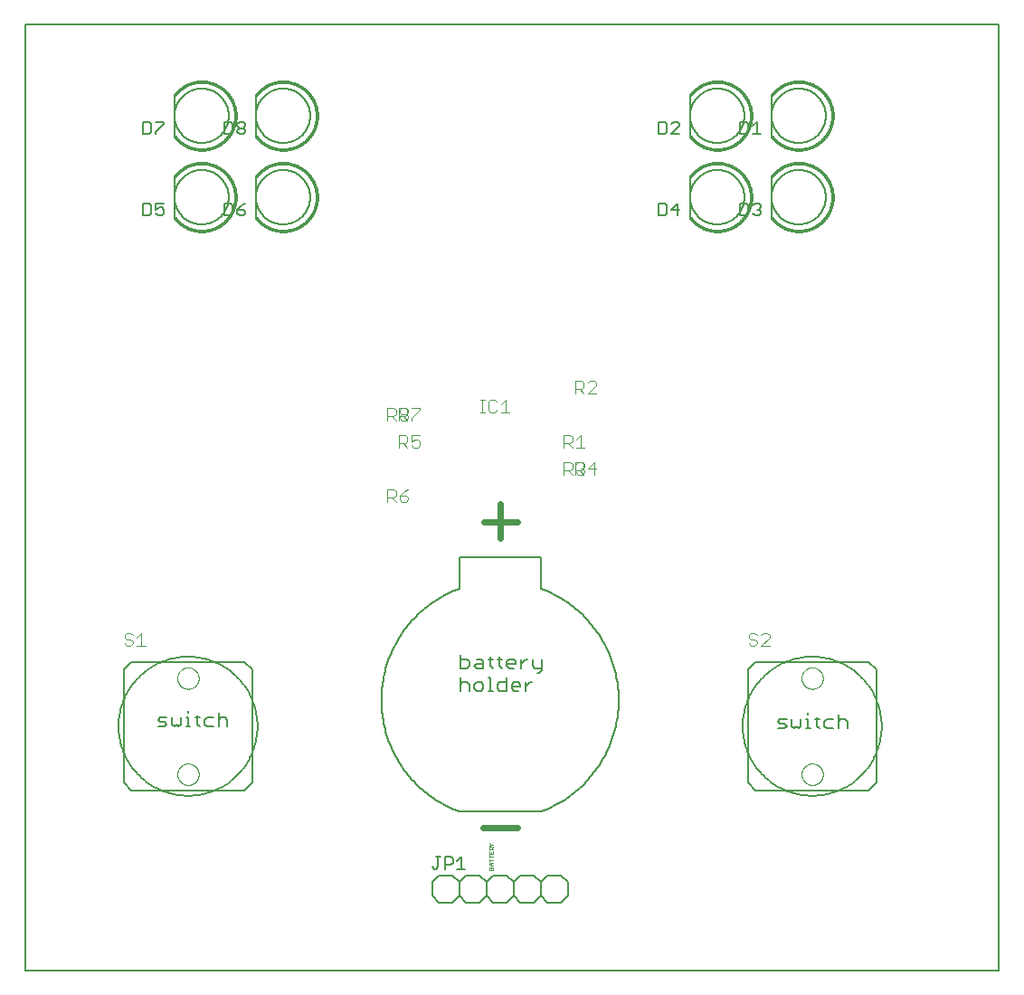
<source format=gto>
G75*
%MOIN*%
%OFA0B0*%
%FSLAX25Y25*%
%IPPOS*%
%LPD*%
%AMOC8*
5,1,8,0,0,1.08239X$1,22.5*
%
%ADD10C,0.00700*%
%ADD11C,0.02400*%
%ADD12C,0.00600*%
%ADD13C,0.00800*%
%ADD14C,0.00100*%
%ADD15C,0.00500*%
%ADD16C,0.00000*%
%ADD17C,0.00400*%
D10*
X0050213Y0091197D02*
X0052665Y0091197D01*
X0053482Y0092015D01*
X0052665Y0092832D01*
X0051030Y0092832D01*
X0050213Y0093649D01*
X0051030Y0094467D01*
X0053482Y0094467D01*
X0055369Y0094467D02*
X0055369Y0092015D01*
X0056187Y0091197D01*
X0057004Y0092015D01*
X0057821Y0091197D01*
X0058639Y0092015D01*
X0058639Y0094467D01*
X0060526Y0094467D02*
X0061343Y0094467D01*
X0061343Y0091197D01*
X0060526Y0091197D02*
X0062161Y0091197D01*
X0064781Y0092015D02*
X0065598Y0091197D01*
X0064781Y0092015D02*
X0064781Y0095284D01*
X0065598Y0094467D02*
X0063963Y0094467D01*
X0061343Y0096101D02*
X0061343Y0096919D01*
X0067401Y0093649D02*
X0067401Y0092015D01*
X0068218Y0091197D01*
X0070670Y0091197D01*
X0072557Y0091197D02*
X0072557Y0096101D01*
X0073375Y0094467D02*
X0075009Y0094467D01*
X0075827Y0093649D01*
X0075827Y0091197D01*
X0072557Y0093649D02*
X0073375Y0094467D01*
X0070670Y0094467D02*
X0068218Y0094467D01*
X0067401Y0093649D01*
X0161611Y0104288D02*
X0161611Y0109192D01*
X0162428Y0107557D02*
X0164063Y0107557D01*
X0164880Y0106740D01*
X0164880Y0104288D01*
X0166767Y0105105D02*
X0166767Y0106740D01*
X0167584Y0107557D01*
X0169219Y0107557D01*
X0170036Y0106740D01*
X0170036Y0105105D01*
X0169219Y0104288D01*
X0167584Y0104288D01*
X0166767Y0105105D01*
X0171923Y0104288D02*
X0173558Y0104288D01*
X0172741Y0104288D02*
X0172741Y0109192D01*
X0171923Y0109192D01*
X0173558Y0112688D02*
X0172741Y0113505D01*
X0172741Y0116775D01*
X0171923Y0115957D02*
X0173558Y0115957D01*
X0175361Y0115957D02*
X0176996Y0115957D01*
X0176178Y0116775D02*
X0176178Y0113505D01*
X0176996Y0112688D01*
X0178799Y0113505D02*
X0178799Y0115140D01*
X0179616Y0115957D01*
X0181251Y0115957D01*
X0182068Y0115140D01*
X0182068Y0114323D01*
X0178799Y0114323D01*
X0178799Y0113505D02*
X0179616Y0112688D01*
X0181251Y0112688D01*
X0183955Y0112688D02*
X0183955Y0115957D01*
X0183955Y0114323D02*
X0185590Y0115957D01*
X0186407Y0115957D01*
X0188252Y0115957D02*
X0188252Y0113505D01*
X0189069Y0112688D01*
X0191521Y0112688D01*
X0191521Y0111870D02*
X0190704Y0111053D01*
X0189887Y0111053D01*
X0191521Y0111870D02*
X0191521Y0115957D01*
X0188126Y0107557D02*
X0187309Y0107557D01*
X0185674Y0105923D01*
X0185674Y0107557D02*
X0185674Y0104288D01*
X0183787Y0105923D02*
X0180517Y0105923D01*
X0180517Y0106740D02*
X0181335Y0107557D01*
X0182970Y0107557D01*
X0183787Y0106740D01*
X0183787Y0105923D01*
X0182970Y0104288D02*
X0181335Y0104288D01*
X0180517Y0105105D01*
X0180517Y0106740D01*
X0178630Y0107557D02*
X0176178Y0107557D01*
X0175361Y0106740D01*
X0175361Y0105105D01*
X0176178Y0104288D01*
X0178630Y0104288D01*
X0178630Y0109192D01*
X0170036Y0112688D02*
X0167584Y0112688D01*
X0166767Y0113505D01*
X0167584Y0114323D01*
X0170036Y0114323D01*
X0170036Y0115140D02*
X0170036Y0112688D01*
X0170036Y0115140D02*
X0169219Y0115957D01*
X0167584Y0115957D01*
X0164880Y0115140D02*
X0164063Y0115957D01*
X0161611Y0115957D01*
X0161611Y0117592D02*
X0161611Y0112688D01*
X0164063Y0112688D01*
X0164880Y0113505D01*
X0164880Y0115140D01*
X0162428Y0107557D02*
X0161611Y0106740D01*
X0278579Y0093019D02*
X0279396Y0093837D01*
X0281849Y0093837D01*
X0281031Y0092202D02*
X0281849Y0091385D01*
X0281031Y0090567D01*
X0278579Y0090567D01*
X0279396Y0092202D02*
X0278579Y0093019D01*
X0279396Y0092202D02*
X0281031Y0092202D01*
X0283736Y0091385D02*
X0284553Y0090567D01*
X0285370Y0091385D01*
X0286188Y0090567D01*
X0287005Y0091385D01*
X0287005Y0093837D01*
X0288892Y0093837D02*
X0289709Y0093837D01*
X0289709Y0090567D01*
X0288892Y0090567D02*
X0290527Y0090567D01*
X0293147Y0091385D02*
X0293964Y0090567D01*
X0293147Y0091385D02*
X0293147Y0094654D01*
X0292330Y0093837D02*
X0293964Y0093837D01*
X0295767Y0093019D02*
X0295767Y0091385D01*
X0296584Y0090567D01*
X0299037Y0090567D01*
X0300924Y0090567D02*
X0300924Y0095472D01*
X0301741Y0093837D02*
X0303376Y0093837D01*
X0304193Y0093019D01*
X0304193Y0090567D01*
X0300924Y0093019D02*
X0301741Y0093837D01*
X0299037Y0093837D02*
X0296584Y0093837D01*
X0295767Y0093019D01*
X0289709Y0095472D02*
X0289709Y0096289D01*
X0283736Y0093837D02*
X0283736Y0091385D01*
D11*
X0182520Y0053918D02*
X0170020Y0053918D01*
X0176481Y0160670D02*
X0176481Y0173170D01*
X0170477Y0166674D02*
X0182682Y0166674D01*
X0182682Y0166477D01*
D12*
X0001300Y0001300D02*
X0001300Y0350001D01*
X0360001Y0350001D01*
X0360001Y0001300D01*
X0001300Y0001300D01*
X0151300Y0028800D02*
X0153800Y0026300D01*
X0158800Y0026300D01*
X0161300Y0028800D01*
X0163800Y0026300D01*
X0168800Y0026300D01*
X0171300Y0028800D01*
X0171300Y0033800D01*
X0168800Y0036300D01*
X0163800Y0036300D01*
X0161300Y0033800D01*
X0161300Y0028800D01*
X0161300Y0033800D02*
X0158800Y0036300D01*
X0153800Y0036300D01*
X0151300Y0033800D01*
X0151300Y0028800D01*
X0171300Y0028800D02*
X0173800Y0026300D01*
X0178800Y0026300D01*
X0181300Y0028800D01*
X0183800Y0026300D01*
X0188800Y0026300D01*
X0191300Y0028800D01*
X0193800Y0026300D01*
X0198800Y0026300D01*
X0201300Y0028800D01*
X0201300Y0033800D01*
X0198800Y0036300D01*
X0193800Y0036300D01*
X0191300Y0033800D01*
X0191300Y0028800D01*
X0191300Y0033800D02*
X0188800Y0036300D01*
X0183800Y0036300D01*
X0181300Y0033800D01*
X0181300Y0028800D01*
X0181300Y0033800D02*
X0178800Y0036300D01*
X0173800Y0036300D01*
X0171300Y0033800D01*
X0086300Y0286300D02*
X0086303Y0286545D01*
X0086312Y0286791D01*
X0086327Y0287036D01*
X0086348Y0287280D01*
X0086375Y0287524D01*
X0086408Y0287767D01*
X0086447Y0288010D01*
X0086492Y0288251D01*
X0086543Y0288491D01*
X0086600Y0288730D01*
X0086662Y0288967D01*
X0086731Y0289203D01*
X0086805Y0289437D01*
X0086885Y0289669D01*
X0086970Y0289899D01*
X0087061Y0290127D01*
X0087158Y0290352D01*
X0087260Y0290576D01*
X0087368Y0290796D01*
X0087481Y0291014D01*
X0087599Y0291229D01*
X0087723Y0291441D01*
X0087851Y0291650D01*
X0087985Y0291856D01*
X0088124Y0292058D01*
X0088268Y0292257D01*
X0088417Y0292452D01*
X0088570Y0292644D01*
X0088728Y0292832D01*
X0088890Y0293016D01*
X0089058Y0293195D01*
X0089229Y0293371D01*
X0089405Y0293542D01*
X0089584Y0293710D01*
X0089768Y0293872D01*
X0089956Y0294030D01*
X0090148Y0294183D01*
X0090343Y0294332D01*
X0090542Y0294476D01*
X0090744Y0294615D01*
X0090950Y0294749D01*
X0091159Y0294877D01*
X0091371Y0295001D01*
X0091586Y0295119D01*
X0091804Y0295232D01*
X0092024Y0295340D01*
X0092248Y0295442D01*
X0092473Y0295539D01*
X0092701Y0295630D01*
X0092931Y0295715D01*
X0093163Y0295795D01*
X0093397Y0295869D01*
X0093633Y0295938D01*
X0093870Y0296000D01*
X0094109Y0296057D01*
X0094349Y0296108D01*
X0094590Y0296153D01*
X0094833Y0296192D01*
X0095076Y0296225D01*
X0095320Y0296252D01*
X0095564Y0296273D01*
X0095809Y0296288D01*
X0096055Y0296297D01*
X0096300Y0296300D01*
X0096545Y0296297D01*
X0096791Y0296288D01*
X0097036Y0296273D01*
X0097280Y0296252D01*
X0097524Y0296225D01*
X0097767Y0296192D01*
X0098010Y0296153D01*
X0098251Y0296108D01*
X0098491Y0296057D01*
X0098730Y0296000D01*
X0098967Y0295938D01*
X0099203Y0295869D01*
X0099437Y0295795D01*
X0099669Y0295715D01*
X0099899Y0295630D01*
X0100127Y0295539D01*
X0100352Y0295442D01*
X0100576Y0295340D01*
X0100796Y0295232D01*
X0101014Y0295119D01*
X0101229Y0295001D01*
X0101441Y0294877D01*
X0101650Y0294749D01*
X0101856Y0294615D01*
X0102058Y0294476D01*
X0102257Y0294332D01*
X0102452Y0294183D01*
X0102644Y0294030D01*
X0102832Y0293872D01*
X0103016Y0293710D01*
X0103195Y0293542D01*
X0103371Y0293371D01*
X0103542Y0293195D01*
X0103710Y0293016D01*
X0103872Y0292832D01*
X0104030Y0292644D01*
X0104183Y0292452D01*
X0104332Y0292257D01*
X0104476Y0292058D01*
X0104615Y0291856D01*
X0104749Y0291650D01*
X0104877Y0291441D01*
X0105001Y0291229D01*
X0105119Y0291014D01*
X0105232Y0290796D01*
X0105340Y0290576D01*
X0105442Y0290352D01*
X0105539Y0290127D01*
X0105630Y0289899D01*
X0105715Y0289669D01*
X0105795Y0289437D01*
X0105869Y0289203D01*
X0105938Y0288967D01*
X0106000Y0288730D01*
X0106057Y0288491D01*
X0106108Y0288251D01*
X0106153Y0288010D01*
X0106192Y0287767D01*
X0106225Y0287524D01*
X0106252Y0287280D01*
X0106273Y0287036D01*
X0106288Y0286791D01*
X0106297Y0286545D01*
X0106300Y0286300D01*
X0106297Y0286055D01*
X0106288Y0285809D01*
X0106273Y0285564D01*
X0106252Y0285320D01*
X0106225Y0285076D01*
X0106192Y0284833D01*
X0106153Y0284590D01*
X0106108Y0284349D01*
X0106057Y0284109D01*
X0106000Y0283870D01*
X0105938Y0283633D01*
X0105869Y0283397D01*
X0105795Y0283163D01*
X0105715Y0282931D01*
X0105630Y0282701D01*
X0105539Y0282473D01*
X0105442Y0282248D01*
X0105340Y0282024D01*
X0105232Y0281804D01*
X0105119Y0281586D01*
X0105001Y0281371D01*
X0104877Y0281159D01*
X0104749Y0280950D01*
X0104615Y0280744D01*
X0104476Y0280542D01*
X0104332Y0280343D01*
X0104183Y0280148D01*
X0104030Y0279956D01*
X0103872Y0279768D01*
X0103710Y0279584D01*
X0103542Y0279405D01*
X0103371Y0279229D01*
X0103195Y0279058D01*
X0103016Y0278890D01*
X0102832Y0278728D01*
X0102644Y0278570D01*
X0102452Y0278417D01*
X0102257Y0278268D01*
X0102058Y0278124D01*
X0101856Y0277985D01*
X0101650Y0277851D01*
X0101441Y0277723D01*
X0101229Y0277599D01*
X0101014Y0277481D01*
X0100796Y0277368D01*
X0100576Y0277260D01*
X0100352Y0277158D01*
X0100127Y0277061D01*
X0099899Y0276970D01*
X0099669Y0276885D01*
X0099437Y0276805D01*
X0099203Y0276731D01*
X0098967Y0276662D01*
X0098730Y0276600D01*
X0098491Y0276543D01*
X0098251Y0276492D01*
X0098010Y0276447D01*
X0097767Y0276408D01*
X0097524Y0276375D01*
X0097280Y0276348D01*
X0097036Y0276327D01*
X0096791Y0276312D01*
X0096545Y0276303D01*
X0096300Y0276300D01*
X0096055Y0276303D01*
X0095809Y0276312D01*
X0095564Y0276327D01*
X0095320Y0276348D01*
X0095076Y0276375D01*
X0094833Y0276408D01*
X0094590Y0276447D01*
X0094349Y0276492D01*
X0094109Y0276543D01*
X0093870Y0276600D01*
X0093633Y0276662D01*
X0093397Y0276731D01*
X0093163Y0276805D01*
X0092931Y0276885D01*
X0092701Y0276970D01*
X0092473Y0277061D01*
X0092248Y0277158D01*
X0092024Y0277260D01*
X0091804Y0277368D01*
X0091586Y0277481D01*
X0091371Y0277599D01*
X0091159Y0277723D01*
X0090950Y0277851D01*
X0090744Y0277985D01*
X0090542Y0278124D01*
X0090343Y0278268D01*
X0090148Y0278417D01*
X0089956Y0278570D01*
X0089768Y0278728D01*
X0089584Y0278890D01*
X0089405Y0279058D01*
X0089229Y0279229D01*
X0089058Y0279405D01*
X0088890Y0279584D01*
X0088728Y0279768D01*
X0088570Y0279956D01*
X0088417Y0280148D01*
X0088268Y0280343D01*
X0088124Y0280542D01*
X0087985Y0280744D01*
X0087851Y0280950D01*
X0087723Y0281159D01*
X0087599Y0281371D01*
X0087481Y0281586D01*
X0087368Y0281804D01*
X0087260Y0282024D01*
X0087158Y0282248D01*
X0087061Y0282473D01*
X0086970Y0282701D01*
X0086885Y0282931D01*
X0086805Y0283163D01*
X0086731Y0283397D01*
X0086662Y0283633D01*
X0086600Y0283870D01*
X0086543Y0284109D01*
X0086492Y0284349D01*
X0086447Y0284590D01*
X0086408Y0284833D01*
X0086375Y0285076D01*
X0086348Y0285320D01*
X0086327Y0285564D01*
X0086312Y0285809D01*
X0086303Y0286055D01*
X0086300Y0286300D01*
X0056300Y0286300D02*
X0056303Y0286545D01*
X0056312Y0286791D01*
X0056327Y0287036D01*
X0056348Y0287280D01*
X0056375Y0287524D01*
X0056408Y0287767D01*
X0056447Y0288010D01*
X0056492Y0288251D01*
X0056543Y0288491D01*
X0056600Y0288730D01*
X0056662Y0288967D01*
X0056731Y0289203D01*
X0056805Y0289437D01*
X0056885Y0289669D01*
X0056970Y0289899D01*
X0057061Y0290127D01*
X0057158Y0290352D01*
X0057260Y0290576D01*
X0057368Y0290796D01*
X0057481Y0291014D01*
X0057599Y0291229D01*
X0057723Y0291441D01*
X0057851Y0291650D01*
X0057985Y0291856D01*
X0058124Y0292058D01*
X0058268Y0292257D01*
X0058417Y0292452D01*
X0058570Y0292644D01*
X0058728Y0292832D01*
X0058890Y0293016D01*
X0059058Y0293195D01*
X0059229Y0293371D01*
X0059405Y0293542D01*
X0059584Y0293710D01*
X0059768Y0293872D01*
X0059956Y0294030D01*
X0060148Y0294183D01*
X0060343Y0294332D01*
X0060542Y0294476D01*
X0060744Y0294615D01*
X0060950Y0294749D01*
X0061159Y0294877D01*
X0061371Y0295001D01*
X0061586Y0295119D01*
X0061804Y0295232D01*
X0062024Y0295340D01*
X0062248Y0295442D01*
X0062473Y0295539D01*
X0062701Y0295630D01*
X0062931Y0295715D01*
X0063163Y0295795D01*
X0063397Y0295869D01*
X0063633Y0295938D01*
X0063870Y0296000D01*
X0064109Y0296057D01*
X0064349Y0296108D01*
X0064590Y0296153D01*
X0064833Y0296192D01*
X0065076Y0296225D01*
X0065320Y0296252D01*
X0065564Y0296273D01*
X0065809Y0296288D01*
X0066055Y0296297D01*
X0066300Y0296300D01*
X0066545Y0296297D01*
X0066791Y0296288D01*
X0067036Y0296273D01*
X0067280Y0296252D01*
X0067524Y0296225D01*
X0067767Y0296192D01*
X0068010Y0296153D01*
X0068251Y0296108D01*
X0068491Y0296057D01*
X0068730Y0296000D01*
X0068967Y0295938D01*
X0069203Y0295869D01*
X0069437Y0295795D01*
X0069669Y0295715D01*
X0069899Y0295630D01*
X0070127Y0295539D01*
X0070352Y0295442D01*
X0070576Y0295340D01*
X0070796Y0295232D01*
X0071014Y0295119D01*
X0071229Y0295001D01*
X0071441Y0294877D01*
X0071650Y0294749D01*
X0071856Y0294615D01*
X0072058Y0294476D01*
X0072257Y0294332D01*
X0072452Y0294183D01*
X0072644Y0294030D01*
X0072832Y0293872D01*
X0073016Y0293710D01*
X0073195Y0293542D01*
X0073371Y0293371D01*
X0073542Y0293195D01*
X0073710Y0293016D01*
X0073872Y0292832D01*
X0074030Y0292644D01*
X0074183Y0292452D01*
X0074332Y0292257D01*
X0074476Y0292058D01*
X0074615Y0291856D01*
X0074749Y0291650D01*
X0074877Y0291441D01*
X0075001Y0291229D01*
X0075119Y0291014D01*
X0075232Y0290796D01*
X0075340Y0290576D01*
X0075442Y0290352D01*
X0075539Y0290127D01*
X0075630Y0289899D01*
X0075715Y0289669D01*
X0075795Y0289437D01*
X0075869Y0289203D01*
X0075938Y0288967D01*
X0076000Y0288730D01*
X0076057Y0288491D01*
X0076108Y0288251D01*
X0076153Y0288010D01*
X0076192Y0287767D01*
X0076225Y0287524D01*
X0076252Y0287280D01*
X0076273Y0287036D01*
X0076288Y0286791D01*
X0076297Y0286545D01*
X0076300Y0286300D01*
X0076297Y0286055D01*
X0076288Y0285809D01*
X0076273Y0285564D01*
X0076252Y0285320D01*
X0076225Y0285076D01*
X0076192Y0284833D01*
X0076153Y0284590D01*
X0076108Y0284349D01*
X0076057Y0284109D01*
X0076000Y0283870D01*
X0075938Y0283633D01*
X0075869Y0283397D01*
X0075795Y0283163D01*
X0075715Y0282931D01*
X0075630Y0282701D01*
X0075539Y0282473D01*
X0075442Y0282248D01*
X0075340Y0282024D01*
X0075232Y0281804D01*
X0075119Y0281586D01*
X0075001Y0281371D01*
X0074877Y0281159D01*
X0074749Y0280950D01*
X0074615Y0280744D01*
X0074476Y0280542D01*
X0074332Y0280343D01*
X0074183Y0280148D01*
X0074030Y0279956D01*
X0073872Y0279768D01*
X0073710Y0279584D01*
X0073542Y0279405D01*
X0073371Y0279229D01*
X0073195Y0279058D01*
X0073016Y0278890D01*
X0072832Y0278728D01*
X0072644Y0278570D01*
X0072452Y0278417D01*
X0072257Y0278268D01*
X0072058Y0278124D01*
X0071856Y0277985D01*
X0071650Y0277851D01*
X0071441Y0277723D01*
X0071229Y0277599D01*
X0071014Y0277481D01*
X0070796Y0277368D01*
X0070576Y0277260D01*
X0070352Y0277158D01*
X0070127Y0277061D01*
X0069899Y0276970D01*
X0069669Y0276885D01*
X0069437Y0276805D01*
X0069203Y0276731D01*
X0068967Y0276662D01*
X0068730Y0276600D01*
X0068491Y0276543D01*
X0068251Y0276492D01*
X0068010Y0276447D01*
X0067767Y0276408D01*
X0067524Y0276375D01*
X0067280Y0276348D01*
X0067036Y0276327D01*
X0066791Y0276312D01*
X0066545Y0276303D01*
X0066300Y0276300D01*
X0066055Y0276303D01*
X0065809Y0276312D01*
X0065564Y0276327D01*
X0065320Y0276348D01*
X0065076Y0276375D01*
X0064833Y0276408D01*
X0064590Y0276447D01*
X0064349Y0276492D01*
X0064109Y0276543D01*
X0063870Y0276600D01*
X0063633Y0276662D01*
X0063397Y0276731D01*
X0063163Y0276805D01*
X0062931Y0276885D01*
X0062701Y0276970D01*
X0062473Y0277061D01*
X0062248Y0277158D01*
X0062024Y0277260D01*
X0061804Y0277368D01*
X0061586Y0277481D01*
X0061371Y0277599D01*
X0061159Y0277723D01*
X0060950Y0277851D01*
X0060744Y0277985D01*
X0060542Y0278124D01*
X0060343Y0278268D01*
X0060148Y0278417D01*
X0059956Y0278570D01*
X0059768Y0278728D01*
X0059584Y0278890D01*
X0059405Y0279058D01*
X0059229Y0279229D01*
X0059058Y0279405D01*
X0058890Y0279584D01*
X0058728Y0279768D01*
X0058570Y0279956D01*
X0058417Y0280148D01*
X0058268Y0280343D01*
X0058124Y0280542D01*
X0057985Y0280744D01*
X0057851Y0280950D01*
X0057723Y0281159D01*
X0057599Y0281371D01*
X0057481Y0281586D01*
X0057368Y0281804D01*
X0057260Y0282024D01*
X0057158Y0282248D01*
X0057061Y0282473D01*
X0056970Y0282701D01*
X0056885Y0282931D01*
X0056805Y0283163D01*
X0056731Y0283397D01*
X0056662Y0283633D01*
X0056600Y0283870D01*
X0056543Y0284109D01*
X0056492Y0284349D01*
X0056447Y0284590D01*
X0056408Y0284833D01*
X0056375Y0285076D01*
X0056348Y0285320D01*
X0056327Y0285564D01*
X0056312Y0285809D01*
X0056303Y0286055D01*
X0056300Y0286300D01*
X0056300Y0316300D02*
X0056303Y0316545D01*
X0056312Y0316791D01*
X0056327Y0317036D01*
X0056348Y0317280D01*
X0056375Y0317524D01*
X0056408Y0317767D01*
X0056447Y0318010D01*
X0056492Y0318251D01*
X0056543Y0318491D01*
X0056600Y0318730D01*
X0056662Y0318967D01*
X0056731Y0319203D01*
X0056805Y0319437D01*
X0056885Y0319669D01*
X0056970Y0319899D01*
X0057061Y0320127D01*
X0057158Y0320352D01*
X0057260Y0320576D01*
X0057368Y0320796D01*
X0057481Y0321014D01*
X0057599Y0321229D01*
X0057723Y0321441D01*
X0057851Y0321650D01*
X0057985Y0321856D01*
X0058124Y0322058D01*
X0058268Y0322257D01*
X0058417Y0322452D01*
X0058570Y0322644D01*
X0058728Y0322832D01*
X0058890Y0323016D01*
X0059058Y0323195D01*
X0059229Y0323371D01*
X0059405Y0323542D01*
X0059584Y0323710D01*
X0059768Y0323872D01*
X0059956Y0324030D01*
X0060148Y0324183D01*
X0060343Y0324332D01*
X0060542Y0324476D01*
X0060744Y0324615D01*
X0060950Y0324749D01*
X0061159Y0324877D01*
X0061371Y0325001D01*
X0061586Y0325119D01*
X0061804Y0325232D01*
X0062024Y0325340D01*
X0062248Y0325442D01*
X0062473Y0325539D01*
X0062701Y0325630D01*
X0062931Y0325715D01*
X0063163Y0325795D01*
X0063397Y0325869D01*
X0063633Y0325938D01*
X0063870Y0326000D01*
X0064109Y0326057D01*
X0064349Y0326108D01*
X0064590Y0326153D01*
X0064833Y0326192D01*
X0065076Y0326225D01*
X0065320Y0326252D01*
X0065564Y0326273D01*
X0065809Y0326288D01*
X0066055Y0326297D01*
X0066300Y0326300D01*
X0066545Y0326297D01*
X0066791Y0326288D01*
X0067036Y0326273D01*
X0067280Y0326252D01*
X0067524Y0326225D01*
X0067767Y0326192D01*
X0068010Y0326153D01*
X0068251Y0326108D01*
X0068491Y0326057D01*
X0068730Y0326000D01*
X0068967Y0325938D01*
X0069203Y0325869D01*
X0069437Y0325795D01*
X0069669Y0325715D01*
X0069899Y0325630D01*
X0070127Y0325539D01*
X0070352Y0325442D01*
X0070576Y0325340D01*
X0070796Y0325232D01*
X0071014Y0325119D01*
X0071229Y0325001D01*
X0071441Y0324877D01*
X0071650Y0324749D01*
X0071856Y0324615D01*
X0072058Y0324476D01*
X0072257Y0324332D01*
X0072452Y0324183D01*
X0072644Y0324030D01*
X0072832Y0323872D01*
X0073016Y0323710D01*
X0073195Y0323542D01*
X0073371Y0323371D01*
X0073542Y0323195D01*
X0073710Y0323016D01*
X0073872Y0322832D01*
X0074030Y0322644D01*
X0074183Y0322452D01*
X0074332Y0322257D01*
X0074476Y0322058D01*
X0074615Y0321856D01*
X0074749Y0321650D01*
X0074877Y0321441D01*
X0075001Y0321229D01*
X0075119Y0321014D01*
X0075232Y0320796D01*
X0075340Y0320576D01*
X0075442Y0320352D01*
X0075539Y0320127D01*
X0075630Y0319899D01*
X0075715Y0319669D01*
X0075795Y0319437D01*
X0075869Y0319203D01*
X0075938Y0318967D01*
X0076000Y0318730D01*
X0076057Y0318491D01*
X0076108Y0318251D01*
X0076153Y0318010D01*
X0076192Y0317767D01*
X0076225Y0317524D01*
X0076252Y0317280D01*
X0076273Y0317036D01*
X0076288Y0316791D01*
X0076297Y0316545D01*
X0076300Y0316300D01*
X0076297Y0316055D01*
X0076288Y0315809D01*
X0076273Y0315564D01*
X0076252Y0315320D01*
X0076225Y0315076D01*
X0076192Y0314833D01*
X0076153Y0314590D01*
X0076108Y0314349D01*
X0076057Y0314109D01*
X0076000Y0313870D01*
X0075938Y0313633D01*
X0075869Y0313397D01*
X0075795Y0313163D01*
X0075715Y0312931D01*
X0075630Y0312701D01*
X0075539Y0312473D01*
X0075442Y0312248D01*
X0075340Y0312024D01*
X0075232Y0311804D01*
X0075119Y0311586D01*
X0075001Y0311371D01*
X0074877Y0311159D01*
X0074749Y0310950D01*
X0074615Y0310744D01*
X0074476Y0310542D01*
X0074332Y0310343D01*
X0074183Y0310148D01*
X0074030Y0309956D01*
X0073872Y0309768D01*
X0073710Y0309584D01*
X0073542Y0309405D01*
X0073371Y0309229D01*
X0073195Y0309058D01*
X0073016Y0308890D01*
X0072832Y0308728D01*
X0072644Y0308570D01*
X0072452Y0308417D01*
X0072257Y0308268D01*
X0072058Y0308124D01*
X0071856Y0307985D01*
X0071650Y0307851D01*
X0071441Y0307723D01*
X0071229Y0307599D01*
X0071014Y0307481D01*
X0070796Y0307368D01*
X0070576Y0307260D01*
X0070352Y0307158D01*
X0070127Y0307061D01*
X0069899Y0306970D01*
X0069669Y0306885D01*
X0069437Y0306805D01*
X0069203Y0306731D01*
X0068967Y0306662D01*
X0068730Y0306600D01*
X0068491Y0306543D01*
X0068251Y0306492D01*
X0068010Y0306447D01*
X0067767Y0306408D01*
X0067524Y0306375D01*
X0067280Y0306348D01*
X0067036Y0306327D01*
X0066791Y0306312D01*
X0066545Y0306303D01*
X0066300Y0306300D01*
X0066055Y0306303D01*
X0065809Y0306312D01*
X0065564Y0306327D01*
X0065320Y0306348D01*
X0065076Y0306375D01*
X0064833Y0306408D01*
X0064590Y0306447D01*
X0064349Y0306492D01*
X0064109Y0306543D01*
X0063870Y0306600D01*
X0063633Y0306662D01*
X0063397Y0306731D01*
X0063163Y0306805D01*
X0062931Y0306885D01*
X0062701Y0306970D01*
X0062473Y0307061D01*
X0062248Y0307158D01*
X0062024Y0307260D01*
X0061804Y0307368D01*
X0061586Y0307481D01*
X0061371Y0307599D01*
X0061159Y0307723D01*
X0060950Y0307851D01*
X0060744Y0307985D01*
X0060542Y0308124D01*
X0060343Y0308268D01*
X0060148Y0308417D01*
X0059956Y0308570D01*
X0059768Y0308728D01*
X0059584Y0308890D01*
X0059405Y0309058D01*
X0059229Y0309229D01*
X0059058Y0309405D01*
X0058890Y0309584D01*
X0058728Y0309768D01*
X0058570Y0309956D01*
X0058417Y0310148D01*
X0058268Y0310343D01*
X0058124Y0310542D01*
X0057985Y0310744D01*
X0057851Y0310950D01*
X0057723Y0311159D01*
X0057599Y0311371D01*
X0057481Y0311586D01*
X0057368Y0311804D01*
X0057260Y0312024D01*
X0057158Y0312248D01*
X0057061Y0312473D01*
X0056970Y0312701D01*
X0056885Y0312931D01*
X0056805Y0313163D01*
X0056731Y0313397D01*
X0056662Y0313633D01*
X0056600Y0313870D01*
X0056543Y0314109D01*
X0056492Y0314349D01*
X0056447Y0314590D01*
X0056408Y0314833D01*
X0056375Y0315076D01*
X0056348Y0315320D01*
X0056327Y0315564D01*
X0056312Y0315809D01*
X0056303Y0316055D01*
X0056300Y0316300D01*
X0086300Y0316300D02*
X0086303Y0316545D01*
X0086312Y0316791D01*
X0086327Y0317036D01*
X0086348Y0317280D01*
X0086375Y0317524D01*
X0086408Y0317767D01*
X0086447Y0318010D01*
X0086492Y0318251D01*
X0086543Y0318491D01*
X0086600Y0318730D01*
X0086662Y0318967D01*
X0086731Y0319203D01*
X0086805Y0319437D01*
X0086885Y0319669D01*
X0086970Y0319899D01*
X0087061Y0320127D01*
X0087158Y0320352D01*
X0087260Y0320576D01*
X0087368Y0320796D01*
X0087481Y0321014D01*
X0087599Y0321229D01*
X0087723Y0321441D01*
X0087851Y0321650D01*
X0087985Y0321856D01*
X0088124Y0322058D01*
X0088268Y0322257D01*
X0088417Y0322452D01*
X0088570Y0322644D01*
X0088728Y0322832D01*
X0088890Y0323016D01*
X0089058Y0323195D01*
X0089229Y0323371D01*
X0089405Y0323542D01*
X0089584Y0323710D01*
X0089768Y0323872D01*
X0089956Y0324030D01*
X0090148Y0324183D01*
X0090343Y0324332D01*
X0090542Y0324476D01*
X0090744Y0324615D01*
X0090950Y0324749D01*
X0091159Y0324877D01*
X0091371Y0325001D01*
X0091586Y0325119D01*
X0091804Y0325232D01*
X0092024Y0325340D01*
X0092248Y0325442D01*
X0092473Y0325539D01*
X0092701Y0325630D01*
X0092931Y0325715D01*
X0093163Y0325795D01*
X0093397Y0325869D01*
X0093633Y0325938D01*
X0093870Y0326000D01*
X0094109Y0326057D01*
X0094349Y0326108D01*
X0094590Y0326153D01*
X0094833Y0326192D01*
X0095076Y0326225D01*
X0095320Y0326252D01*
X0095564Y0326273D01*
X0095809Y0326288D01*
X0096055Y0326297D01*
X0096300Y0326300D01*
X0096545Y0326297D01*
X0096791Y0326288D01*
X0097036Y0326273D01*
X0097280Y0326252D01*
X0097524Y0326225D01*
X0097767Y0326192D01*
X0098010Y0326153D01*
X0098251Y0326108D01*
X0098491Y0326057D01*
X0098730Y0326000D01*
X0098967Y0325938D01*
X0099203Y0325869D01*
X0099437Y0325795D01*
X0099669Y0325715D01*
X0099899Y0325630D01*
X0100127Y0325539D01*
X0100352Y0325442D01*
X0100576Y0325340D01*
X0100796Y0325232D01*
X0101014Y0325119D01*
X0101229Y0325001D01*
X0101441Y0324877D01*
X0101650Y0324749D01*
X0101856Y0324615D01*
X0102058Y0324476D01*
X0102257Y0324332D01*
X0102452Y0324183D01*
X0102644Y0324030D01*
X0102832Y0323872D01*
X0103016Y0323710D01*
X0103195Y0323542D01*
X0103371Y0323371D01*
X0103542Y0323195D01*
X0103710Y0323016D01*
X0103872Y0322832D01*
X0104030Y0322644D01*
X0104183Y0322452D01*
X0104332Y0322257D01*
X0104476Y0322058D01*
X0104615Y0321856D01*
X0104749Y0321650D01*
X0104877Y0321441D01*
X0105001Y0321229D01*
X0105119Y0321014D01*
X0105232Y0320796D01*
X0105340Y0320576D01*
X0105442Y0320352D01*
X0105539Y0320127D01*
X0105630Y0319899D01*
X0105715Y0319669D01*
X0105795Y0319437D01*
X0105869Y0319203D01*
X0105938Y0318967D01*
X0106000Y0318730D01*
X0106057Y0318491D01*
X0106108Y0318251D01*
X0106153Y0318010D01*
X0106192Y0317767D01*
X0106225Y0317524D01*
X0106252Y0317280D01*
X0106273Y0317036D01*
X0106288Y0316791D01*
X0106297Y0316545D01*
X0106300Y0316300D01*
X0106297Y0316055D01*
X0106288Y0315809D01*
X0106273Y0315564D01*
X0106252Y0315320D01*
X0106225Y0315076D01*
X0106192Y0314833D01*
X0106153Y0314590D01*
X0106108Y0314349D01*
X0106057Y0314109D01*
X0106000Y0313870D01*
X0105938Y0313633D01*
X0105869Y0313397D01*
X0105795Y0313163D01*
X0105715Y0312931D01*
X0105630Y0312701D01*
X0105539Y0312473D01*
X0105442Y0312248D01*
X0105340Y0312024D01*
X0105232Y0311804D01*
X0105119Y0311586D01*
X0105001Y0311371D01*
X0104877Y0311159D01*
X0104749Y0310950D01*
X0104615Y0310744D01*
X0104476Y0310542D01*
X0104332Y0310343D01*
X0104183Y0310148D01*
X0104030Y0309956D01*
X0103872Y0309768D01*
X0103710Y0309584D01*
X0103542Y0309405D01*
X0103371Y0309229D01*
X0103195Y0309058D01*
X0103016Y0308890D01*
X0102832Y0308728D01*
X0102644Y0308570D01*
X0102452Y0308417D01*
X0102257Y0308268D01*
X0102058Y0308124D01*
X0101856Y0307985D01*
X0101650Y0307851D01*
X0101441Y0307723D01*
X0101229Y0307599D01*
X0101014Y0307481D01*
X0100796Y0307368D01*
X0100576Y0307260D01*
X0100352Y0307158D01*
X0100127Y0307061D01*
X0099899Y0306970D01*
X0099669Y0306885D01*
X0099437Y0306805D01*
X0099203Y0306731D01*
X0098967Y0306662D01*
X0098730Y0306600D01*
X0098491Y0306543D01*
X0098251Y0306492D01*
X0098010Y0306447D01*
X0097767Y0306408D01*
X0097524Y0306375D01*
X0097280Y0306348D01*
X0097036Y0306327D01*
X0096791Y0306312D01*
X0096545Y0306303D01*
X0096300Y0306300D01*
X0096055Y0306303D01*
X0095809Y0306312D01*
X0095564Y0306327D01*
X0095320Y0306348D01*
X0095076Y0306375D01*
X0094833Y0306408D01*
X0094590Y0306447D01*
X0094349Y0306492D01*
X0094109Y0306543D01*
X0093870Y0306600D01*
X0093633Y0306662D01*
X0093397Y0306731D01*
X0093163Y0306805D01*
X0092931Y0306885D01*
X0092701Y0306970D01*
X0092473Y0307061D01*
X0092248Y0307158D01*
X0092024Y0307260D01*
X0091804Y0307368D01*
X0091586Y0307481D01*
X0091371Y0307599D01*
X0091159Y0307723D01*
X0090950Y0307851D01*
X0090744Y0307985D01*
X0090542Y0308124D01*
X0090343Y0308268D01*
X0090148Y0308417D01*
X0089956Y0308570D01*
X0089768Y0308728D01*
X0089584Y0308890D01*
X0089405Y0309058D01*
X0089229Y0309229D01*
X0089058Y0309405D01*
X0088890Y0309584D01*
X0088728Y0309768D01*
X0088570Y0309956D01*
X0088417Y0310148D01*
X0088268Y0310343D01*
X0088124Y0310542D01*
X0087985Y0310744D01*
X0087851Y0310950D01*
X0087723Y0311159D01*
X0087599Y0311371D01*
X0087481Y0311586D01*
X0087368Y0311804D01*
X0087260Y0312024D01*
X0087158Y0312248D01*
X0087061Y0312473D01*
X0086970Y0312701D01*
X0086885Y0312931D01*
X0086805Y0313163D01*
X0086731Y0313397D01*
X0086662Y0313633D01*
X0086600Y0313870D01*
X0086543Y0314109D01*
X0086492Y0314349D01*
X0086447Y0314590D01*
X0086408Y0314833D01*
X0086375Y0315076D01*
X0086348Y0315320D01*
X0086327Y0315564D01*
X0086312Y0315809D01*
X0086303Y0316055D01*
X0086300Y0316300D01*
X0246300Y0316300D02*
X0246303Y0316545D01*
X0246312Y0316791D01*
X0246327Y0317036D01*
X0246348Y0317280D01*
X0246375Y0317524D01*
X0246408Y0317767D01*
X0246447Y0318010D01*
X0246492Y0318251D01*
X0246543Y0318491D01*
X0246600Y0318730D01*
X0246662Y0318967D01*
X0246731Y0319203D01*
X0246805Y0319437D01*
X0246885Y0319669D01*
X0246970Y0319899D01*
X0247061Y0320127D01*
X0247158Y0320352D01*
X0247260Y0320576D01*
X0247368Y0320796D01*
X0247481Y0321014D01*
X0247599Y0321229D01*
X0247723Y0321441D01*
X0247851Y0321650D01*
X0247985Y0321856D01*
X0248124Y0322058D01*
X0248268Y0322257D01*
X0248417Y0322452D01*
X0248570Y0322644D01*
X0248728Y0322832D01*
X0248890Y0323016D01*
X0249058Y0323195D01*
X0249229Y0323371D01*
X0249405Y0323542D01*
X0249584Y0323710D01*
X0249768Y0323872D01*
X0249956Y0324030D01*
X0250148Y0324183D01*
X0250343Y0324332D01*
X0250542Y0324476D01*
X0250744Y0324615D01*
X0250950Y0324749D01*
X0251159Y0324877D01*
X0251371Y0325001D01*
X0251586Y0325119D01*
X0251804Y0325232D01*
X0252024Y0325340D01*
X0252248Y0325442D01*
X0252473Y0325539D01*
X0252701Y0325630D01*
X0252931Y0325715D01*
X0253163Y0325795D01*
X0253397Y0325869D01*
X0253633Y0325938D01*
X0253870Y0326000D01*
X0254109Y0326057D01*
X0254349Y0326108D01*
X0254590Y0326153D01*
X0254833Y0326192D01*
X0255076Y0326225D01*
X0255320Y0326252D01*
X0255564Y0326273D01*
X0255809Y0326288D01*
X0256055Y0326297D01*
X0256300Y0326300D01*
X0256545Y0326297D01*
X0256791Y0326288D01*
X0257036Y0326273D01*
X0257280Y0326252D01*
X0257524Y0326225D01*
X0257767Y0326192D01*
X0258010Y0326153D01*
X0258251Y0326108D01*
X0258491Y0326057D01*
X0258730Y0326000D01*
X0258967Y0325938D01*
X0259203Y0325869D01*
X0259437Y0325795D01*
X0259669Y0325715D01*
X0259899Y0325630D01*
X0260127Y0325539D01*
X0260352Y0325442D01*
X0260576Y0325340D01*
X0260796Y0325232D01*
X0261014Y0325119D01*
X0261229Y0325001D01*
X0261441Y0324877D01*
X0261650Y0324749D01*
X0261856Y0324615D01*
X0262058Y0324476D01*
X0262257Y0324332D01*
X0262452Y0324183D01*
X0262644Y0324030D01*
X0262832Y0323872D01*
X0263016Y0323710D01*
X0263195Y0323542D01*
X0263371Y0323371D01*
X0263542Y0323195D01*
X0263710Y0323016D01*
X0263872Y0322832D01*
X0264030Y0322644D01*
X0264183Y0322452D01*
X0264332Y0322257D01*
X0264476Y0322058D01*
X0264615Y0321856D01*
X0264749Y0321650D01*
X0264877Y0321441D01*
X0265001Y0321229D01*
X0265119Y0321014D01*
X0265232Y0320796D01*
X0265340Y0320576D01*
X0265442Y0320352D01*
X0265539Y0320127D01*
X0265630Y0319899D01*
X0265715Y0319669D01*
X0265795Y0319437D01*
X0265869Y0319203D01*
X0265938Y0318967D01*
X0266000Y0318730D01*
X0266057Y0318491D01*
X0266108Y0318251D01*
X0266153Y0318010D01*
X0266192Y0317767D01*
X0266225Y0317524D01*
X0266252Y0317280D01*
X0266273Y0317036D01*
X0266288Y0316791D01*
X0266297Y0316545D01*
X0266300Y0316300D01*
X0266297Y0316055D01*
X0266288Y0315809D01*
X0266273Y0315564D01*
X0266252Y0315320D01*
X0266225Y0315076D01*
X0266192Y0314833D01*
X0266153Y0314590D01*
X0266108Y0314349D01*
X0266057Y0314109D01*
X0266000Y0313870D01*
X0265938Y0313633D01*
X0265869Y0313397D01*
X0265795Y0313163D01*
X0265715Y0312931D01*
X0265630Y0312701D01*
X0265539Y0312473D01*
X0265442Y0312248D01*
X0265340Y0312024D01*
X0265232Y0311804D01*
X0265119Y0311586D01*
X0265001Y0311371D01*
X0264877Y0311159D01*
X0264749Y0310950D01*
X0264615Y0310744D01*
X0264476Y0310542D01*
X0264332Y0310343D01*
X0264183Y0310148D01*
X0264030Y0309956D01*
X0263872Y0309768D01*
X0263710Y0309584D01*
X0263542Y0309405D01*
X0263371Y0309229D01*
X0263195Y0309058D01*
X0263016Y0308890D01*
X0262832Y0308728D01*
X0262644Y0308570D01*
X0262452Y0308417D01*
X0262257Y0308268D01*
X0262058Y0308124D01*
X0261856Y0307985D01*
X0261650Y0307851D01*
X0261441Y0307723D01*
X0261229Y0307599D01*
X0261014Y0307481D01*
X0260796Y0307368D01*
X0260576Y0307260D01*
X0260352Y0307158D01*
X0260127Y0307061D01*
X0259899Y0306970D01*
X0259669Y0306885D01*
X0259437Y0306805D01*
X0259203Y0306731D01*
X0258967Y0306662D01*
X0258730Y0306600D01*
X0258491Y0306543D01*
X0258251Y0306492D01*
X0258010Y0306447D01*
X0257767Y0306408D01*
X0257524Y0306375D01*
X0257280Y0306348D01*
X0257036Y0306327D01*
X0256791Y0306312D01*
X0256545Y0306303D01*
X0256300Y0306300D01*
X0256055Y0306303D01*
X0255809Y0306312D01*
X0255564Y0306327D01*
X0255320Y0306348D01*
X0255076Y0306375D01*
X0254833Y0306408D01*
X0254590Y0306447D01*
X0254349Y0306492D01*
X0254109Y0306543D01*
X0253870Y0306600D01*
X0253633Y0306662D01*
X0253397Y0306731D01*
X0253163Y0306805D01*
X0252931Y0306885D01*
X0252701Y0306970D01*
X0252473Y0307061D01*
X0252248Y0307158D01*
X0252024Y0307260D01*
X0251804Y0307368D01*
X0251586Y0307481D01*
X0251371Y0307599D01*
X0251159Y0307723D01*
X0250950Y0307851D01*
X0250744Y0307985D01*
X0250542Y0308124D01*
X0250343Y0308268D01*
X0250148Y0308417D01*
X0249956Y0308570D01*
X0249768Y0308728D01*
X0249584Y0308890D01*
X0249405Y0309058D01*
X0249229Y0309229D01*
X0249058Y0309405D01*
X0248890Y0309584D01*
X0248728Y0309768D01*
X0248570Y0309956D01*
X0248417Y0310148D01*
X0248268Y0310343D01*
X0248124Y0310542D01*
X0247985Y0310744D01*
X0247851Y0310950D01*
X0247723Y0311159D01*
X0247599Y0311371D01*
X0247481Y0311586D01*
X0247368Y0311804D01*
X0247260Y0312024D01*
X0247158Y0312248D01*
X0247061Y0312473D01*
X0246970Y0312701D01*
X0246885Y0312931D01*
X0246805Y0313163D01*
X0246731Y0313397D01*
X0246662Y0313633D01*
X0246600Y0313870D01*
X0246543Y0314109D01*
X0246492Y0314349D01*
X0246447Y0314590D01*
X0246408Y0314833D01*
X0246375Y0315076D01*
X0246348Y0315320D01*
X0246327Y0315564D01*
X0246312Y0315809D01*
X0246303Y0316055D01*
X0246300Y0316300D01*
X0246300Y0286300D02*
X0246303Y0286545D01*
X0246312Y0286791D01*
X0246327Y0287036D01*
X0246348Y0287280D01*
X0246375Y0287524D01*
X0246408Y0287767D01*
X0246447Y0288010D01*
X0246492Y0288251D01*
X0246543Y0288491D01*
X0246600Y0288730D01*
X0246662Y0288967D01*
X0246731Y0289203D01*
X0246805Y0289437D01*
X0246885Y0289669D01*
X0246970Y0289899D01*
X0247061Y0290127D01*
X0247158Y0290352D01*
X0247260Y0290576D01*
X0247368Y0290796D01*
X0247481Y0291014D01*
X0247599Y0291229D01*
X0247723Y0291441D01*
X0247851Y0291650D01*
X0247985Y0291856D01*
X0248124Y0292058D01*
X0248268Y0292257D01*
X0248417Y0292452D01*
X0248570Y0292644D01*
X0248728Y0292832D01*
X0248890Y0293016D01*
X0249058Y0293195D01*
X0249229Y0293371D01*
X0249405Y0293542D01*
X0249584Y0293710D01*
X0249768Y0293872D01*
X0249956Y0294030D01*
X0250148Y0294183D01*
X0250343Y0294332D01*
X0250542Y0294476D01*
X0250744Y0294615D01*
X0250950Y0294749D01*
X0251159Y0294877D01*
X0251371Y0295001D01*
X0251586Y0295119D01*
X0251804Y0295232D01*
X0252024Y0295340D01*
X0252248Y0295442D01*
X0252473Y0295539D01*
X0252701Y0295630D01*
X0252931Y0295715D01*
X0253163Y0295795D01*
X0253397Y0295869D01*
X0253633Y0295938D01*
X0253870Y0296000D01*
X0254109Y0296057D01*
X0254349Y0296108D01*
X0254590Y0296153D01*
X0254833Y0296192D01*
X0255076Y0296225D01*
X0255320Y0296252D01*
X0255564Y0296273D01*
X0255809Y0296288D01*
X0256055Y0296297D01*
X0256300Y0296300D01*
X0256545Y0296297D01*
X0256791Y0296288D01*
X0257036Y0296273D01*
X0257280Y0296252D01*
X0257524Y0296225D01*
X0257767Y0296192D01*
X0258010Y0296153D01*
X0258251Y0296108D01*
X0258491Y0296057D01*
X0258730Y0296000D01*
X0258967Y0295938D01*
X0259203Y0295869D01*
X0259437Y0295795D01*
X0259669Y0295715D01*
X0259899Y0295630D01*
X0260127Y0295539D01*
X0260352Y0295442D01*
X0260576Y0295340D01*
X0260796Y0295232D01*
X0261014Y0295119D01*
X0261229Y0295001D01*
X0261441Y0294877D01*
X0261650Y0294749D01*
X0261856Y0294615D01*
X0262058Y0294476D01*
X0262257Y0294332D01*
X0262452Y0294183D01*
X0262644Y0294030D01*
X0262832Y0293872D01*
X0263016Y0293710D01*
X0263195Y0293542D01*
X0263371Y0293371D01*
X0263542Y0293195D01*
X0263710Y0293016D01*
X0263872Y0292832D01*
X0264030Y0292644D01*
X0264183Y0292452D01*
X0264332Y0292257D01*
X0264476Y0292058D01*
X0264615Y0291856D01*
X0264749Y0291650D01*
X0264877Y0291441D01*
X0265001Y0291229D01*
X0265119Y0291014D01*
X0265232Y0290796D01*
X0265340Y0290576D01*
X0265442Y0290352D01*
X0265539Y0290127D01*
X0265630Y0289899D01*
X0265715Y0289669D01*
X0265795Y0289437D01*
X0265869Y0289203D01*
X0265938Y0288967D01*
X0266000Y0288730D01*
X0266057Y0288491D01*
X0266108Y0288251D01*
X0266153Y0288010D01*
X0266192Y0287767D01*
X0266225Y0287524D01*
X0266252Y0287280D01*
X0266273Y0287036D01*
X0266288Y0286791D01*
X0266297Y0286545D01*
X0266300Y0286300D01*
X0266297Y0286055D01*
X0266288Y0285809D01*
X0266273Y0285564D01*
X0266252Y0285320D01*
X0266225Y0285076D01*
X0266192Y0284833D01*
X0266153Y0284590D01*
X0266108Y0284349D01*
X0266057Y0284109D01*
X0266000Y0283870D01*
X0265938Y0283633D01*
X0265869Y0283397D01*
X0265795Y0283163D01*
X0265715Y0282931D01*
X0265630Y0282701D01*
X0265539Y0282473D01*
X0265442Y0282248D01*
X0265340Y0282024D01*
X0265232Y0281804D01*
X0265119Y0281586D01*
X0265001Y0281371D01*
X0264877Y0281159D01*
X0264749Y0280950D01*
X0264615Y0280744D01*
X0264476Y0280542D01*
X0264332Y0280343D01*
X0264183Y0280148D01*
X0264030Y0279956D01*
X0263872Y0279768D01*
X0263710Y0279584D01*
X0263542Y0279405D01*
X0263371Y0279229D01*
X0263195Y0279058D01*
X0263016Y0278890D01*
X0262832Y0278728D01*
X0262644Y0278570D01*
X0262452Y0278417D01*
X0262257Y0278268D01*
X0262058Y0278124D01*
X0261856Y0277985D01*
X0261650Y0277851D01*
X0261441Y0277723D01*
X0261229Y0277599D01*
X0261014Y0277481D01*
X0260796Y0277368D01*
X0260576Y0277260D01*
X0260352Y0277158D01*
X0260127Y0277061D01*
X0259899Y0276970D01*
X0259669Y0276885D01*
X0259437Y0276805D01*
X0259203Y0276731D01*
X0258967Y0276662D01*
X0258730Y0276600D01*
X0258491Y0276543D01*
X0258251Y0276492D01*
X0258010Y0276447D01*
X0257767Y0276408D01*
X0257524Y0276375D01*
X0257280Y0276348D01*
X0257036Y0276327D01*
X0256791Y0276312D01*
X0256545Y0276303D01*
X0256300Y0276300D01*
X0256055Y0276303D01*
X0255809Y0276312D01*
X0255564Y0276327D01*
X0255320Y0276348D01*
X0255076Y0276375D01*
X0254833Y0276408D01*
X0254590Y0276447D01*
X0254349Y0276492D01*
X0254109Y0276543D01*
X0253870Y0276600D01*
X0253633Y0276662D01*
X0253397Y0276731D01*
X0253163Y0276805D01*
X0252931Y0276885D01*
X0252701Y0276970D01*
X0252473Y0277061D01*
X0252248Y0277158D01*
X0252024Y0277260D01*
X0251804Y0277368D01*
X0251586Y0277481D01*
X0251371Y0277599D01*
X0251159Y0277723D01*
X0250950Y0277851D01*
X0250744Y0277985D01*
X0250542Y0278124D01*
X0250343Y0278268D01*
X0250148Y0278417D01*
X0249956Y0278570D01*
X0249768Y0278728D01*
X0249584Y0278890D01*
X0249405Y0279058D01*
X0249229Y0279229D01*
X0249058Y0279405D01*
X0248890Y0279584D01*
X0248728Y0279768D01*
X0248570Y0279956D01*
X0248417Y0280148D01*
X0248268Y0280343D01*
X0248124Y0280542D01*
X0247985Y0280744D01*
X0247851Y0280950D01*
X0247723Y0281159D01*
X0247599Y0281371D01*
X0247481Y0281586D01*
X0247368Y0281804D01*
X0247260Y0282024D01*
X0247158Y0282248D01*
X0247061Y0282473D01*
X0246970Y0282701D01*
X0246885Y0282931D01*
X0246805Y0283163D01*
X0246731Y0283397D01*
X0246662Y0283633D01*
X0246600Y0283870D01*
X0246543Y0284109D01*
X0246492Y0284349D01*
X0246447Y0284590D01*
X0246408Y0284833D01*
X0246375Y0285076D01*
X0246348Y0285320D01*
X0246327Y0285564D01*
X0246312Y0285809D01*
X0246303Y0286055D01*
X0246300Y0286300D01*
X0276300Y0286300D02*
X0276303Y0286545D01*
X0276312Y0286791D01*
X0276327Y0287036D01*
X0276348Y0287280D01*
X0276375Y0287524D01*
X0276408Y0287767D01*
X0276447Y0288010D01*
X0276492Y0288251D01*
X0276543Y0288491D01*
X0276600Y0288730D01*
X0276662Y0288967D01*
X0276731Y0289203D01*
X0276805Y0289437D01*
X0276885Y0289669D01*
X0276970Y0289899D01*
X0277061Y0290127D01*
X0277158Y0290352D01*
X0277260Y0290576D01*
X0277368Y0290796D01*
X0277481Y0291014D01*
X0277599Y0291229D01*
X0277723Y0291441D01*
X0277851Y0291650D01*
X0277985Y0291856D01*
X0278124Y0292058D01*
X0278268Y0292257D01*
X0278417Y0292452D01*
X0278570Y0292644D01*
X0278728Y0292832D01*
X0278890Y0293016D01*
X0279058Y0293195D01*
X0279229Y0293371D01*
X0279405Y0293542D01*
X0279584Y0293710D01*
X0279768Y0293872D01*
X0279956Y0294030D01*
X0280148Y0294183D01*
X0280343Y0294332D01*
X0280542Y0294476D01*
X0280744Y0294615D01*
X0280950Y0294749D01*
X0281159Y0294877D01*
X0281371Y0295001D01*
X0281586Y0295119D01*
X0281804Y0295232D01*
X0282024Y0295340D01*
X0282248Y0295442D01*
X0282473Y0295539D01*
X0282701Y0295630D01*
X0282931Y0295715D01*
X0283163Y0295795D01*
X0283397Y0295869D01*
X0283633Y0295938D01*
X0283870Y0296000D01*
X0284109Y0296057D01*
X0284349Y0296108D01*
X0284590Y0296153D01*
X0284833Y0296192D01*
X0285076Y0296225D01*
X0285320Y0296252D01*
X0285564Y0296273D01*
X0285809Y0296288D01*
X0286055Y0296297D01*
X0286300Y0296300D01*
X0286545Y0296297D01*
X0286791Y0296288D01*
X0287036Y0296273D01*
X0287280Y0296252D01*
X0287524Y0296225D01*
X0287767Y0296192D01*
X0288010Y0296153D01*
X0288251Y0296108D01*
X0288491Y0296057D01*
X0288730Y0296000D01*
X0288967Y0295938D01*
X0289203Y0295869D01*
X0289437Y0295795D01*
X0289669Y0295715D01*
X0289899Y0295630D01*
X0290127Y0295539D01*
X0290352Y0295442D01*
X0290576Y0295340D01*
X0290796Y0295232D01*
X0291014Y0295119D01*
X0291229Y0295001D01*
X0291441Y0294877D01*
X0291650Y0294749D01*
X0291856Y0294615D01*
X0292058Y0294476D01*
X0292257Y0294332D01*
X0292452Y0294183D01*
X0292644Y0294030D01*
X0292832Y0293872D01*
X0293016Y0293710D01*
X0293195Y0293542D01*
X0293371Y0293371D01*
X0293542Y0293195D01*
X0293710Y0293016D01*
X0293872Y0292832D01*
X0294030Y0292644D01*
X0294183Y0292452D01*
X0294332Y0292257D01*
X0294476Y0292058D01*
X0294615Y0291856D01*
X0294749Y0291650D01*
X0294877Y0291441D01*
X0295001Y0291229D01*
X0295119Y0291014D01*
X0295232Y0290796D01*
X0295340Y0290576D01*
X0295442Y0290352D01*
X0295539Y0290127D01*
X0295630Y0289899D01*
X0295715Y0289669D01*
X0295795Y0289437D01*
X0295869Y0289203D01*
X0295938Y0288967D01*
X0296000Y0288730D01*
X0296057Y0288491D01*
X0296108Y0288251D01*
X0296153Y0288010D01*
X0296192Y0287767D01*
X0296225Y0287524D01*
X0296252Y0287280D01*
X0296273Y0287036D01*
X0296288Y0286791D01*
X0296297Y0286545D01*
X0296300Y0286300D01*
X0296297Y0286055D01*
X0296288Y0285809D01*
X0296273Y0285564D01*
X0296252Y0285320D01*
X0296225Y0285076D01*
X0296192Y0284833D01*
X0296153Y0284590D01*
X0296108Y0284349D01*
X0296057Y0284109D01*
X0296000Y0283870D01*
X0295938Y0283633D01*
X0295869Y0283397D01*
X0295795Y0283163D01*
X0295715Y0282931D01*
X0295630Y0282701D01*
X0295539Y0282473D01*
X0295442Y0282248D01*
X0295340Y0282024D01*
X0295232Y0281804D01*
X0295119Y0281586D01*
X0295001Y0281371D01*
X0294877Y0281159D01*
X0294749Y0280950D01*
X0294615Y0280744D01*
X0294476Y0280542D01*
X0294332Y0280343D01*
X0294183Y0280148D01*
X0294030Y0279956D01*
X0293872Y0279768D01*
X0293710Y0279584D01*
X0293542Y0279405D01*
X0293371Y0279229D01*
X0293195Y0279058D01*
X0293016Y0278890D01*
X0292832Y0278728D01*
X0292644Y0278570D01*
X0292452Y0278417D01*
X0292257Y0278268D01*
X0292058Y0278124D01*
X0291856Y0277985D01*
X0291650Y0277851D01*
X0291441Y0277723D01*
X0291229Y0277599D01*
X0291014Y0277481D01*
X0290796Y0277368D01*
X0290576Y0277260D01*
X0290352Y0277158D01*
X0290127Y0277061D01*
X0289899Y0276970D01*
X0289669Y0276885D01*
X0289437Y0276805D01*
X0289203Y0276731D01*
X0288967Y0276662D01*
X0288730Y0276600D01*
X0288491Y0276543D01*
X0288251Y0276492D01*
X0288010Y0276447D01*
X0287767Y0276408D01*
X0287524Y0276375D01*
X0287280Y0276348D01*
X0287036Y0276327D01*
X0286791Y0276312D01*
X0286545Y0276303D01*
X0286300Y0276300D01*
X0286055Y0276303D01*
X0285809Y0276312D01*
X0285564Y0276327D01*
X0285320Y0276348D01*
X0285076Y0276375D01*
X0284833Y0276408D01*
X0284590Y0276447D01*
X0284349Y0276492D01*
X0284109Y0276543D01*
X0283870Y0276600D01*
X0283633Y0276662D01*
X0283397Y0276731D01*
X0283163Y0276805D01*
X0282931Y0276885D01*
X0282701Y0276970D01*
X0282473Y0277061D01*
X0282248Y0277158D01*
X0282024Y0277260D01*
X0281804Y0277368D01*
X0281586Y0277481D01*
X0281371Y0277599D01*
X0281159Y0277723D01*
X0280950Y0277851D01*
X0280744Y0277985D01*
X0280542Y0278124D01*
X0280343Y0278268D01*
X0280148Y0278417D01*
X0279956Y0278570D01*
X0279768Y0278728D01*
X0279584Y0278890D01*
X0279405Y0279058D01*
X0279229Y0279229D01*
X0279058Y0279405D01*
X0278890Y0279584D01*
X0278728Y0279768D01*
X0278570Y0279956D01*
X0278417Y0280148D01*
X0278268Y0280343D01*
X0278124Y0280542D01*
X0277985Y0280744D01*
X0277851Y0280950D01*
X0277723Y0281159D01*
X0277599Y0281371D01*
X0277481Y0281586D01*
X0277368Y0281804D01*
X0277260Y0282024D01*
X0277158Y0282248D01*
X0277061Y0282473D01*
X0276970Y0282701D01*
X0276885Y0282931D01*
X0276805Y0283163D01*
X0276731Y0283397D01*
X0276662Y0283633D01*
X0276600Y0283870D01*
X0276543Y0284109D01*
X0276492Y0284349D01*
X0276447Y0284590D01*
X0276408Y0284833D01*
X0276375Y0285076D01*
X0276348Y0285320D01*
X0276327Y0285564D01*
X0276312Y0285809D01*
X0276303Y0286055D01*
X0276300Y0286300D01*
X0276300Y0316300D02*
X0276303Y0316545D01*
X0276312Y0316791D01*
X0276327Y0317036D01*
X0276348Y0317280D01*
X0276375Y0317524D01*
X0276408Y0317767D01*
X0276447Y0318010D01*
X0276492Y0318251D01*
X0276543Y0318491D01*
X0276600Y0318730D01*
X0276662Y0318967D01*
X0276731Y0319203D01*
X0276805Y0319437D01*
X0276885Y0319669D01*
X0276970Y0319899D01*
X0277061Y0320127D01*
X0277158Y0320352D01*
X0277260Y0320576D01*
X0277368Y0320796D01*
X0277481Y0321014D01*
X0277599Y0321229D01*
X0277723Y0321441D01*
X0277851Y0321650D01*
X0277985Y0321856D01*
X0278124Y0322058D01*
X0278268Y0322257D01*
X0278417Y0322452D01*
X0278570Y0322644D01*
X0278728Y0322832D01*
X0278890Y0323016D01*
X0279058Y0323195D01*
X0279229Y0323371D01*
X0279405Y0323542D01*
X0279584Y0323710D01*
X0279768Y0323872D01*
X0279956Y0324030D01*
X0280148Y0324183D01*
X0280343Y0324332D01*
X0280542Y0324476D01*
X0280744Y0324615D01*
X0280950Y0324749D01*
X0281159Y0324877D01*
X0281371Y0325001D01*
X0281586Y0325119D01*
X0281804Y0325232D01*
X0282024Y0325340D01*
X0282248Y0325442D01*
X0282473Y0325539D01*
X0282701Y0325630D01*
X0282931Y0325715D01*
X0283163Y0325795D01*
X0283397Y0325869D01*
X0283633Y0325938D01*
X0283870Y0326000D01*
X0284109Y0326057D01*
X0284349Y0326108D01*
X0284590Y0326153D01*
X0284833Y0326192D01*
X0285076Y0326225D01*
X0285320Y0326252D01*
X0285564Y0326273D01*
X0285809Y0326288D01*
X0286055Y0326297D01*
X0286300Y0326300D01*
X0286545Y0326297D01*
X0286791Y0326288D01*
X0287036Y0326273D01*
X0287280Y0326252D01*
X0287524Y0326225D01*
X0287767Y0326192D01*
X0288010Y0326153D01*
X0288251Y0326108D01*
X0288491Y0326057D01*
X0288730Y0326000D01*
X0288967Y0325938D01*
X0289203Y0325869D01*
X0289437Y0325795D01*
X0289669Y0325715D01*
X0289899Y0325630D01*
X0290127Y0325539D01*
X0290352Y0325442D01*
X0290576Y0325340D01*
X0290796Y0325232D01*
X0291014Y0325119D01*
X0291229Y0325001D01*
X0291441Y0324877D01*
X0291650Y0324749D01*
X0291856Y0324615D01*
X0292058Y0324476D01*
X0292257Y0324332D01*
X0292452Y0324183D01*
X0292644Y0324030D01*
X0292832Y0323872D01*
X0293016Y0323710D01*
X0293195Y0323542D01*
X0293371Y0323371D01*
X0293542Y0323195D01*
X0293710Y0323016D01*
X0293872Y0322832D01*
X0294030Y0322644D01*
X0294183Y0322452D01*
X0294332Y0322257D01*
X0294476Y0322058D01*
X0294615Y0321856D01*
X0294749Y0321650D01*
X0294877Y0321441D01*
X0295001Y0321229D01*
X0295119Y0321014D01*
X0295232Y0320796D01*
X0295340Y0320576D01*
X0295442Y0320352D01*
X0295539Y0320127D01*
X0295630Y0319899D01*
X0295715Y0319669D01*
X0295795Y0319437D01*
X0295869Y0319203D01*
X0295938Y0318967D01*
X0296000Y0318730D01*
X0296057Y0318491D01*
X0296108Y0318251D01*
X0296153Y0318010D01*
X0296192Y0317767D01*
X0296225Y0317524D01*
X0296252Y0317280D01*
X0296273Y0317036D01*
X0296288Y0316791D01*
X0296297Y0316545D01*
X0296300Y0316300D01*
X0296297Y0316055D01*
X0296288Y0315809D01*
X0296273Y0315564D01*
X0296252Y0315320D01*
X0296225Y0315076D01*
X0296192Y0314833D01*
X0296153Y0314590D01*
X0296108Y0314349D01*
X0296057Y0314109D01*
X0296000Y0313870D01*
X0295938Y0313633D01*
X0295869Y0313397D01*
X0295795Y0313163D01*
X0295715Y0312931D01*
X0295630Y0312701D01*
X0295539Y0312473D01*
X0295442Y0312248D01*
X0295340Y0312024D01*
X0295232Y0311804D01*
X0295119Y0311586D01*
X0295001Y0311371D01*
X0294877Y0311159D01*
X0294749Y0310950D01*
X0294615Y0310744D01*
X0294476Y0310542D01*
X0294332Y0310343D01*
X0294183Y0310148D01*
X0294030Y0309956D01*
X0293872Y0309768D01*
X0293710Y0309584D01*
X0293542Y0309405D01*
X0293371Y0309229D01*
X0293195Y0309058D01*
X0293016Y0308890D01*
X0292832Y0308728D01*
X0292644Y0308570D01*
X0292452Y0308417D01*
X0292257Y0308268D01*
X0292058Y0308124D01*
X0291856Y0307985D01*
X0291650Y0307851D01*
X0291441Y0307723D01*
X0291229Y0307599D01*
X0291014Y0307481D01*
X0290796Y0307368D01*
X0290576Y0307260D01*
X0290352Y0307158D01*
X0290127Y0307061D01*
X0289899Y0306970D01*
X0289669Y0306885D01*
X0289437Y0306805D01*
X0289203Y0306731D01*
X0288967Y0306662D01*
X0288730Y0306600D01*
X0288491Y0306543D01*
X0288251Y0306492D01*
X0288010Y0306447D01*
X0287767Y0306408D01*
X0287524Y0306375D01*
X0287280Y0306348D01*
X0287036Y0306327D01*
X0286791Y0306312D01*
X0286545Y0306303D01*
X0286300Y0306300D01*
X0286055Y0306303D01*
X0285809Y0306312D01*
X0285564Y0306327D01*
X0285320Y0306348D01*
X0285076Y0306375D01*
X0284833Y0306408D01*
X0284590Y0306447D01*
X0284349Y0306492D01*
X0284109Y0306543D01*
X0283870Y0306600D01*
X0283633Y0306662D01*
X0283397Y0306731D01*
X0283163Y0306805D01*
X0282931Y0306885D01*
X0282701Y0306970D01*
X0282473Y0307061D01*
X0282248Y0307158D01*
X0282024Y0307260D01*
X0281804Y0307368D01*
X0281586Y0307481D01*
X0281371Y0307599D01*
X0281159Y0307723D01*
X0280950Y0307851D01*
X0280744Y0307985D01*
X0280542Y0308124D01*
X0280343Y0308268D01*
X0280148Y0308417D01*
X0279956Y0308570D01*
X0279768Y0308728D01*
X0279584Y0308890D01*
X0279405Y0309058D01*
X0279229Y0309229D01*
X0279058Y0309405D01*
X0278890Y0309584D01*
X0278728Y0309768D01*
X0278570Y0309956D01*
X0278417Y0310148D01*
X0278268Y0310343D01*
X0278124Y0310542D01*
X0277985Y0310744D01*
X0277851Y0310950D01*
X0277723Y0311159D01*
X0277599Y0311371D01*
X0277481Y0311586D01*
X0277368Y0311804D01*
X0277260Y0312024D01*
X0277158Y0312248D01*
X0277061Y0312473D01*
X0276970Y0312701D01*
X0276885Y0312931D01*
X0276805Y0313163D01*
X0276731Y0313397D01*
X0276662Y0313633D01*
X0276600Y0313870D01*
X0276543Y0314109D01*
X0276492Y0314349D01*
X0276447Y0314590D01*
X0276408Y0314833D01*
X0276375Y0315076D01*
X0276348Y0315320D01*
X0276327Y0315564D01*
X0276312Y0315809D01*
X0276303Y0316055D01*
X0276300Y0316300D01*
D13*
X0276300Y0323800D02*
X0276300Y0308800D01*
X0276300Y0293800D02*
X0276300Y0278800D01*
X0246300Y0278800D02*
X0246300Y0293800D01*
X0246300Y0308800D02*
X0246300Y0323800D01*
X0086300Y0323800D02*
X0086300Y0308800D01*
X0086300Y0293800D02*
X0086300Y0278800D01*
X0056300Y0278800D02*
X0056300Y0293800D01*
X0056300Y0308800D02*
X0056300Y0323800D01*
X0161339Y0153741D02*
X0191261Y0153741D01*
X0191261Y0142009D01*
X0161339Y0142009D02*
X0161339Y0153741D01*
X0191260Y0142008D02*
X0192259Y0141629D01*
X0193248Y0141226D01*
X0194227Y0140799D01*
X0195195Y0140348D01*
X0196152Y0139874D01*
X0197098Y0139377D01*
X0198030Y0138856D01*
X0198950Y0138313D01*
X0199856Y0137748D01*
X0200749Y0137160D01*
X0201626Y0136551D01*
X0202489Y0135921D01*
X0203335Y0135270D01*
X0204166Y0134599D01*
X0204980Y0133907D01*
X0205777Y0133196D01*
X0206556Y0132465D01*
X0207317Y0131716D01*
X0208060Y0130948D01*
X0208784Y0130163D01*
X0209488Y0129360D01*
X0210173Y0128540D01*
X0210837Y0127703D01*
X0211481Y0126851D01*
X0212104Y0125983D01*
X0212705Y0125101D01*
X0213285Y0124203D01*
X0213842Y0123292D01*
X0214378Y0122368D01*
X0214890Y0121431D01*
X0215379Y0120481D01*
X0215846Y0119520D01*
X0216288Y0118548D01*
X0216707Y0117565D01*
X0217101Y0116573D01*
X0217472Y0115571D01*
X0217817Y0114560D01*
X0218138Y0113541D01*
X0218434Y0112515D01*
X0218705Y0111482D01*
X0218950Y0110442D01*
X0219170Y0109397D01*
X0219365Y0108347D01*
X0219534Y0107292D01*
X0219676Y0106234D01*
X0219794Y0105172D01*
X0219885Y0104108D01*
X0219950Y0103041D01*
X0219989Y0101974D01*
X0220002Y0100906D01*
X0219989Y0099838D01*
X0219950Y0098771D01*
X0219885Y0097704D01*
X0219794Y0096640D01*
X0219676Y0095578D01*
X0219534Y0094520D01*
X0219365Y0093465D01*
X0219170Y0092415D01*
X0218950Y0091370D01*
X0218705Y0090330D01*
X0218434Y0089297D01*
X0218138Y0088271D01*
X0217817Y0087252D01*
X0217472Y0086241D01*
X0217101Y0085239D01*
X0216707Y0084247D01*
X0216288Y0083264D01*
X0215846Y0082292D01*
X0215379Y0081331D01*
X0214890Y0080381D01*
X0214378Y0079444D01*
X0213842Y0078520D01*
X0213285Y0077609D01*
X0212705Y0076711D01*
X0212104Y0075829D01*
X0211481Y0074961D01*
X0210837Y0074109D01*
X0210173Y0073272D01*
X0209488Y0072452D01*
X0208784Y0071649D01*
X0208060Y0070864D01*
X0207317Y0070096D01*
X0206556Y0069347D01*
X0205777Y0068616D01*
X0204980Y0067905D01*
X0204166Y0067213D01*
X0203335Y0066542D01*
X0202489Y0065891D01*
X0201626Y0065261D01*
X0200749Y0064652D01*
X0199856Y0064064D01*
X0198950Y0063499D01*
X0198030Y0062956D01*
X0197098Y0062435D01*
X0196152Y0061938D01*
X0195195Y0061464D01*
X0194227Y0061013D01*
X0193248Y0060586D01*
X0192259Y0060183D01*
X0191260Y0059804D01*
X0191261Y0059804D02*
X0161339Y0059804D01*
X0161340Y0059804D02*
X0160341Y0060183D01*
X0159352Y0060586D01*
X0158373Y0061013D01*
X0157405Y0061464D01*
X0156448Y0061938D01*
X0155502Y0062435D01*
X0154570Y0062956D01*
X0153650Y0063499D01*
X0152744Y0064064D01*
X0151851Y0064652D01*
X0150974Y0065261D01*
X0150111Y0065891D01*
X0149265Y0066542D01*
X0148434Y0067213D01*
X0147620Y0067905D01*
X0146823Y0068616D01*
X0146044Y0069347D01*
X0145283Y0070096D01*
X0144540Y0070864D01*
X0143816Y0071649D01*
X0143112Y0072452D01*
X0142427Y0073272D01*
X0141763Y0074109D01*
X0141119Y0074961D01*
X0140496Y0075829D01*
X0139895Y0076711D01*
X0139315Y0077609D01*
X0138758Y0078520D01*
X0138222Y0079444D01*
X0137710Y0080381D01*
X0137221Y0081331D01*
X0136754Y0082292D01*
X0136312Y0083264D01*
X0135893Y0084247D01*
X0135499Y0085239D01*
X0135128Y0086241D01*
X0134783Y0087252D01*
X0134462Y0088271D01*
X0134166Y0089297D01*
X0133895Y0090330D01*
X0133650Y0091370D01*
X0133430Y0092415D01*
X0133235Y0093465D01*
X0133066Y0094520D01*
X0132924Y0095578D01*
X0132806Y0096640D01*
X0132715Y0097704D01*
X0132650Y0098771D01*
X0132611Y0099838D01*
X0132598Y0100906D01*
X0132611Y0101974D01*
X0132650Y0103041D01*
X0132715Y0104108D01*
X0132806Y0105172D01*
X0132924Y0106234D01*
X0133066Y0107292D01*
X0133235Y0108347D01*
X0133430Y0109397D01*
X0133650Y0110442D01*
X0133895Y0111482D01*
X0134166Y0112515D01*
X0134462Y0113541D01*
X0134783Y0114560D01*
X0135128Y0115571D01*
X0135499Y0116573D01*
X0135893Y0117565D01*
X0136312Y0118548D01*
X0136754Y0119520D01*
X0137221Y0120481D01*
X0137710Y0121431D01*
X0138222Y0122368D01*
X0138758Y0123292D01*
X0139315Y0124203D01*
X0139895Y0125101D01*
X0140496Y0125983D01*
X0141119Y0126851D01*
X0141763Y0127703D01*
X0142427Y0128540D01*
X0143112Y0129360D01*
X0143816Y0130163D01*
X0144540Y0130948D01*
X0145283Y0131716D01*
X0146044Y0132465D01*
X0146823Y0133196D01*
X0147620Y0133907D01*
X0148434Y0134599D01*
X0149265Y0135270D01*
X0150111Y0135921D01*
X0150974Y0136551D01*
X0151851Y0137160D01*
X0152744Y0137748D01*
X0153650Y0138313D01*
X0154570Y0138856D01*
X0155502Y0139377D01*
X0156448Y0139874D01*
X0157405Y0140348D01*
X0158373Y0140799D01*
X0159352Y0141226D01*
X0160341Y0141629D01*
X0161340Y0142008D01*
D14*
X0172249Y0048257D02*
X0172499Y0048257D01*
X0172999Y0047757D01*
X0173750Y0047757D01*
X0172999Y0047757D02*
X0172499Y0047256D01*
X0172249Y0047256D01*
X0172499Y0046784D02*
X0172999Y0046784D01*
X0173250Y0046534D01*
X0173250Y0045783D01*
X0173750Y0045783D02*
X0172249Y0045783D01*
X0172249Y0046534D01*
X0172499Y0046784D01*
X0173250Y0046284D02*
X0173750Y0046784D01*
X0173750Y0045311D02*
X0173750Y0044310D01*
X0172249Y0044310D01*
X0172249Y0045311D01*
X0172999Y0044810D02*
X0172999Y0044310D01*
X0172249Y0043838D02*
X0172249Y0042837D01*
X0172249Y0042364D02*
X0172249Y0041363D01*
X0172249Y0041864D02*
X0173750Y0041864D01*
X0173750Y0040891D02*
X0172749Y0040891D01*
X0172249Y0040391D01*
X0172749Y0039890D01*
X0173750Y0039890D01*
X0173500Y0039418D02*
X0173750Y0039168D01*
X0173750Y0038417D01*
X0172249Y0038417D01*
X0172249Y0039168D01*
X0172499Y0039418D01*
X0172749Y0039418D01*
X0172999Y0039168D01*
X0172999Y0038417D01*
X0172999Y0039168D02*
X0173250Y0039418D01*
X0173500Y0039418D01*
X0172999Y0039890D02*
X0172999Y0040891D01*
X0173750Y0043337D02*
X0172249Y0043337D01*
X0085971Y0278491D02*
X0086691Y0279031D01*
X0086690Y0279030D02*
X0086871Y0278797D01*
X0087057Y0278569D01*
X0087249Y0278345D01*
X0087446Y0278126D01*
X0087648Y0277912D01*
X0087856Y0277703D01*
X0088069Y0277500D01*
X0088286Y0277301D01*
X0088509Y0277108D01*
X0088736Y0276920D01*
X0088967Y0276738D01*
X0089203Y0276561D01*
X0089444Y0276391D01*
X0089688Y0276226D01*
X0089936Y0276068D01*
X0090188Y0275915D01*
X0090444Y0275769D01*
X0090703Y0275629D01*
X0090966Y0275495D01*
X0091231Y0275368D01*
X0091500Y0275247D01*
X0091772Y0275133D01*
X0092046Y0275026D01*
X0092323Y0274925D01*
X0092602Y0274831D01*
X0092884Y0274744D01*
X0093167Y0274664D01*
X0093453Y0274591D01*
X0093740Y0274525D01*
X0094029Y0274466D01*
X0094319Y0274414D01*
X0094610Y0274369D01*
X0094902Y0274331D01*
X0095195Y0274301D01*
X0095489Y0274277D01*
X0095783Y0274261D01*
X0096077Y0274252D01*
X0096372Y0274250D01*
X0096667Y0274256D01*
X0096961Y0274268D01*
X0097255Y0274288D01*
X0097548Y0274315D01*
X0097841Y0274349D01*
X0098133Y0274390D01*
X0098423Y0274439D01*
X0098713Y0274494D01*
X0099000Y0274556D01*
X0099287Y0274626D01*
X0099571Y0274703D01*
X0099854Y0274786D01*
X0100134Y0274876D01*
X0100412Y0274973D01*
X0100688Y0275077D01*
X0100961Y0275188D01*
X0101231Y0275305D01*
X0101499Y0275429D01*
X0101763Y0275559D01*
X0102024Y0275696D01*
X0102281Y0275839D01*
X0102535Y0275989D01*
X0102786Y0276144D01*
X0103032Y0276306D01*
X0103274Y0276473D01*
X0103512Y0276647D01*
X0103746Y0276826D01*
X0103976Y0277011D01*
X0104200Y0277201D01*
X0104421Y0277397D01*
X0104636Y0277598D01*
X0104846Y0277805D01*
X0105051Y0278016D01*
X0105251Y0278233D01*
X0105446Y0278454D01*
X0105635Y0278680D01*
X0105818Y0278910D01*
X0105996Y0279145D01*
X0106168Y0279385D01*
X0106334Y0279628D01*
X0106494Y0279875D01*
X0106648Y0280126D01*
X0106796Y0280381D01*
X0106938Y0280640D01*
X0107073Y0280901D01*
X0107202Y0281166D01*
X0107324Y0281434D01*
X0107440Y0281705D01*
X0107549Y0281979D01*
X0107651Y0282255D01*
X0107746Y0282534D01*
X0107835Y0282815D01*
X0107917Y0283098D01*
X0107992Y0283383D01*
X0108059Y0283670D01*
X0108120Y0283958D01*
X0108174Y0284248D01*
X0108221Y0284539D01*
X0108260Y0284831D01*
X0108292Y0285123D01*
X0108318Y0285417D01*
X0108336Y0285711D01*
X0108346Y0286005D01*
X0108350Y0286300D01*
X0108346Y0286595D01*
X0108336Y0286889D01*
X0108318Y0287183D01*
X0108292Y0287477D01*
X0108260Y0287769D01*
X0108221Y0288061D01*
X0108174Y0288352D01*
X0108120Y0288642D01*
X0108059Y0288930D01*
X0107992Y0289217D01*
X0107917Y0289502D01*
X0107835Y0289785D01*
X0107746Y0290066D01*
X0107651Y0290345D01*
X0107549Y0290621D01*
X0107440Y0290895D01*
X0107324Y0291166D01*
X0107202Y0291434D01*
X0107073Y0291699D01*
X0106938Y0291960D01*
X0106796Y0292219D01*
X0106648Y0292474D01*
X0106494Y0292725D01*
X0106334Y0292972D01*
X0106168Y0293215D01*
X0105996Y0293455D01*
X0105818Y0293690D01*
X0105635Y0293920D01*
X0105446Y0294146D01*
X0105251Y0294367D01*
X0105051Y0294584D01*
X0104846Y0294795D01*
X0104636Y0295002D01*
X0104421Y0295203D01*
X0104200Y0295399D01*
X0103976Y0295589D01*
X0103746Y0295774D01*
X0103512Y0295953D01*
X0103274Y0296127D01*
X0103032Y0296294D01*
X0102786Y0296456D01*
X0102535Y0296611D01*
X0102281Y0296761D01*
X0102024Y0296904D01*
X0101763Y0297041D01*
X0101499Y0297171D01*
X0101231Y0297295D01*
X0100961Y0297412D01*
X0100688Y0297523D01*
X0100412Y0297627D01*
X0100134Y0297724D01*
X0099854Y0297814D01*
X0099571Y0297897D01*
X0099287Y0297974D01*
X0099000Y0298044D01*
X0098713Y0298106D01*
X0098423Y0298161D01*
X0098133Y0298210D01*
X0097841Y0298251D01*
X0097548Y0298285D01*
X0097255Y0298312D01*
X0096961Y0298332D01*
X0096667Y0298344D01*
X0096372Y0298350D01*
X0096077Y0298348D01*
X0095783Y0298339D01*
X0095489Y0298323D01*
X0095195Y0298299D01*
X0094902Y0298269D01*
X0094610Y0298231D01*
X0094319Y0298186D01*
X0094029Y0298134D01*
X0093740Y0298075D01*
X0093453Y0298009D01*
X0093167Y0297936D01*
X0092884Y0297856D01*
X0092602Y0297769D01*
X0092323Y0297675D01*
X0092046Y0297574D01*
X0091772Y0297467D01*
X0091500Y0297353D01*
X0091231Y0297232D01*
X0090966Y0297105D01*
X0090703Y0296971D01*
X0090444Y0296831D01*
X0090188Y0296685D01*
X0089936Y0296532D01*
X0089688Y0296374D01*
X0089444Y0296209D01*
X0089203Y0296039D01*
X0088967Y0295862D01*
X0088736Y0295680D01*
X0088509Y0295492D01*
X0088286Y0295299D01*
X0088069Y0295100D01*
X0087856Y0294897D01*
X0087648Y0294688D01*
X0087446Y0294474D01*
X0087249Y0294255D01*
X0087057Y0294031D01*
X0086871Y0293803D01*
X0086690Y0293570D01*
X0085971Y0294109D01*
X0085970Y0294110D01*
X0086164Y0294360D01*
X0086364Y0294606D01*
X0086570Y0294846D01*
X0086782Y0295081D01*
X0087000Y0295311D01*
X0087223Y0295536D01*
X0087451Y0295755D01*
X0087685Y0295969D01*
X0087924Y0296177D01*
X0088168Y0296379D01*
X0088417Y0296574D01*
X0088671Y0296764D01*
X0088929Y0296947D01*
X0089191Y0297124D01*
X0089458Y0297295D01*
X0089729Y0297459D01*
X0090004Y0297616D01*
X0090282Y0297767D01*
X0090565Y0297911D01*
X0090850Y0298047D01*
X0091139Y0298177D01*
X0091431Y0298300D01*
X0091726Y0298415D01*
X0092023Y0298523D01*
X0092324Y0298624D01*
X0092626Y0298718D01*
X0092931Y0298804D01*
X0093238Y0298883D01*
X0093546Y0298954D01*
X0093856Y0299017D01*
X0094168Y0299073D01*
X0094481Y0299122D01*
X0094795Y0299162D01*
X0095110Y0299195D01*
X0095426Y0299220D01*
X0095742Y0299238D01*
X0096058Y0299248D01*
X0096375Y0299250D01*
X0096692Y0299244D01*
X0097008Y0299231D01*
X0097324Y0299209D01*
X0097639Y0299181D01*
X0097954Y0299144D01*
X0098267Y0299100D01*
X0098580Y0299048D01*
X0098891Y0298988D01*
X0099200Y0298921D01*
X0099508Y0298846D01*
X0099814Y0298764D01*
X0100117Y0298675D01*
X0100419Y0298578D01*
X0100718Y0298473D01*
X0101014Y0298361D01*
X0101308Y0298243D01*
X0101598Y0298117D01*
X0101885Y0297984D01*
X0102170Y0297843D01*
X0102450Y0297696D01*
X0102727Y0297543D01*
X0103000Y0297382D01*
X0103269Y0297215D01*
X0103534Y0297041D01*
X0103794Y0296861D01*
X0104050Y0296675D01*
X0104301Y0296482D01*
X0104548Y0296284D01*
X0104790Y0296079D01*
X0105026Y0295869D01*
X0105258Y0295652D01*
X0105483Y0295430D01*
X0105704Y0295203D01*
X0105919Y0294971D01*
X0106128Y0294733D01*
X0106331Y0294490D01*
X0106529Y0294242D01*
X0106720Y0293990D01*
X0106905Y0293733D01*
X0107083Y0293471D01*
X0107255Y0293205D01*
X0107421Y0292936D01*
X0107580Y0292662D01*
X0107732Y0292384D01*
X0107877Y0292103D01*
X0108016Y0291818D01*
X0108147Y0291530D01*
X0108271Y0291238D01*
X0108389Y0290944D01*
X0108499Y0290647D01*
X0108601Y0290348D01*
X0108696Y0290046D01*
X0108784Y0289742D01*
X0108865Y0289435D01*
X0108938Y0289127D01*
X0109003Y0288817D01*
X0109061Y0288506D01*
X0109111Y0288193D01*
X0109153Y0287879D01*
X0109188Y0287565D01*
X0109215Y0287249D01*
X0109235Y0286933D01*
X0109246Y0286617D01*
X0109250Y0286300D01*
X0109246Y0285983D01*
X0109235Y0285667D01*
X0109215Y0285351D01*
X0109188Y0285035D01*
X0109153Y0284721D01*
X0109111Y0284407D01*
X0109061Y0284094D01*
X0109003Y0283783D01*
X0108938Y0283473D01*
X0108865Y0283165D01*
X0108784Y0282858D01*
X0108696Y0282554D01*
X0108601Y0282252D01*
X0108499Y0281953D01*
X0108389Y0281656D01*
X0108271Y0281362D01*
X0108147Y0281070D01*
X0108016Y0280782D01*
X0107877Y0280497D01*
X0107732Y0280216D01*
X0107580Y0279938D01*
X0107421Y0279664D01*
X0107255Y0279395D01*
X0107083Y0279129D01*
X0106905Y0278867D01*
X0106720Y0278610D01*
X0106529Y0278358D01*
X0106331Y0278110D01*
X0106128Y0277867D01*
X0105919Y0277629D01*
X0105704Y0277397D01*
X0105483Y0277170D01*
X0105258Y0276948D01*
X0105026Y0276731D01*
X0104790Y0276521D01*
X0104548Y0276316D01*
X0104301Y0276118D01*
X0104050Y0275925D01*
X0103794Y0275739D01*
X0103534Y0275559D01*
X0103269Y0275385D01*
X0103000Y0275218D01*
X0102727Y0275057D01*
X0102450Y0274904D01*
X0102170Y0274757D01*
X0101885Y0274616D01*
X0101598Y0274483D01*
X0101308Y0274357D01*
X0101014Y0274239D01*
X0100718Y0274127D01*
X0100419Y0274022D01*
X0100117Y0273925D01*
X0099814Y0273836D01*
X0099508Y0273754D01*
X0099200Y0273679D01*
X0098891Y0273612D01*
X0098580Y0273552D01*
X0098267Y0273500D01*
X0097954Y0273456D01*
X0097639Y0273419D01*
X0097324Y0273391D01*
X0097008Y0273369D01*
X0096692Y0273356D01*
X0096375Y0273350D01*
X0096058Y0273352D01*
X0095742Y0273362D01*
X0095426Y0273380D01*
X0095110Y0273405D01*
X0094795Y0273438D01*
X0094481Y0273478D01*
X0094168Y0273527D01*
X0093856Y0273583D01*
X0093546Y0273646D01*
X0093238Y0273717D01*
X0092931Y0273796D01*
X0092626Y0273882D01*
X0092324Y0273976D01*
X0092023Y0274077D01*
X0091726Y0274185D01*
X0091431Y0274300D01*
X0091139Y0274423D01*
X0090850Y0274553D01*
X0090565Y0274689D01*
X0090282Y0274833D01*
X0090004Y0274984D01*
X0089729Y0275141D01*
X0089458Y0275305D01*
X0089191Y0275476D01*
X0088929Y0275653D01*
X0088671Y0275836D01*
X0088417Y0276026D01*
X0088168Y0276221D01*
X0087924Y0276423D01*
X0087685Y0276631D01*
X0087451Y0276845D01*
X0087223Y0277064D01*
X0087000Y0277289D01*
X0086782Y0277519D01*
X0086570Y0277754D01*
X0086364Y0277994D01*
X0086164Y0278240D01*
X0085970Y0278490D01*
X0086045Y0278546D01*
X0086238Y0278298D01*
X0086437Y0278054D01*
X0086641Y0277816D01*
X0086851Y0277582D01*
X0087067Y0277354D01*
X0087289Y0277131D01*
X0087516Y0276913D01*
X0087748Y0276701D01*
X0087985Y0276495D01*
X0088227Y0276294D01*
X0088475Y0276100D01*
X0088726Y0275912D01*
X0088983Y0275730D01*
X0089243Y0275554D01*
X0089508Y0275385D01*
X0089777Y0275222D01*
X0090050Y0275066D01*
X0090326Y0274916D01*
X0090606Y0274774D01*
X0090890Y0274638D01*
X0091177Y0274509D01*
X0091467Y0274387D01*
X0091759Y0274273D01*
X0092055Y0274165D01*
X0092353Y0274065D01*
X0092653Y0273972D01*
X0092956Y0273887D01*
X0093260Y0273809D01*
X0093566Y0273738D01*
X0093874Y0273675D01*
X0094184Y0273619D01*
X0094494Y0273571D01*
X0094806Y0273531D01*
X0095119Y0273498D01*
X0095432Y0273473D01*
X0095746Y0273456D01*
X0096060Y0273446D01*
X0096375Y0273444D01*
X0096689Y0273450D01*
X0097003Y0273463D01*
X0097317Y0273484D01*
X0097630Y0273513D01*
X0097942Y0273549D01*
X0098253Y0273593D01*
X0098563Y0273645D01*
X0098872Y0273704D01*
X0099179Y0273771D01*
X0099485Y0273845D01*
X0099788Y0273926D01*
X0100090Y0274015D01*
X0100389Y0274112D01*
X0100686Y0274215D01*
X0100980Y0274326D01*
X0101271Y0274444D01*
X0101560Y0274569D01*
X0101845Y0274701D01*
X0102127Y0274840D01*
X0102405Y0274986D01*
X0102680Y0275139D01*
X0102951Y0275298D01*
X0103218Y0275464D01*
X0103481Y0275637D01*
X0103740Y0275815D01*
X0103994Y0276000D01*
X0104243Y0276192D01*
X0104488Y0276389D01*
X0104728Y0276592D01*
X0104963Y0276801D01*
X0105193Y0277016D01*
X0105417Y0277236D01*
X0105636Y0277461D01*
X0105849Y0277692D01*
X0106057Y0277928D01*
X0106259Y0278170D01*
X0106454Y0278415D01*
X0106644Y0278666D01*
X0106828Y0278921D01*
X0107005Y0279181D01*
X0107176Y0279445D01*
X0107340Y0279713D01*
X0107498Y0279985D01*
X0107649Y0280260D01*
X0107793Y0280540D01*
X0107931Y0280822D01*
X0108061Y0281108D01*
X0108185Y0281397D01*
X0108301Y0281690D01*
X0108410Y0281984D01*
X0108512Y0282282D01*
X0108606Y0282581D01*
X0108694Y0282884D01*
X0108774Y0283188D01*
X0108846Y0283493D01*
X0108911Y0283801D01*
X0108968Y0284110D01*
X0109018Y0284421D01*
X0109060Y0284732D01*
X0109095Y0285045D01*
X0109121Y0285358D01*
X0109141Y0285672D01*
X0109152Y0285986D01*
X0109156Y0286300D01*
X0109152Y0286614D01*
X0109141Y0286928D01*
X0109121Y0287242D01*
X0109095Y0287555D01*
X0109060Y0287868D01*
X0109018Y0288179D01*
X0108968Y0288490D01*
X0108911Y0288799D01*
X0108846Y0289107D01*
X0108774Y0289412D01*
X0108694Y0289716D01*
X0108606Y0290019D01*
X0108512Y0290318D01*
X0108410Y0290616D01*
X0108301Y0290910D01*
X0108185Y0291203D01*
X0108061Y0291492D01*
X0107931Y0291778D01*
X0107793Y0292060D01*
X0107649Y0292340D01*
X0107498Y0292615D01*
X0107340Y0292887D01*
X0107176Y0293155D01*
X0107005Y0293419D01*
X0106828Y0293679D01*
X0106644Y0293934D01*
X0106454Y0294185D01*
X0106259Y0294430D01*
X0106057Y0294672D01*
X0105849Y0294908D01*
X0105636Y0295139D01*
X0105417Y0295364D01*
X0105193Y0295584D01*
X0104963Y0295799D01*
X0104728Y0296008D01*
X0104488Y0296211D01*
X0104243Y0296408D01*
X0103994Y0296600D01*
X0103740Y0296785D01*
X0103481Y0296963D01*
X0103218Y0297136D01*
X0102951Y0297302D01*
X0102680Y0297461D01*
X0102405Y0297614D01*
X0102127Y0297760D01*
X0101845Y0297899D01*
X0101560Y0298031D01*
X0101271Y0298156D01*
X0100980Y0298274D01*
X0100686Y0298385D01*
X0100389Y0298488D01*
X0100090Y0298585D01*
X0099788Y0298674D01*
X0099485Y0298755D01*
X0099179Y0298829D01*
X0098872Y0298896D01*
X0098563Y0298955D01*
X0098253Y0299007D01*
X0097942Y0299051D01*
X0097630Y0299087D01*
X0097317Y0299116D01*
X0097003Y0299137D01*
X0096689Y0299150D01*
X0096375Y0299156D01*
X0096060Y0299154D01*
X0095746Y0299144D01*
X0095432Y0299127D01*
X0095119Y0299102D01*
X0094806Y0299069D01*
X0094494Y0299029D01*
X0094184Y0298981D01*
X0093874Y0298925D01*
X0093566Y0298862D01*
X0093260Y0298791D01*
X0092956Y0298713D01*
X0092653Y0298628D01*
X0092353Y0298535D01*
X0092055Y0298435D01*
X0091759Y0298327D01*
X0091467Y0298213D01*
X0091177Y0298091D01*
X0090890Y0297962D01*
X0090606Y0297826D01*
X0090326Y0297684D01*
X0090050Y0297534D01*
X0089777Y0297378D01*
X0089508Y0297215D01*
X0089243Y0297046D01*
X0088983Y0296870D01*
X0088726Y0296688D01*
X0088475Y0296500D01*
X0088227Y0296306D01*
X0087985Y0296105D01*
X0087748Y0295899D01*
X0087516Y0295687D01*
X0087289Y0295469D01*
X0087067Y0295246D01*
X0086851Y0295018D01*
X0086641Y0294784D01*
X0086437Y0294546D01*
X0086238Y0294302D01*
X0086045Y0294054D01*
X0086120Y0293997D01*
X0086312Y0294244D01*
X0086509Y0294486D01*
X0086712Y0294723D01*
X0086921Y0294954D01*
X0087135Y0295181D01*
X0087355Y0295403D01*
X0087580Y0295619D01*
X0087811Y0295829D01*
X0088046Y0296034D01*
X0088287Y0296233D01*
X0088532Y0296426D01*
X0088782Y0296612D01*
X0089036Y0296793D01*
X0089295Y0296968D01*
X0089558Y0297136D01*
X0089825Y0297297D01*
X0090096Y0297452D01*
X0090370Y0297601D01*
X0090648Y0297742D01*
X0090930Y0297877D01*
X0091214Y0298005D01*
X0091502Y0298126D01*
X0091793Y0298240D01*
X0092086Y0298346D01*
X0092382Y0298446D01*
X0092680Y0298538D01*
X0092980Y0298623D01*
X0093283Y0298700D01*
X0093587Y0298770D01*
X0093892Y0298833D01*
X0094199Y0298888D01*
X0094508Y0298936D01*
X0094817Y0298976D01*
X0095128Y0299008D01*
X0095439Y0299033D01*
X0095750Y0299050D01*
X0096062Y0299060D01*
X0096374Y0299062D01*
X0096686Y0299056D01*
X0096998Y0299043D01*
X0097309Y0299022D01*
X0097620Y0298994D01*
X0097930Y0298957D01*
X0098239Y0298914D01*
X0098547Y0298863D01*
X0098854Y0298804D01*
X0099158Y0298738D01*
X0099462Y0298664D01*
X0099763Y0298583D01*
X0100062Y0298495D01*
X0100359Y0298399D01*
X0100654Y0298296D01*
X0100946Y0298186D01*
X0101235Y0298069D01*
X0101522Y0297945D01*
X0101805Y0297814D01*
X0102085Y0297676D01*
X0102361Y0297531D01*
X0102634Y0297379D01*
X0102903Y0297221D01*
X0103168Y0297056D01*
X0103429Y0296885D01*
X0103685Y0296708D01*
X0103938Y0296524D01*
X0104185Y0296334D01*
X0104428Y0296139D01*
X0104667Y0295937D01*
X0104900Y0295729D01*
X0105128Y0295516D01*
X0105350Y0295298D01*
X0105568Y0295074D01*
X0105779Y0294845D01*
X0105985Y0294610D01*
X0106186Y0294371D01*
X0106380Y0294127D01*
X0106568Y0293878D01*
X0106751Y0293625D01*
X0106927Y0293367D01*
X0107096Y0293105D01*
X0107259Y0292839D01*
X0107416Y0292569D01*
X0107566Y0292295D01*
X0107709Y0292018D01*
X0107846Y0291738D01*
X0107975Y0291454D01*
X0108098Y0291167D01*
X0108213Y0290877D01*
X0108321Y0290584D01*
X0108423Y0290289D01*
X0108517Y0289991D01*
X0108603Y0289691D01*
X0108682Y0289390D01*
X0108754Y0289086D01*
X0108819Y0288781D01*
X0108876Y0288474D01*
X0108925Y0288166D01*
X0108967Y0287856D01*
X0109001Y0287546D01*
X0109028Y0287235D01*
X0109047Y0286924D01*
X0109058Y0286612D01*
X0109062Y0286300D01*
X0109058Y0285988D01*
X0109047Y0285676D01*
X0109028Y0285365D01*
X0109001Y0285054D01*
X0108967Y0284744D01*
X0108925Y0284434D01*
X0108876Y0284126D01*
X0108819Y0283819D01*
X0108754Y0283514D01*
X0108682Y0283210D01*
X0108603Y0282909D01*
X0108517Y0282609D01*
X0108423Y0282311D01*
X0108321Y0282016D01*
X0108213Y0281723D01*
X0108098Y0281433D01*
X0107975Y0281146D01*
X0107846Y0280862D01*
X0107709Y0280582D01*
X0107566Y0280305D01*
X0107416Y0280031D01*
X0107259Y0279761D01*
X0107096Y0279495D01*
X0106927Y0279233D01*
X0106751Y0278975D01*
X0106568Y0278722D01*
X0106380Y0278473D01*
X0106186Y0278229D01*
X0105985Y0277990D01*
X0105779Y0277755D01*
X0105568Y0277526D01*
X0105350Y0277302D01*
X0105128Y0277084D01*
X0104900Y0276871D01*
X0104667Y0276663D01*
X0104428Y0276461D01*
X0104185Y0276266D01*
X0103938Y0276076D01*
X0103685Y0275892D01*
X0103429Y0275715D01*
X0103168Y0275544D01*
X0102903Y0275379D01*
X0102634Y0275221D01*
X0102361Y0275069D01*
X0102085Y0274924D01*
X0101805Y0274786D01*
X0101522Y0274655D01*
X0101235Y0274531D01*
X0100946Y0274414D01*
X0100654Y0274304D01*
X0100359Y0274201D01*
X0100062Y0274105D01*
X0099763Y0274017D01*
X0099462Y0273936D01*
X0099158Y0273862D01*
X0098854Y0273796D01*
X0098547Y0273737D01*
X0098239Y0273686D01*
X0097930Y0273643D01*
X0097620Y0273606D01*
X0097309Y0273578D01*
X0096998Y0273557D01*
X0096686Y0273544D01*
X0096374Y0273538D01*
X0096062Y0273540D01*
X0095750Y0273550D01*
X0095439Y0273567D01*
X0095128Y0273592D01*
X0094817Y0273624D01*
X0094508Y0273664D01*
X0094199Y0273712D01*
X0093892Y0273767D01*
X0093587Y0273830D01*
X0093283Y0273900D01*
X0092980Y0273977D01*
X0092680Y0274062D01*
X0092382Y0274154D01*
X0092086Y0274254D01*
X0091793Y0274360D01*
X0091502Y0274474D01*
X0091214Y0274595D01*
X0090930Y0274723D01*
X0090648Y0274858D01*
X0090370Y0274999D01*
X0090096Y0275148D01*
X0089825Y0275303D01*
X0089558Y0275464D01*
X0089295Y0275632D01*
X0089036Y0275807D01*
X0088782Y0275988D01*
X0088532Y0276174D01*
X0088287Y0276367D01*
X0088046Y0276566D01*
X0087811Y0276771D01*
X0087580Y0276981D01*
X0087355Y0277197D01*
X0087135Y0277419D01*
X0086921Y0277646D01*
X0086712Y0277877D01*
X0086509Y0278114D01*
X0086312Y0278356D01*
X0086120Y0278603D01*
X0086196Y0278659D01*
X0086386Y0278414D01*
X0086581Y0278174D01*
X0086783Y0277939D01*
X0086990Y0277709D01*
X0087203Y0277484D01*
X0087421Y0277264D01*
X0087645Y0277050D01*
X0087874Y0276841D01*
X0088107Y0276638D01*
X0088346Y0276440D01*
X0088589Y0276249D01*
X0088838Y0276063D01*
X0089090Y0275884D01*
X0089347Y0275711D01*
X0089608Y0275544D01*
X0089873Y0275383D01*
X0090142Y0275230D01*
X0090414Y0275082D01*
X0090690Y0274942D01*
X0090970Y0274808D01*
X0091252Y0274681D01*
X0091538Y0274561D01*
X0091826Y0274448D01*
X0092117Y0274342D01*
X0092411Y0274244D01*
X0092707Y0274152D01*
X0093005Y0274068D01*
X0093305Y0273991D01*
X0093607Y0273922D01*
X0093910Y0273859D01*
X0094215Y0273805D01*
X0094521Y0273757D01*
X0094829Y0273718D01*
X0095137Y0273686D01*
X0095445Y0273661D01*
X0095755Y0273644D01*
X0096064Y0273634D01*
X0096374Y0273632D01*
X0096684Y0273638D01*
X0096993Y0273651D01*
X0097302Y0273672D01*
X0097611Y0273700D01*
X0097918Y0273736D01*
X0098225Y0273779D01*
X0098531Y0273830D01*
X0098835Y0273888D01*
X0099138Y0273954D01*
X0099439Y0274027D01*
X0099738Y0274107D01*
X0100035Y0274195D01*
X0100330Y0274290D01*
X0100622Y0274392D01*
X0100912Y0274501D01*
X0101199Y0274618D01*
X0101483Y0274741D01*
X0101764Y0274871D01*
X0102042Y0275008D01*
X0102316Y0275152D01*
X0102587Y0275302D01*
X0102854Y0275459D01*
X0103117Y0275623D01*
X0103376Y0275793D01*
X0103631Y0275969D01*
X0103882Y0276151D01*
X0104127Y0276340D01*
X0104369Y0276534D01*
X0104605Y0276734D01*
X0104836Y0276940D01*
X0105063Y0277152D01*
X0105284Y0277369D01*
X0105499Y0277591D01*
X0105710Y0277818D01*
X0105914Y0278051D01*
X0106113Y0278289D01*
X0106306Y0278531D01*
X0106493Y0278778D01*
X0106674Y0279029D01*
X0106848Y0279285D01*
X0107017Y0279545D01*
X0107179Y0279809D01*
X0107334Y0280077D01*
X0107483Y0280349D01*
X0107625Y0280624D01*
X0107761Y0280903D01*
X0107889Y0281184D01*
X0108011Y0281469D01*
X0108125Y0281757D01*
X0108233Y0282048D01*
X0108333Y0282341D01*
X0108427Y0282636D01*
X0108513Y0282934D01*
X0108591Y0283233D01*
X0108662Y0283535D01*
X0108726Y0283838D01*
X0108783Y0284142D01*
X0108832Y0284448D01*
X0108873Y0284755D01*
X0108907Y0285063D01*
X0108934Y0285372D01*
X0108953Y0285681D01*
X0108964Y0285990D01*
X0108968Y0286300D01*
X0108964Y0286610D01*
X0108953Y0286919D01*
X0108934Y0287228D01*
X0108907Y0287537D01*
X0108873Y0287845D01*
X0108832Y0288152D01*
X0108783Y0288458D01*
X0108726Y0288762D01*
X0108662Y0289065D01*
X0108591Y0289367D01*
X0108513Y0289666D01*
X0108427Y0289964D01*
X0108333Y0290259D01*
X0108233Y0290552D01*
X0108125Y0290843D01*
X0108011Y0291131D01*
X0107889Y0291416D01*
X0107761Y0291697D01*
X0107625Y0291976D01*
X0107483Y0292251D01*
X0107334Y0292523D01*
X0107179Y0292791D01*
X0107017Y0293055D01*
X0106848Y0293315D01*
X0106674Y0293571D01*
X0106493Y0293822D01*
X0106306Y0294069D01*
X0106113Y0294311D01*
X0105914Y0294549D01*
X0105710Y0294782D01*
X0105499Y0295009D01*
X0105284Y0295231D01*
X0105063Y0295448D01*
X0104836Y0295660D01*
X0104605Y0295866D01*
X0104369Y0296066D01*
X0104127Y0296260D01*
X0103882Y0296449D01*
X0103631Y0296631D01*
X0103376Y0296807D01*
X0103117Y0296977D01*
X0102854Y0297141D01*
X0102587Y0297298D01*
X0102316Y0297448D01*
X0102042Y0297592D01*
X0101764Y0297729D01*
X0101483Y0297859D01*
X0101199Y0297982D01*
X0100912Y0298099D01*
X0100622Y0298208D01*
X0100330Y0298310D01*
X0100035Y0298405D01*
X0099738Y0298493D01*
X0099439Y0298573D01*
X0099138Y0298646D01*
X0098835Y0298712D01*
X0098531Y0298770D01*
X0098225Y0298821D01*
X0097918Y0298864D01*
X0097611Y0298900D01*
X0097302Y0298928D01*
X0096993Y0298949D01*
X0096684Y0298962D01*
X0096374Y0298968D01*
X0096064Y0298966D01*
X0095755Y0298956D01*
X0095445Y0298939D01*
X0095137Y0298914D01*
X0094829Y0298882D01*
X0094521Y0298843D01*
X0094215Y0298795D01*
X0093910Y0298741D01*
X0093607Y0298678D01*
X0093305Y0298609D01*
X0093005Y0298532D01*
X0092707Y0298448D01*
X0092411Y0298356D01*
X0092117Y0298258D01*
X0091826Y0298152D01*
X0091538Y0298039D01*
X0091252Y0297919D01*
X0090970Y0297792D01*
X0090690Y0297658D01*
X0090414Y0297518D01*
X0090142Y0297370D01*
X0089873Y0297217D01*
X0089608Y0297056D01*
X0089347Y0296889D01*
X0089090Y0296716D01*
X0088838Y0296537D01*
X0088589Y0296351D01*
X0088346Y0296160D01*
X0088107Y0295962D01*
X0087874Y0295759D01*
X0087645Y0295550D01*
X0087421Y0295336D01*
X0087203Y0295116D01*
X0086990Y0294891D01*
X0086783Y0294661D01*
X0086581Y0294426D01*
X0086386Y0294186D01*
X0086196Y0293941D01*
X0086271Y0293884D01*
X0086459Y0294127D01*
X0086654Y0294366D01*
X0086854Y0294599D01*
X0087059Y0294827D01*
X0087271Y0295051D01*
X0087487Y0295269D01*
X0087709Y0295482D01*
X0087936Y0295689D01*
X0088168Y0295891D01*
X0088405Y0296087D01*
X0088647Y0296277D01*
X0088893Y0296461D01*
X0089144Y0296639D01*
X0089399Y0296811D01*
X0089658Y0296976D01*
X0089921Y0297136D01*
X0090188Y0297288D01*
X0090458Y0297435D01*
X0090732Y0297574D01*
X0091009Y0297707D01*
X0091290Y0297833D01*
X0091573Y0297952D01*
X0091860Y0298064D01*
X0092149Y0298169D01*
X0092440Y0298267D01*
X0092734Y0298358D01*
X0093030Y0298441D01*
X0093327Y0298518D01*
X0093627Y0298587D01*
X0093928Y0298648D01*
X0094231Y0298703D01*
X0094535Y0298749D01*
X0094840Y0298789D01*
X0095145Y0298821D01*
X0095452Y0298845D01*
X0095759Y0298862D01*
X0096066Y0298872D01*
X0096374Y0298874D01*
X0096681Y0298868D01*
X0096988Y0298855D01*
X0097295Y0298835D01*
X0097601Y0298806D01*
X0097907Y0298771D01*
X0098211Y0298728D01*
X0098514Y0298677D01*
X0098816Y0298620D01*
X0099117Y0298554D01*
X0099416Y0298482D01*
X0099712Y0298402D01*
X0100007Y0298315D01*
X0100300Y0298221D01*
X0100590Y0298119D01*
X0100878Y0298011D01*
X0101163Y0297896D01*
X0101445Y0297773D01*
X0101724Y0297644D01*
X0102000Y0297508D01*
X0102272Y0297365D01*
X0102541Y0297216D01*
X0102806Y0297060D01*
X0103067Y0296898D01*
X0103324Y0296729D01*
X0103577Y0296554D01*
X0103825Y0296373D01*
X0104069Y0296186D01*
X0104309Y0295993D01*
X0104543Y0295795D01*
X0104773Y0295590D01*
X0104998Y0295380D01*
X0105217Y0295165D01*
X0105431Y0294944D01*
X0105640Y0294719D01*
X0105843Y0294488D01*
X0106040Y0294252D01*
X0106232Y0294011D01*
X0106417Y0293766D01*
X0106597Y0293517D01*
X0106770Y0293263D01*
X0106937Y0293005D01*
X0107098Y0292743D01*
X0107252Y0292477D01*
X0107400Y0292207D01*
X0107541Y0291934D01*
X0107676Y0291657D01*
X0107803Y0291378D01*
X0107924Y0291095D01*
X0108038Y0290809D01*
X0108144Y0290521D01*
X0108244Y0290230D01*
X0108337Y0289937D01*
X0108422Y0289641D01*
X0108500Y0289344D01*
X0108571Y0289045D01*
X0108634Y0288744D01*
X0108690Y0288442D01*
X0108739Y0288138D01*
X0108780Y0287833D01*
X0108814Y0287528D01*
X0108840Y0287222D01*
X0108859Y0286915D01*
X0108870Y0286607D01*
X0108874Y0286300D01*
X0108870Y0285993D01*
X0108859Y0285685D01*
X0108840Y0285378D01*
X0108814Y0285072D01*
X0108780Y0284767D01*
X0108739Y0284462D01*
X0108690Y0284158D01*
X0108634Y0283856D01*
X0108571Y0283555D01*
X0108500Y0283256D01*
X0108422Y0282959D01*
X0108337Y0282663D01*
X0108244Y0282370D01*
X0108144Y0282079D01*
X0108038Y0281791D01*
X0107924Y0281505D01*
X0107803Y0281222D01*
X0107676Y0280943D01*
X0107541Y0280666D01*
X0107400Y0280393D01*
X0107252Y0280123D01*
X0107098Y0279857D01*
X0106937Y0279595D01*
X0106770Y0279337D01*
X0106597Y0279083D01*
X0106417Y0278834D01*
X0106232Y0278589D01*
X0106040Y0278348D01*
X0105843Y0278112D01*
X0105640Y0277881D01*
X0105431Y0277656D01*
X0105217Y0277435D01*
X0104998Y0277220D01*
X0104773Y0277010D01*
X0104543Y0276805D01*
X0104309Y0276607D01*
X0104069Y0276414D01*
X0103825Y0276227D01*
X0103577Y0276046D01*
X0103324Y0275871D01*
X0103067Y0275702D01*
X0102806Y0275540D01*
X0102541Y0275384D01*
X0102272Y0275235D01*
X0102000Y0275092D01*
X0101724Y0274956D01*
X0101445Y0274827D01*
X0101163Y0274704D01*
X0100878Y0274589D01*
X0100590Y0274481D01*
X0100300Y0274379D01*
X0100007Y0274285D01*
X0099712Y0274198D01*
X0099416Y0274118D01*
X0099117Y0274046D01*
X0098816Y0273980D01*
X0098514Y0273923D01*
X0098211Y0273872D01*
X0097907Y0273829D01*
X0097601Y0273794D01*
X0097295Y0273765D01*
X0096988Y0273745D01*
X0096681Y0273732D01*
X0096374Y0273726D01*
X0096066Y0273728D01*
X0095759Y0273738D01*
X0095452Y0273755D01*
X0095145Y0273779D01*
X0094840Y0273811D01*
X0094535Y0273851D01*
X0094231Y0273897D01*
X0093928Y0273952D01*
X0093627Y0274013D01*
X0093327Y0274082D01*
X0093030Y0274159D01*
X0092734Y0274242D01*
X0092440Y0274333D01*
X0092149Y0274431D01*
X0091860Y0274536D01*
X0091573Y0274648D01*
X0091290Y0274767D01*
X0091009Y0274893D01*
X0090732Y0275026D01*
X0090458Y0275165D01*
X0090188Y0275312D01*
X0089921Y0275464D01*
X0089658Y0275624D01*
X0089399Y0275789D01*
X0089144Y0275961D01*
X0088893Y0276139D01*
X0088647Y0276323D01*
X0088405Y0276513D01*
X0088168Y0276709D01*
X0087936Y0276911D01*
X0087709Y0277118D01*
X0087487Y0277331D01*
X0087271Y0277549D01*
X0087059Y0277773D01*
X0086854Y0278001D01*
X0086654Y0278234D01*
X0086459Y0278473D01*
X0086271Y0278716D01*
X0086346Y0278772D01*
X0086533Y0278531D01*
X0086726Y0278294D01*
X0086925Y0278063D01*
X0087129Y0277836D01*
X0087338Y0277614D01*
X0087553Y0277398D01*
X0087774Y0277187D01*
X0087999Y0276981D01*
X0088229Y0276781D01*
X0088465Y0276586D01*
X0088704Y0276398D01*
X0088949Y0276215D01*
X0089198Y0276038D01*
X0089451Y0275868D01*
X0089708Y0275703D01*
X0089969Y0275545D01*
X0090234Y0275394D01*
X0090502Y0275249D01*
X0090774Y0275110D01*
X0091049Y0274978D01*
X0091328Y0274853D01*
X0091609Y0274735D01*
X0091893Y0274624D01*
X0092180Y0274520D01*
X0092469Y0274422D01*
X0092761Y0274332D01*
X0093054Y0274249D01*
X0093350Y0274174D01*
X0093647Y0274105D01*
X0093946Y0274044D01*
X0094247Y0273990D01*
X0094548Y0273944D01*
X0094851Y0273904D01*
X0095154Y0273873D01*
X0095459Y0273848D01*
X0095763Y0273832D01*
X0096068Y0273822D01*
X0096373Y0273820D01*
X0096678Y0273826D01*
X0096983Y0273839D01*
X0097288Y0273859D01*
X0097592Y0273887D01*
X0097895Y0273922D01*
X0098197Y0273965D01*
X0098498Y0274015D01*
X0098798Y0274072D01*
X0099096Y0274137D01*
X0099392Y0274209D01*
X0099687Y0274288D01*
X0099980Y0274375D01*
X0100270Y0274468D01*
X0100558Y0274569D01*
X0100844Y0274677D01*
X0101127Y0274791D01*
X0101407Y0274913D01*
X0101684Y0275041D01*
X0101957Y0275176D01*
X0102227Y0275317D01*
X0102494Y0275466D01*
X0102757Y0275620D01*
X0103016Y0275781D01*
X0103272Y0275949D01*
X0103523Y0276122D01*
X0103769Y0276302D01*
X0104011Y0276488D01*
X0104249Y0276679D01*
X0104482Y0276876D01*
X0104710Y0277079D01*
X0104933Y0277288D01*
X0105151Y0277501D01*
X0105363Y0277720D01*
X0105570Y0277944D01*
X0105772Y0278174D01*
X0105968Y0278408D01*
X0106158Y0278646D01*
X0106342Y0278890D01*
X0106520Y0279137D01*
X0106692Y0279389D01*
X0106858Y0279646D01*
X0107017Y0279906D01*
X0107171Y0280170D01*
X0107317Y0280437D01*
X0107457Y0280708D01*
X0107591Y0280983D01*
X0107717Y0281260D01*
X0107837Y0281541D01*
X0107950Y0281825D01*
X0108056Y0282111D01*
X0108155Y0282399D01*
X0108247Y0282690D01*
X0108331Y0282984D01*
X0108409Y0283279D01*
X0108479Y0283576D01*
X0108542Y0283874D01*
X0108598Y0284174D01*
X0108646Y0284476D01*
X0108687Y0284778D01*
X0108720Y0285081D01*
X0108746Y0285385D01*
X0108765Y0285690D01*
X0108776Y0285995D01*
X0108780Y0286300D01*
X0108776Y0286605D01*
X0108765Y0286910D01*
X0108746Y0287215D01*
X0108720Y0287519D01*
X0108687Y0287822D01*
X0108646Y0288124D01*
X0108598Y0288426D01*
X0108542Y0288726D01*
X0108479Y0289024D01*
X0108409Y0289321D01*
X0108331Y0289616D01*
X0108247Y0289910D01*
X0108155Y0290201D01*
X0108056Y0290489D01*
X0107950Y0290775D01*
X0107837Y0291059D01*
X0107717Y0291340D01*
X0107591Y0291617D01*
X0107457Y0291892D01*
X0107317Y0292163D01*
X0107171Y0292430D01*
X0107017Y0292694D01*
X0106858Y0292954D01*
X0106692Y0293211D01*
X0106520Y0293463D01*
X0106342Y0293710D01*
X0106158Y0293954D01*
X0105968Y0294192D01*
X0105772Y0294426D01*
X0105570Y0294656D01*
X0105363Y0294880D01*
X0105151Y0295099D01*
X0104933Y0295312D01*
X0104710Y0295521D01*
X0104482Y0295724D01*
X0104249Y0295921D01*
X0104011Y0296112D01*
X0103769Y0296298D01*
X0103523Y0296478D01*
X0103272Y0296651D01*
X0103016Y0296819D01*
X0102757Y0296980D01*
X0102494Y0297134D01*
X0102227Y0297283D01*
X0101957Y0297424D01*
X0101684Y0297559D01*
X0101407Y0297687D01*
X0101127Y0297809D01*
X0100844Y0297923D01*
X0100558Y0298031D01*
X0100270Y0298132D01*
X0099980Y0298225D01*
X0099687Y0298312D01*
X0099392Y0298391D01*
X0099096Y0298463D01*
X0098798Y0298528D01*
X0098498Y0298585D01*
X0098197Y0298635D01*
X0097895Y0298678D01*
X0097592Y0298713D01*
X0097288Y0298741D01*
X0096983Y0298761D01*
X0096678Y0298774D01*
X0096373Y0298780D01*
X0096068Y0298778D01*
X0095763Y0298768D01*
X0095459Y0298752D01*
X0095154Y0298727D01*
X0094851Y0298696D01*
X0094548Y0298656D01*
X0094247Y0298610D01*
X0093946Y0298556D01*
X0093647Y0298495D01*
X0093350Y0298426D01*
X0093054Y0298351D01*
X0092761Y0298268D01*
X0092469Y0298178D01*
X0092180Y0298080D01*
X0091893Y0297976D01*
X0091609Y0297865D01*
X0091328Y0297747D01*
X0091049Y0297622D01*
X0090774Y0297490D01*
X0090502Y0297351D01*
X0090234Y0297206D01*
X0089969Y0297055D01*
X0089708Y0296897D01*
X0089451Y0296732D01*
X0089198Y0296562D01*
X0088949Y0296385D01*
X0088704Y0296202D01*
X0088465Y0296014D01*
X0088229Y0295819D01*
X0087999Y0295619D01*
X0087774Y0295413D01*
X0087553Y0295202D01*
X0087338Y0294986D01*
X0087129Y0294764D01*
X0086925Y0294537D01*
X0086726Y0294306D01*
X0086533Y0294069D01*
X0086346Y0293828D01*
X0086421Y0293772D01*
X0086607Y0294011D01*
X0086798Y0294246D01*
X0086995Y0294475D01*
X0087198Y0294700D01*
X0087406Y0294921D01*
X0087620Y0295135D01*
X0087838Y0295345D01*
X0088062Y0295549D01*
X0088290Y0295748D01*
X0088524Y0295941D01*
X0088762Y0296128D01*
X0089004Y0296309D01*
X0089251Y0296485D01*
X0089502Y0296654D01*
X0089758Y0296817D01*
X0090017Y0296974D01*
X0090280Y0297124D01*
X0090546Y0297268D01*
X0090816Y0297406D01*
X0091089Y0297537D01*
X0091365Y0297661D01*
X0091645Y0297778D01*
X0091927Y0297888D01*
X0092211Y0297992D01*
X0092498Y0298088D01*
X0092788Y0298178D01*
X0093079Y0298260D01*
X0093372Y0298335D01*
X0093668Y0298403D01*
X0093964Y0298464D01*
X0094262Y0298517D01*
X0094562Y0298563D01*
X0094862Y0298602D01*
X0095163Y0298634D01*
X0095465Y0298658D01*
X0095768Y0298675D01*
X0096070Y0298684D01*
X0096373Y0298686D01*
X0096676Y0298680D01*
X0096978Y0298667D01*
X0097281Y0298647D01*
X0097582Y0298619D01*
X0097883Y0298584D01*
X0098183Y0298542D01*
X0098482Y0298492D01*
X0098779Y0298435D01*
X0099075Y0298371D01*
X0099369Y0298300D01*
X0099662Y0298221D01*
X0099952Y0298135D01*
X0100241Y0298042D01*
X0100526Y0297943D01*
X0100810Y0297836D01*
X0101090Y0297722D01*
X0101368Y0297602D01*
X0101643Y0297474D01*
X0101915Y0297340D01*
X0102183Y0297200D01*
X0102448Y0297053D01*
X0102709Y0296899D01*
X0102966Y0296739D01*
X0103219Y0296573D01*
X0103468Y0296401D01*
X0103713Y0296223D01*
X0103954Y0296038D01*
X0104189Y0295848D01*
X0104420Y0295653D01*
X0104647Y0295451D01*
X0104868Y0295245D01*
X0105084Y0295032D01*
X0105295Y0294815D01*
X0105500Y0294593D01*
X0105700Y0294365D01*
X0105895Y0294133D01*
X0106083Y0293896D01*
X0106266Y0293654D01*
X0106443Y0293409D01*
X0106614Y0293158D01*
X0106778Y0292904D01*
X0106937Y0292646D01*
X0107089Y0292384D01*
X0107234Y0292119D01*
X0107373Y0291850D01*
X0107506Y0291577D01*
X0107631Y0291302D01*
X0107750Y0291023D01*
X0107862Y0290742D01*
X0107967Y0290458D01*
X0108066Y0290171D01*
X0108157Y0289882D01*
X0108241Y0289591D01*
X0108318Y0289298D01*
X0108387Y0289004D01*
X0108450Y0288707D01*
X0108505Y0288410D01*
X0108553Y0288111D01*
X0108594Y0287811D01*
X0108627Y0287509D01*
X0108653Y0287208D01*
X0108671Y0286905D01*
X0108682Y0286603D01*
X0108686Y0286300D01*
X0108682Y0285997D01*
X0108671Y0285695D01*
X0108653Y0285392D01*
X0108627Y0285091D01*
X0108594Y0284789D01*
X0108553Y0284489D01*
X0108505Y0284190D01*
X0108450Y0283893D01*
X0108387Y0283596D01*
X0108318Y0283302D01*
X0108241Y0283009D01*
X0108157Y0282718D01*
X0108066Y0282429D01*
X0107967Y0282142D01*
X0107862Y0281858D01*
X0107750Y0281577D01*
X0107631Y0281298D01*
X0107506Y0281023D01*
X0107373Y0280750D01*
X0107234Y0280481D01*
X0107089Y0280216D01*
X0106937Y0279954D01*
X0106778Y0279696D01*
X0106614Y0279442D01*
X0106443Y0279191D01*
X0106266Y0278946D01*
X0106083Y0278704D01*
X0105895Y0278467D01*
X0105700Y0278235D01*
X0105500Y0278007D01*
X0105295Y0277785D01*
X0105084Y0277568D01*
X0104868Y0277355D01*
X0104647Y0277149D01*
X0104420Y0276947D01*
X0104189Y0276752D01*
X0103954Y0276562D01*
X0103713Y0276377D01*
X0103468Y0276199D01*
X0103219Y0276027D01*
X0102966Y0275861D01*
X0102709Y0275701D01*
X0102448Y0275547D01*
X0102183Y0275400D01*
X0101915Y0275260D01*
X0101643Y0275126D01*
X0101368Y0274998D01*
X0101090Y0274878D01*
X0100810Y0274764D01*
X0100526Y0274657D01*
X0100241Y0274558D01*
X0099952Y0274465D01*
X0099662Y0274379D01*
X0099369Y0274300D01*
X0099075Y0274229D01*
X0098779Y0274165D01*
X0098482Y0274108D01*
X0098183Y0274058D01*
X0097883Y0274016D01*
X0097582Y0273981D01*
X0097281Y0273953D01*
X0096978Y0273933D01*
X0096676Y0273920D01*
X0096373Y0273914D01*
X0096070Y0273916D01*
X0095768Y0273925D01*
X0095465Y0273942D01*
X0095163Y0273966D01*
X0094862Y0273998D01*
X0094562Y0274037D01*
X0094262Y0274083D01*
X0093964Y0274136D01*
X0093668Y0274197D01*
X0093372Y0274265D01*
X0093079Y0274340D01*
X0092788Y0274422D01*
X0092498Y0274512D01*
X0092211Y0274608D01*
X0091927Y0274712D01*
X0091645Y0274822D01*
X0091365Y0274939D01*
X0091089Y0275063D01*
X0090816Y0275194D01*
X0090546Y0275332D01*
X0090280Y0275476D01*
X0090017Y0275626D01*
X0089758Y0275783D01*
X0089502Y0275946D01*
X0089251Y0276115D01*
X0089004Y0276291D01*
X0088762Y0276472D01*
X0088524Y0276659D01*
X0088290Y0276852D01*
X0088062Y0277051D01*
X0087838Y0277255D01*
X0087620Y0277465D01*
X0087406Y0277679D01*
X0087198Y0277900D01*
X0086995Y0278125D01*
X0086798Y0278354D01*
X0086607Y0278589D01*
X0086421Y0278828D01*
X0086496Y0278885D01*
X0086681Y0278647D01*
X0086871Y0278415D01*
X0087066Y0278186D01*
X0087267Y0277963D01*
X0087474Y0277745D01*
X0087686Y0277531D01*
X0087903Y0277323D01*
X0088125Y0277121D01*
X0088352Y0276924D01*
X0088583Y0276732D01*
X0088819Y0276546D01*
X0089060Y0276366D01*
X0089305Y0276192D01*
X0089554Y0276024D01*
X0089808Y0275862D01*
X0090065Y0275707D01*
X0090326Y0275558D01*
X0090590Y0275415D01*
X0090858Y0275278D01*
X0091129Y0275149D01*
X0091403Y0275026D01*
X0091680Y0274909D01*
X0091960Y0274800D01*
X0092243Y0274697D01*
X0092527Y0274601D01*
X0092815Y0274513D01*
X0093104Y0274431D01*
X0093395Y0274356D01*
X0093688Y0274289D01*
X0093982Y0274228D01*
X0094278Y0274175D01*
X0094575Y0274130D01*
X0094873Y0274091D01*
X0095172Y0274060D01*
X0095472Y0274036D01*
X0095772Y0274019D01*
X0096072Y0274010D01*
X0096373Y0274008D01*
X0096673Y0274014D01*
X0096974Y0274026D01*
X0097273Y0274047D01*
X0097573Y0274074D01*
X0097871Y0274109D01*
X0098169Y0274151D01*
X0098465Y0274200D01*
X0098760Y0274257D01*
X0099054Y0274321D01*
X0099346Y0274391D01*
X0099636Y0274469D01*
X0099925Y0274555D01*
X0100211Y0274647D01*
X0100495Y0274746D01*
X0100776Y0274852D01*
X0101054Y0274965D01*
X0101330Y0275084D01*
X0101603Y0275211D01*
X0101872Y0275344D01*
X0102138Y0275483D01*
X0102401Y0275629D01*
X0102660Y0275781D01*
X0102916Y0275940D01*
X0103167Y0276105D01*
X0103414Y0276276D01*
X0103657Y0276453D01*
X0103896Y0276636D01*
X0104130Y0276824D01*
X0104359Y0277018D01*
X0104583Y0277218D01*
X0104803Y0277423D01*
X0105017Y0277634D01*
X0105227Y0277850D01*
X0105431Y0278070D01*
X0105629Y0278296D01*
X0105822Y0278527D01*
X0106009Y0278762D01*
X0106191Y0279001D01*
X0106366Y0279245D01*
X0106536Y0279494D01*
X0106699Y0279746D01*
X0106856Y0280002D01*
X0107007Y0280262D01*
X0107151Y0280526D01*
X0107289Y0280793D01*
X0107421Y0281063D01*
X0107545Y0281336D01*
X0107663Y0281613D01*
X0107774Y0281892D01*
X0107879Y0282174D01*
X0107976Y0282458D01*
X0108067Y0282745D01*
X0108150Y0283034D01*
X0108226Y0283324D01*
X0108296Y0283617D01*
X0108358Y0283911D01*
X0108412Y0284206D01*
X0108460Y0284503D01*
X0108500Y0284801D01*
X0108533Y0285100D01*
X0108559Y0285399D01*
X0108577Y0285699D01*
X0108588Y0285999D01*
X0108592Y0286300D01*
X0108588Y0286601D01*
X0108577Y0286901D01*
X0108559Y0287201D01*
X0108533Y0287500D01*
X0108500Y0287799D01*
X0108460Y0288097D01*
X0108412Y0288394D01*
X0108358Y0288689D01*
X0108296Y0288983D01*
X0108226Y0289276D01*
X0108150Y0289566D01*
X0108067Y0289855D01*
X0107976Y0290142D01*
X0107879Y0290426D01*
X0107774Y0290708D01*
X0107663Y0290987D01*
X0107545Y0291264D01*
X0107421Y0291537D01*
X0107289Y0291807D01*
X0107151Y0292074D01*
X0107007Y0292338D01*
X0106856Y0292598D01*
X0106699Y0292854D01*
X0106536Y0293106D01*
X0106366Y0293355D01*
X0106191Y0293599D01*
X0106009Y0293838D01*
X0105822Y0294073D01*
X0105629Y0294304D01*
X0105431Y0294530D01*
X0105227Y0294750D01*
X0105017Y0294966D01*
X0104803Y0295177D01*
X0104583Y0295382D01*
X0104359Y0295582D01*
X0104130Y0295776D01*
X0103896Y0295964D01*
X0103657Y0296147D01*
X0103414Y0296324D01*
X0103167Y0296495D01*
X0102916Y0296660D01*
X0102660Y0296819D01*
X0102401Y0296971D01*
X0102138Y0297117D01*
X0101872Y0297256D01*
X0101603Y0297389D01*
X0101330Y0297516D01*
X0101054Y0297635D01*
X0100776Y0297748D01*
X0100495Y0297854D01*
X0100211Y0297953D01*
X0099925Y0298045D01*
X0099636Y0298131D01*
X0099346Y0298209D01*
X0099054Y0298279D01*
X0098760Y0298343D01*
X0098465Y0298400D01*
X0098169Y0298449D01*
X0097871Y0298491D01*
X0097573Y0298526D01*
X0097273Y0298553D01*
X0096974Y0298574D01*
X0096673Y0298586D01*
X0096373Y0298592D01*
X0096072Y0298590D01*
X0095772Y0298581D01*
X0095472Y0298564D01*
X0095172Y0298540D01*
X0094873Y0298509D01*
X0094575Y0298470D01*
X0094278Y0298425D01*
X0093982Y0298372D01*
X0093688Y0298311D01*
X0093395Y0298244D01*
X0093104Y0298169D01*
X0092815Y0298087D01*
X0092527Y0297999D01*
X0092243Y0297903D01*
X0091960Y0297800D01*
X0091680Y0297691D01*
X0091403Y0297574D01*
X0091129Y0297451D01*
X0090858Y0297322D01*
X0090590Y0297185D01*
X0090326Y0297042D01*
X0090065Y0296893D01*
X0089808Y0296738D01*
X0089554Y0296576D01*
X0089305Y0296408D01*
X0089060Y0296234D01*
X0088819Y0296054D01*
X0088583Y0295868D01*
X0088352Y0295676D01*
X0088125Y0295479D01*
X0087903Y0295277D01*
X0087686Y0295069D01*
X0087474Y0294855D01*
X0087267Y0294637D01*
X0087066Y0294414D01*
X0086871Y0294185D01*
X0086681Y0293953D01*
X0086496Y0293715D01*
X0086572Y0293659D01*
X0086754Y0293894D01*
X0086943Y0294125D01*
X0087137Y0294352D01*
X0087337Y0294574D01*
X0087542Y0294790D01*
X0087752Y0295002D01*
X0087967Y0295208D01*
X0088187Y0295409D01*
X0088413Y0295605D01*
X0088642Y0295795D01*
X0088877Y0295979D01*
X0089116Y0296158D01*
X0089359Y0296331D01*
X0089606Y0296497D01*
X0089858Y0296658D01*
X0090113Y0296812D01*
X0090372Y0296960D01*
X0090634Y0297102D01*
X0090900Y0297237D01*
X0091169Y0297366D01*
X0091441Y0297488D01*
X0091716Y0297604D01*
X0091994Y0297713D01*
X0092274Y0297814D01*
X0092557Y0297909D01*
X0092842Y0297997D01*
X0093129Y0298078D01*
X0093417Y0298153D01*
X0093708Y0298219D01*
X0094000Y0298279D01*
X0094294Y0298332D01*
X0094589Y0298377D01*
X0094884Y0298416D01*
X0095181Y0298447D01*
X0095478Y0298470D01*
X0095776Y0298487D01*
X0096074Y0298496D01*
X0096372Y0298498D01*
X0096671Y0298492D01*
X0096969Y0298480D01*
X0097266Y0298460D01*
X0097563Y0298432D01*
X0097859Y0298398D01*
X0098155Y0298356D01*
X0098449Y0298307D01*
X0098742Y0298251D01*
X0099033Y0298188D01*
X0099323Y0298117D01*
X0099611Y0298040D01*
X0099897Y0297956D01*
X0100181Y0297864D01*
X0100463Y0297766D01*
X0100742Y0297661D01*
X0101018Y0297549D01*
X0101292Y0297430D01*
X0101562Y0297305D01*
X0101830Y0297173D01*
X0102094Y0297034D01*
X0102355Y0296889D01*
X0102612Y0296738D01*
X0102865Y0296581D01*
X0103114Y0296417D01*
X0103360Y0296247D01*
X0103601Y0296072D01*
X0103838Y0295890D01*
X0104070Y0295703D01*
X0104297Y0295511D01*
X0104520Y0295312D01*
X0104738Y0295109D01*
X0104951Y0294900D01*
X0105159Y0294686D01*
X0105361Y0294466D01*
X0105558Y0294243D01*
X0105749Y0294014D01*
X0105935Y0293780D01*
X0106115Y0293543D01*
X0106289Y0293301D01*
X0106457Y0293054D01*
X0106619Y0292804D01*
X0106775Y0292550D01*
X0106925Y0292292D01*
X0107068Y0292030D01*
X0107205Y0291765D01*
X0107336Y0291497D01*
X0107459Y0291226D01*
X0107576Y0290951D01*
X0107687Y0290674D01*
X0107790Y0290394D01*
X0107887Y0290112D01*
X0107977Y0289828D01*
X0108059Y0289541D01*
X0108135Y0289253D01*
X0108204Y0288963D01*
X0108265Y0288671D01*
X0108320Y0288378D01*
X0108367Y0288083D01*
X0108407Y0287788D01*
X0108440Y0287491D01*
X0108465Y0287194D01*
X0108483Y0286896D01*
X0108494Y0286598D01*
X0108498Y0286300D01*
X0108494Y0286002D01*
X0108483Y0285704D01*
X0108465Y0285406D01*
X0108440Y0285109D01*
X0108407Y0284812D01*
X0108367Y0284517D01*
X0108320Y0284222D01*
X0108265Y0283929D01*
X0108204Y0283637D01*
X0108135Y0283347D01*
X0108059Y0283059D01*
X0107977Y0282772D01*
X0107887Y0282488D01*
X0107790Y0282206D01*
X0107687Y0281926D01*
X0107576Y0281649D01*
X0107459Y0281374D01*
X0107336Y0281103D01*
X0107205Y0280835D01*
X0107068Y0280570D01*
X0106925Y0280308D01*
X0106775Y0280050D01*
X0106619Y0279796D01*
X0106457Y0279546D01*
X0106289Y0279299D01*
X0106115Y0279057D01*
X0105935Y0278820D01*
X0105749Y0278586D01*
X0105558Y0278357D01*
X0105361Y0278134D01*
X0105159Y0277914D01*
X0104951Y0277700D01*
X0104738Y0277491D01*
X0104520Y0277288D01*
X0104297Y0277089D01*
X0104070Y0276897D01*
X0103838Y0276710D01*
X0103601Y0276528D01*
X0103360Y0276353D01*
X0103114Y0276183D01*
X0102865Y0276019D01*
X0102612Y0275862D01*
X0102355Y0275711D01*
X0102094Y0275566D01*
X0101830Y0275427D01*
X0101562Y0275295D01*
X0101292Y0275170D01*
X0101018Y0275051D01*
X0100742Y0274939D01*
X0100463Y0274834D01*
X0100181Y0274736D01*
X0099897Y0274644D01*
X0099611Y0274560D01*
X0099323Y0274483D01*
X0099033Y0274412D01*
X0098742Y0274349D01*
X0098449Y0274293D01*
X0098155Y0274244D01*
X0097859Y0274202D01*
X0097563Y0274168D01*
X0097266Y0274140D01*
X0096969Y0274120D01*
X0096671Y0274108D01*
X0096372Y0274102D01*
X0096074Y0274104D01*
X0095776Y0274113D01*
X0095478Y0274130D01*
X0095181Y0274153D01*
X0094884Y0274184D01*
X0094589Y0274223D01*
X0094294Y0274268D01*
X0094000Y0274321D01*
X0093708Y0274381D01*
X0093417Y0274447D01*
X0093129Y0274522D01*
X0092842Y0274603D01*
X0092557Y0274691D01*
X0092274Y0274786D01*
X0091994Y0274887D01*
X0091716Y0274996D01*
X0091441Y0275112D01*
X0091169Y0275234D01*
X0090900Y0275363D01*
X0090634Y0275498D01*
X0090372Y0275640D01*
X0090113Y0275788D01*
X0089858Y0275942D01*
X0089606Y0276103D01*
X0089359Y0276269D01*
X0089116Y0276442D01*
X0088877Y0276621D01*
X0088642Y0276805D01*
X0088413Y0276995D01*
X0088187Y0277191D01*
X0087967Y0277392D01*
X0087752Y0277598D01*
X0087542Y0277810D01*
X0087337Y0278026D01*
X0087137Y0278248D01*
X0086943Y0278475D01*
X0086754Y0278706D01*
X0086572Y0278941D01*
X0086647Y0278998D01*
X0086828Y0278764D01*
X0087015Y0278535D01*
X0087208Y0278310D01*
X0087406Y0278090D01*
X0087609Y0277875D01*
X0087818Y0277665D01*
X0088032Y0277460D01*
X0088250Y0277261D01*
X0088474Y0277067D01*
X0088702Y0276878D01*
X0088934Y0276695D01*
X0089171Y0276518D01*
X0089413Y0276347D01*
X0089658Y0276181D01*
X0089907Y0276022D01*
X0090161Y0275869D01*
X0090417Y0275722D01*
X0090678Y0275581D01*
X0090942Y0275447D01*
X0091209Y0275319D01*
X0091479Y0275198D01*
X0091751Y0275083D01*
X0092027Y0274975D01*
X0092305Y0274874D01*
X0092586Y0274780D01*
X0092868Y0274693D01*
X0093153Y0274612D01*
X0093440Y0274539D01*
X0093728Y0274472D01*
X0094018Y0274413D01*
X0094310Y0274361D01*
X0094602Y0274316D01*
X0094896Y0274278D01*
X0095190Y0274247D01*
X0095485Y0274223D01*
X0095780Y0274207D01*
X0096076Y0274198D01*
X0096372Y0274196D01*
X0096668Y0274202D01*
X0096964Y0274214D01*
X0097259Y0274234D01*
X0097554Y0274261D01*
X0097848Y0274295D01*
X0098141Y0274337D01*
X0098433Y0274385D01*
X0098723Y0274441D01*
X0099012Y0274504D01*
X0099300Y0274574D01*
X0099586Y0274651D01*
X0099870Y0274734D01*
X0100151Y0274825D01*
X0100431Y0274923D01*
X0100708Y0275027D01*
X0100982Y0275138D01*
X0101253Y0275256D01*
X0101522Y0275380D01*
X0101787Y0275511D01*
X0102049Y0275649D01*
X0102308Y0275792D01*
X0102563Y0275942D01*
X0102815Y0276099D01*
X0103062Y0276261D01*
X0103305Y0276429D01*
X0103545Y0276604D01*
X0103780Y0276784D01*
X0104010Y0276969D01*
X0104236Y0277161D01*
X0104457Y0277357D01*
X0104673Y0277559D01*
X0104884Y0277767D01*
X0105090Y0277979D01*
X0105291Y0278197D01*
X0105487Y0278419D01*
X0105677Y0278646D01*
X0105861Y0278877D01*
X0106039Y0279113D01*
X0106212Y0279353D01*
X0106379Y0279598D01*
X0106540Y0279846D01*
X0106695Y0280099D01*
X0106843Y0280355D01*
X0106985Y0280614D01*
X0107121Y0280877D01*
X0107251Y0281143D01*
X0107373Y0281412D01*
X0107490Y0281685D01*
X0107599Y0281960D01*
X0107702Y0282237D01*
X0107798Y0282517D01*
X0107887Y0282799D01*
X0107969Y0283084D01*
X0108044Y0283370D01*
X0108112Y0283658D01*
X0108173Y0283947D01*
X0108227Y0284238D01*
X0108274Y0284531D01*
X0108314Y0284824D01*
X0108346Y0285118D01*
X0108371Y0285413D01*
X0108390Y0285708D01*
X0108400Y0286004D01*
X0108404Y0286300D01*
X0108400Y0286596D01*
X0108390Y0286892D01*
X0108371Y0287187D01*
X0108346Y0287482D01*
X0108314Y0287776D01*
X0108274Y0288069D01*
X0108227Y0288362D01*
X0108173Y0288653D01*
X0108112Y0288942D01*
X0108044Y0289230D01*
X0107969Y0289516D01*
X0107887Y0289801D01*
X0107798Y0290083D01*
X0107702Y0290363D01*
X0107599Y0290640D01*
X0107490Y0290915D01*
X0107373Y0291188D01*
X0107251Y0291457D01*
X0107121Y0291723D01*
X0106985Y0291986D01*
X0106843Y0292245D01*
X0106695Y0292501D01*
X0106540Y0292754D01*
X0106379Y0293002D01*
X0106212Y0293247D01*
X0106039Y0293487D01*
X0105861Y0293723D01*
X0105677Y0293954D01*
X0105487Y0294181D01*
X0105291Y0294403D01*
X0105090Y0294621D01*
X0104884Y0294833D01*
X0104673Y0295041D01*
X0104457Y0295243D01*
X0104236Y0295439D01*
X0104010Y0295631D01*
X0103780Y0295816D01*
X0103545Y0295996D01*
X0103305Y0296171D01*
X0103062Y0296339D01*
X0102815Y0296501D01*
X0102563Y0296658D01*
X0102308Y0296808D01*
X0102049Y0296951D01*
X0101787Y0297089D01*
X0101522Y0297220D01*
X0101253Y0297344D01*
X0100982Y0297462D01*
X0100708Y0297573D01*
X0100431Y0297677D01*
X0100151Y0297775D01*
X0099870Y0297866D01*
X0099586Y0297949D01*
X0099300Y0298026D01*
X0099012Y0298096D01*
X0098723Y0298159D01*
X0098433Y0298215D01*
X0098141Y0298263D01*
X0097848Y0298305D01*
X0097554Y0298339D01*
X0097259Y0298366D01*
X0096964Y0298386D01*
X0096668Y0298398D01*
X0096372Y0298404D01*
X0096076Y0298402D01*
X0095780Y0298393D01*
X0095485Y0298377D01*
X0095190Y0298353D01*
X0094896Y0298322D01*
X0094602Y0298284D01*
X0094310Y0298239D01*
X0094018Y0298187D01*
X0093728Y0298128D01*
X0093440Y0298061D01*
X0093153Y0297988D01*
X0092868Y0297907D01*
X0092586Y0297820D01*
X0092305Y0297726D01*
X0092027Y0297625D01*
X0091751Y0297517D01*
X0091479Y0297402D01*
X0091209Y0297281D01*
X0090942Y0297153D01*
X0090678Y0297019D01*
X0090417Y0296878D01*
X0090161Y0296731D01*
X0089907Y0296578D01*
X0089658Y0296419D01*
X0089413Y0296253D01*
X0089171Y0296082D01*
X0088934Y0295905D01*
X0088702Y0295722D01*
X0088474Y0295533D01*
X0088250Y0295339D01*
X0088032Y0295140D01*
X0087818Y0294935D01*
X0087609Y0294725D01*
X0087406Y0294510D01*
X0087208Y0294290D01*
X0087015Y0294065D01*
X0086828Y0293836D01*
X0086647Y0293602D01*
X0055971Y0278491D02*
X0056691Y0279031D01*
X0056690Y0279030D02*
X0056871Y0278797D01*
X0057057Y0278569D01*
X0057249Y0278345D01*
X0057446Y0278126D01*
X0057648Y0277912D01*
X0057856Y0277703D01*
X0058069Y0277500D01*
X0058286Y0277301D01*
X0058509Y0277108D01*
X0058736Y0276920D01*
X0058967Y0276738D01*
X0059203Y0276561D01*
X0059444Y0276391D01*
X0059688Y0276226D01*
X0059936Y0276068D01*
X0060188Y0275915D01*
X0060444Y0275769D01*
X0060703Y0275629D01*
X0060966Y0275495D01*
X0061231Y0275368D01*
X0061500Y0275247D01*
X0061772Y0275133D01*
X0062046Y0275026D01*
X0062323Y0274925D01*
X0062602Y0274831D01*
X0062884Y0274744D01*
X0063167Y0274664D01*
X0063453Y0274591D01*
X0063740Y0274525D01*
X0064029Y0274466D01*
X0064319Y0274414D01*
X0064610Y0274369D01*
X0064902Y0274331D01*
X0065195Y0274301D01*
X0065489Y0274277D01*
X0065783Y0274261D01*
X0066077Y0274252D01*
X0066372Y0274250D01*
X0066667Y0274256D01*
X0066961Y0274268D01*
X0067255Y0274288D01*
X0067548Y0274315D01*
X0067841Y0274349D01*
X0068133Y0274390D01*
X0068423Y0274439D01*
X0068713Y0274494D01*
X0069000Y0274556D01*
X0069287Y0274626D01*
X0069571Y0274703D01*
X0069854Y0274786D01*
X0070134Y0274876D01*
X0070412Y0274973D01*
X0070688Y0275077D01*
X0070961Y0275188D01*
X0071231Y0275305D01*
X0071499Y0275429D01*
X0071763Y0275559D01*
X0072024Y0275696D01*
X0072281Y0275839D01*
X0072535Y0275989D01*
X0072786Y0276144D01*
X0073032Y0276306D01*
X0073274Y0276473D01*
X0073512Y0276647D01*
X0073746Y0276826D01*
X0073976Y0277011D01*
X0074200Y0277201D01*
X0074421Y0277397D01*
X0074636Y0277598D01*
X0074846Y0277805D01*
X0075051Y0278016D01*
X0075251Y0278233D01*
X0075446Y0278454D01*
X0075635Y0278680D01*
X0075818Y0278910D01*
X0075996Y0279145D01*
X0076168Y0279385D01*
X0076334Y0279628D01*
X0076494Y0279875D01*
X0076648Y0280126D01*
X0076796Y0280381D01*
X0076938Y0280640D01*
X0077073Y0280901D01*
X0077202Y0281166D01*
X0077324Y0281434D01*
X0077440Y0281705D01*
X0077549Y0281979D01*
X0077651Y0282255D01*
X0077746Y0282534D01*
X0077835Y0282815D01*
X0077917Y0283098D01*
X0077992Y0283383D01*
X0078059Y0283670D01*
X0078120Y0283958D01*
X0078174Y0284248D01*
X0078221Y0284539D01*
X0078260Y0284831D01*
X0078292Y0285123D01*
X0078318Y0285417D01*
X0078336Y0285711D01*
X0078346Y0286005D01*
X0078350Y0286300D01*
X0078346Y0286595D01*
X0078336Y0286889D01*
X0078318Y0287183D01*
X0078292Y0287477D01*
X0078260Y0287769D01*
X0078221Y0288061D01*
X0078174Y0288352D01*
X0078120Y0288642D01*
X0078059Y0288930D01*
X0077992Y0289217D01*
X0077917Y0289502D01*
X0077835Y0289785D01*
X0077746Y0290066D01*
X0077651Y0290345D01*
X0077549Y0290621D01*
X0077440Y0290895D01*
X0077324Y0291166D01*
X0077202Y0291434D01*
X0077073Y0291699D01*
X0076938Y0291960D01*
X0076796Y0292219D01*
X0076648Y0292474D01*
X0076494Y0292725D01*
X0076334Y0292972D01*
X0076168Y0293215D01*
X0075996Y0293455D01*
X0075818Y0293690D01*
X0075635Y0293920D01*
X0075446Y0294146D01*
X0075251Y0294367D01*
X0075051Y0294584D01*
X0074846Y0294795D01*
X0074636Y0295002D01*
X0074421Y0295203D01*
X0074200Y0295399D01*
X0073976Y0295589D01*
X0073746Y0295774D01*
X0073512Y0295953D01*
X0073274Y0296127D01*
X0073032Y0296294D01*
X0072786Y0296456D01*
X0072535Y0296611D01*
X0072281Y0296761D01*
X0072024Y0296904D01*
X0071763Y0297041D01*
X0071499Y0297171D01*
X0071231Y0297295D01*
X0070961Y0297412D01*
X0070688Y0297523D01*
X0070412Y0297627D01*
X0070134Y0297724D01*
X0069854Y0297814D01*
X0069571Y0297897D01*
X0069287Y0297974D01*
X0069000Y0298044D01*
X0068713Y0298106D01*
X0068423Y0298161D01*
X0068133Y0298210D01*
X0067841Y0298251D01*
X0067548Y0298285D01*
X0067255Y0298312D01*
X0066961Y0298332D01*
X0066667Y0298344D01*
X0066372Y0298350D01*
X0066077Y0298348D01*
X0065783Y0298339D01*
X0065489Y0298323D01*
X0065195Y0298299D01*
X0064902Y0298269D01*
X0064610Y0298231D01*
X0064319Y0298186D01*
X0064029Y0298134D01*
X0063740Y0298075D01*
X0063453Y0298009D01*
X0063167Y0297936D01*
X0062884Y0297856D01*
X0062602Y0297769D01*
X0062323Y0297675D01*
X0062046Y0297574D01*
X0061772Y0297467D01*
X0061500Y0297353D01*
X0061231Y0297232D01*
X0060966Y0297105D01*
X0060703Y0296971D01*
X0060444Y0296831D01*
X0060188Y0296685D01*
X0059936Y0296532D01*
X0059688Y0296374D01*
X0059444Y0296209D01*
X0059203Y0296039D01*
X0058967Y0295862D01*
X0058736Y0295680D01*
X0058509Y0295492D01*
X0058286Y0295299D01*
X0058069Y0295100D01*
X0057856Y0294897D01*
X0057648Y0294688D01*
X0057446Y0294474D01*
X0057249Y0294255D01*
X0057057Y0294031D01*
X0056871Y0293803D01*
X0056690Y0293570D01*
X0055971Y0294109D01*
X0055970Y0294110D01*
X0056164Y0294360D01*
X0056364Y0294606D01*
X0056570Y0294846D01*
X0056782Y0295081D01*
X0057000Y0295311D01*
X0057223Y0295536D01*
X0057451Y0295755D01*
X0057685Y0295969D01*
X0057924Y0296177D01*
X0058168Y0296379D01*
X0058417Y0296574D01*
X0058671Y0296764D01*
X0058929Y0296947D01*
X0059191Y0297124D01*
X0059458Y0297295D01*
X0059729Y0297459D01*
X0060004Y0297616D01*
X0060282Y0297767D01*
X0060565Y0297911D01*
X0060850Y0298047D01*
X0061139Y0298177D01*
X0061431Y0298300D01*
X0061726Y0298415D01*
X0062023Y0298523D01*
X0062324Y0298624D01*
X0062626Y0298718D01*
X0062931Y0298804D01*
X0063238Y0298883D01*
X0063546Y0298954D01*
X0063856Y0299017D01*
X0064168Y0299073D01*
X0064481Y0299122D01*
X0064795Y0299162D01*
X0065110Y0299195D01*
X0065426Y0299220D01*
X0065742Y0299238D01*
X0066058Y0299248D01*
X0066375Y0299250D01*
X0066692Y0299244D01*
X0067008Y0299231D01*
X0067324Y0299209D01*
X0067639Y0299181D01*
X0067954Y0299144D01*
X0068267Y0299100D01*
X0068580Y0299048D01*
X0068891Y0298988D01*
X0069200Y0298921D01*
X0069508Y0298846D01*
X0069814Y0298764D01*
X0070117Y0298675D01*
X0070419Y0298578D01*
X0070718Y0298473D01*
X0071014Y0298361D01*
X0071308Y0298243D01*
X0071598Y0298117D01*
X0071885Y0297984D01*
X0072170Y0297843D01*
X0072450Y0297696D01*
X0072727Y0297543D01*
X0073000Y0297382D01*
X0073269Y0297215D01*
X0073534Y0297041D01*
X0073794Y0296861D01*
X0074050Y0296675D01*
X0074301Y0296482D01*
X0074548Y0296284D01*
X0074790Y0296079D01*
X0075026Y0295869D01*
X0075258Y0295652D01*
X0075483Y0295430D01*
X0075704Y0295203D01*
X0075919Y0294971D01*
X0076128Y0294733D01*
X0076331Y0294490D01*
X0076529Y0294242D01*
X0076720Y0293990D01*
X0076905Y0293733D01*
X0077083Y0293471D01*
X0077255Y0293205D01*
X0077421Y0292936D01*
X0077580Y0292662D01*
X0077732Y0292384D01*
X0077877Y0292103D01*
X0078016Y0291818D01*
X0078147Y0291530D01*
X0078271Y0291238D01*
X0078389Y0290944D01*
X0078499Y0290647D01*
X0078601Y0290348D01*
X0078696Y0290046D01*
X0078784Y0289742D01*
X0078865Y0289435D01*
X0078938Y0289127D01*
X0079003Y0288817D01*
X0079061Y0288506D01*
X0079111Y0288193D01*
X0079153Y0287879D01*
X0079188Y0287565D01*
X0079215Y0287249D01*
X0079235Y0286933D01*
X0079246Y0286617D01*
X0079250Y0286300D01*
X0079246Y0285983D01*
X0079235Y0285667D01*
X0079215Y0285351D01*
X0079188Y0285035D01*
X0079153Y0284721D01*
X0079111Y0284407D01*
X0079061Y0284094D01*
X0079003Y0283783D01*
X0078938Y0283473D01*
X0078865Y0283165D01*
X0078784Y0282858D01*
X0078696Y0282554D01*
X0078601Y0282252D01*
X0078499Y0281953D01*
X0078389Y0281656D01*
X0078271Y0281362D01*
X0078147Y0281070D01*
X0078016Y0280782D01*
X0077877Y0280497D01*
X0077732Y0280216D01*
X0077580Y0279938D01*
X0077421Y0279664D01*
X0077255Y0279395D01*
X0077083Y0279129D01*
X0076905Y0278867D01*
X0076720Y0278610D01*
X0076529Y0278358D01*
X0076331Y0278110D01*
X0076128Y0277867D01*
X0075919Y0277629D01*
X0075704Y0277397D01*
X0075483Y0277170D01*
X0075258Y0276948D01*
X0075026Y0276731D01*
X0074790Y0276521D01*
X0074548Y0276316D01*
X0074301Y0276118D01*
X0074050Y0275925D01*
X0073794Y0275739D01*
X0073534Y0275559D01*
X0073269Y0275385D01*
X0073000Y0275218D01*
X0072727Y0275057D01*
X0072450Y0274904D01*
X0072170Y0274757D01*
X0071885Y0274616D01*
X0071598Y0274483D01*
X0071308Y0274357D01*
X0071014Y0274239D01*
X0070718Y0274127D01*
X0070419Y0274022D01*
X0070117Y0273925D01*
X0069814Y0273836D01*
X0069508Y0273754D01*
X0069200Y0273679D01*
X0068891Y0273612D01*
X0068580Y0273552D01*
X0068267Y0273500D01*
X0067954Y0273456D01*
X0067639Y0273419D01*
X0067324Y0273391D01*
X0067008Y0273369D01*
X0066692Y0273356D01*
X0066375Y0273350D01*
X0066058Y0273352D01*
X0065742Y0273362D01*
X0065426Y0273380D01*
X0065110Y0273405D01*
X0064795Y0273438D01*
X0064481Y0273478D01*
X0064168Y0273527D01*
X0063856Y0273583D01*
X0063546Y0273646D01*
X0063238Y0273717D01*
X0062931Y0273796D01*
X0062626Y0273882D01*
X0062324Y0273976D01*
X0062023Y0274077D01*
X0061726Y0274185D01*
X0061431Y0274300D01*
X0061139Y0274423D01*
X0060850Y0274553D01*
X0060565Y0274689D01*
X0060282Y0274833D01*
X0060004Y0274984D01*
X0059729Y0275141D01*
X0059458Y0275305D01*
X0059191Y0275476D01*
X0058929Y0275653D01*
X0058671Y0275836D01*
X0058417Y0276026D01*
X0058168Y0276221D01*
X0057924Y0276423D01*
X0057685Y0276631D01*
X0057451Y0276845D01*
X0057223Y0277064D01*
X0057000Y0277289D01*
X0056782Y0277519D01*
X0056570Y0277754D01*
X0056364Y0277994D01*
X0056164Y0278240D01*
X0055970Y0278490D01*
X0056045Y0278546D01*
X0056238Y0278298D01*
X0056437Y0278054D01*
X0056641Y0277816D01*
X0056851Y0277582D01*
X0057067Y0277354D01*
X0057289Y0277131D01*
X0057516Y0276913D01*
X0057748Y0276701D01*
X0057985Y0276495D01*
X0058227Y0276294D01*
X0058475Y0276100D01*
X0058726Y0275912D01*
X0058983Y0275730D01*
X0059243Y0275554D01*
X0059508Y0275385D01*
X0059777Y0275222D01*
X0060050Y0275066D01*
X0060326Y0274916D01*
X0060606Y0274774D01*
X0060890Y0274638D01*
X0061177Y0274509D01*
X0061467Y0274387D01*
X0061759Y0274273D01*
X0062055Y0274165D01*
X0062353Y0274065D01*
X0062653Y0273972D01*
X0062956Y0273887D01*
X0063260Y0273809D01*
X0063566Y0273738D01*
X0063874Y0273675D01*
X0064184Y0273619D01*
X0064494Y0273571D01*
X0064806Y0273531D01*
X0065119Y0273498D01*
X0065432Y0273473D01*
X0065746Y0273456D01*
X0066060Y0273446D01*
X0066375Y0273444D01*
X0066689Y0273450D01*
X0067003Y0273463D01*
X0067317Y0273484D01*
X0067630Y0273513D01*
X0067942Y0273549D01*
X0068253Y0273593D01*
X0068563Y0273645D01*
X0068872Y0273704D01*
X0069179Y0273771D01*
X0069485Y0273845D01*
X0069788Y0273926D01*
X0070090Y0274015D01*
X0070389Y0274112D01*
X0070686Y0274215D01*
X0070980Y0274326D01*
X0071271Y0274444D01*
X0071560Y0274569D01*
X0071845Y0274701D01*
X0072127Y0274840D01*
X0072405Y0274986D01*
X0072680Y0275139D01*
X0072951Y0275298D01*
X0073218Y0275464D01*
X0073481Y0275637D01*
X0073740Y0275815D01*
X0073994Y0276000D01*
X0074243Y0276192D01*
X0074488Y0276389D01*
X0074728Y0276592D01*
X0074963Y0276801D01*
X0075193Y0277016D01*
X0075417Y0277236D01*
X0075636Y0277461D01*
X0075849Y0277692D01*
X0076057Y0277928D01*
X0076259Y0278170D01*
X0076454Y0278415D01*
X0076644Y0278666D01*
X0076828Y0278921D01*
X0077005Y0279181D01*
X0077176Y0279445D01*
X0077340Y0279713D01*
X0077498Y0279985D01*
X0077649Y0280260D01*
X0077793Y0280540D01*
X0077931Y0280822D01*
X0078061Y0281108D01*
X0078185Y0281397D01*
X0078301Y0281690D01*
X0078410Y0281984D01*
X0078512Y0282282D01*
X0078606Y0282581D01*
X0078694Y0282884D01*
X0078774Y0283188D01*
X0078846Y0283493D01*
X0078911Y0283801D01*
X0078968Y0284110D01*
X0079018Y0284421D01*
X0079060Y0284732D01*
X0079095Y0285045D01*
X0079121Y0285358D01*
X0079141Y0285672D01*
X0079152Y0285986D01*
X0079156Y0286300D01*
X0079152Y0286614D01*
X0079141Y0286928D01*
X0079121Y0287242D01*
X0079095Y0287555D01*
X0079060Y0287868D01*
X0079018Y0288179D01*
X0078968Y0288490D01*
X0078911Y0288799D01*
X0078846Y0289107D01*
X0078774Y0289412D01*
X0078694Y0289716D01*
X0078606Y0290019D01*
X0078512Y0290318D01*
X0078410Y0290616D01*
X0078301Y0290910D01*
X0078185Y0291203D01*
X0078061Y0291492D01*
X0077931Y0291778D01*
X0077793Y0292060D01*
X0077649Y0292340D01*
X0077498Y0292615D01*
X0077340Y0292887D01*
X0077176Y0293155D01*
X0077005Y0293419D01*
X0076828Y0293679D01*
X0076644Y0293934D01*
X0076454Y0294185D01*
X0076259Y0294430D01*
X0076057Y0294672D01*
X0075849Y0294908D01*
X0075636Y0295139D01*
X0075417Y0295364D01*
X0075193Y0295584D01*
X0074963Y0295799D01*
X0074728Y0296008D01*
X0074488Y0296211D01*
X0074243Y0296408D01*
X0073994Y0296600D01*
X0073740Y0296785D01*
X0073481Y0296963D01*
X0073218Y0297136D01*
X0072951Y0297302D01*
X0072680Y0297461D01*
X0072405Y0297614D01*
X0072127Y0297760D01*
X0071845Y0297899D01*
X0071560Y0298031D01*
X0071271Y0298156D01*
X0070980Y0298274D01*
X0070686Y0298385D01*
X0070389Y0298488D01*
X0070090Y0298585D01*
X0069788Y0298674D01*
X0069485Y0298755D01*
X0069179Y0298829D01*
X0068872Y0298896D01*
X0068563Y0298955D01*
X0068253Y0299007D01*
X0067942Y0299051D01*
X0067630Y0299087D01*
X0067317Y0299116D01*
X0067003Y0299137D01*
X0066689Y0299150D01*
X0066375Y0299156D01*
X0066060Y0299154D01*
X0065746Y0299144D01*
X0065432Y0299127D01*
X0065119Y0299102D01*
X0064806Y0299069D01*
X0064494Y0299029D01*
X0064184Y0298981D01*
X0063874Y0298925D01*
X0063566Y0298862D01*
X0063260Y0298791D01*
X0062956Y0298713D01*
X0062653Y0298628D01*
X0062353Y0298535D01*
X0062055Y0298435D01*
X0061759Y0298327D01*
X0061467Y0298213D01*
X0061177Y0298091D01*
X0060890Y0297962D01*
X0060606Y0297826D01*
X0060326Y0297684D01*
X0060050Y0297534D01*
X0059777Y0297378D01*
X0059508Y0297215D01*
X0059243Y0297046D01*
X0058983Y0296870D01*
X0058726Y0296688D01*
X0058475Y0296500D01*
X0058227Y0296306D01*
X0057985Y0296105D01*
X0057748Y0295899D01*
X0057516Y0295687D01*
X0057289Y0295469D01*
X0057067Y0295246D01*
X0056851Y0295018D01*
X0056641Y0294784D01*
X0056437Y0294546D01*
X0056238Y0294302D01*
X0056045Y0294054D01*
X0056120Y0293997D01*
X0056312Y0294244D01*
X0056509Y0294486D01*
X0056712Y0294723D01*
X0056921Y0294954D01*
X0057135Y0295181D01*
X0057355Y0295403D01*
X0057580Y0295619D01*
X0057811Y0295829D01*
X0058046Y0296034D01*
X0058287Y0296233D01*
X0058532Y0296426D01*
X0058782Y0296612D01*
X0059036Y0296793D01*
X0059295Y0296968D01*
X0059558Y0297136D01*
X0059825Y0297297D01*
X0060096Y0297452D01*
X0060370Y0297601D01*
X0060648Y0297742D01*
X0060930Y0297877D01*
X0061214Y0298005D01*
X0061502Y0298126D01*
X0061793Y0298240D01*
X0062086Y0298346D01*
X0062382Y0298446D01*
X0062680Y0298538D01*
X0062980Y0298623D01*
X0063283Y0298700D01*
X0063587Y0298770D01*
X0063892Y0298833D01*
X0064199Y0298888D01*
X0064508Y0298936D01*
X0064817Y0298976D01*
X0065128Y0299008D01*
X0065439Y0299033D01*
X0065750Y0299050D01*
X0066062Y0299060D01*
X0066374Y0299062D01*
X0066686Y0299056D01*
X0066998Y0299043D01*
X0067309Y0299022D01*
X0067620Y0298994D01*
X0067930Y0298957D01*
X0068239Y0298914D01*
X0068547Y0298863D01*
X0068854Y0298804D01*
X0069158Y0298738D01*
X0069462Y0298664D01*
X0069763Y0298583D01*
X0070062Y0298495D01*
X0070359Y0298399D01*
X0070654Y0298296D01*
X0070946Y0298186D01*
X0071235Y0298069D01*
X0071522Y0297945D01*
X0071805Y0297814D01*
X0072085Y0297676D01*
X0072361Y0297531D01*
X0072634Y0297379D01*
X0072903Y0297221D01*
X0073168Y0297056D01*
X0073429Y0296885D01*
X0073685Y0296708D01*
X0073938Y0296524D01*
X0074185Y0296334D01*
X0074428Y0296139D01*
X0074667Y0295937D01*
X0074900Y0295729D01*
X0075128Y0295516D01*
X0075350Y0295298D01*
X0075568Y0295074D01*
X0075779Y0294845D01*
X0075985Y0294610D01*
X0076186Y0294371D01*
X0076380Y0294127D01*
X0076568Y0293878D01*
X0076751Y0293625D01*
X0076927Y0293367D01*
X0077096Y0293105D01*
X0077259Y0292839D01*
X0077416Y0292569D01*
X0077566Y0292295D01*
X0077709Y0292018D01*
X0077846Y0291738D01*
X0077975Y0291454D01*
X0078098Y0291167D01*
X0078213Y0290877D01*
X0078321Y0290584D01*
X0078423Y0290289D01*
X0078517Y0289991D01*
X0078603Y0289691D01*
X0078682Y0289390D01*
X0078754Y0289086D01*
X0078819Y0288781D01*
X0078876Y0288474D01*
X0078925Y0288166D01*
X0078967Y0287856D01*
X0079001Y0287546D01*
X0079028Y0287235D01*
X0079047Y0286924D01*
X0079058Y0286612D01*
X0079062Y0286300D01*
X0079058Y0285988D01*
X0079047Y0285676D01*
X0079028Y0285365D01*
X0079001Y0285054D01*
X0078967Y0284744D01*
X0078925Y0284434D01*
X0078876Y0284126D01*
X0078819Y0283819D01*
X0078754Y0283514D01*
X0078682Y0283210D01*
X0078603Y0282909D01*
X0078517Y0282609D01*
X0078423Y0282311D01*
X0078321Y0282016D01*
X0078213Y0281723D01*
X0078098Y0281433D01*
X0077975Y0281146D01*
X0077846Y0280862D01*
X0077709Y0280582D01*
X0077566Y0280305D01*
X0077416Y0280031D01*
X0077259Y0279761D01*
X0077096Y0279495D01*
X0076927Y0279233D01*
X0076751Y0278975D01*
X0076568Y0278722D01*
X0076380Y0278473D01*
X0076186Y0278229D01*
X0075985Y0277990D01*
X0075779Y0277755D01*
X0075568Y0277526D01*
X0075350Y0277302D01*
X0075128Y0277084D01*
X0074900Y0276871D01*
X0074667Y0276663D01*
X0074428Y0276461D01*
X0074185Y0276266D01*
X0073938Y0276076D01*
X0073685Y0275892D01*
X0073429Y0275715D01*
X0073168Y0275544D01*
X0072903Y0275379D01*
X0072634Y0275221D01*
X0072361Y0275069D01*
X0072085Y0274924D01*
X0071805Y0274786D01*
X0071522Y0274655D01*
X0071235Y0274531D01*
X0070946Y0274414D01*
X0070654Y0274304D01*
X0070359Y0274201D01*
X0070062Y0274105D01*
X0069763Y0274017D01*
X0069462Y0273936D01*
X0069158Y0273862D01*
X0068854Y0273796D01*
X0068547Y0273737D01*
X0068239Y0273686D01*
X0067930Y0273643D01*
X0067620Y0273606D01*
X0067309Y0273578D01*
X0066998Y0273557D01*
X0066686Y0273544D01*
X0066374Y0273538D01*
X0066062Y0273540D01*
X0065750Y0273550D01*
X0065439Y0273567D01*
X0065128Y0273592D01*
X0064817Y0273624D01*
X0064508Y0273664D01*
X0064199Y0273712D01*
X0063892Y0273767D01*
X0063587Y0273830D01*
X0063283Y0273900D01*
X0062980Y0273977D01*
X0062680Y0274062D01*
X0062382Y0274154D01*
X0062086Y0274254D01*
X0061793Y0274360D01*
X0061502Y0274474D01*
X0061214Y0274595D01*
X0060930Y0274723D01*
X0060648Y0274858D01*
X0060370Y0274999D01*
X0060096Y0275148D01*
X0059825Y0275303D01*
X0059558Y0275464D01*
X0059295Y0275632D01*
X0059036Y0275807D01*
X0058782Y0275988D01*
X0058532Y0276174D01*
X0058287Y0276367D01*
X0058046Y0276566D01*
X0057811Y0276771D01*
X0057580Y0276981D01*
X0057355Y0277197D01*
X0057135Y0277419D01*
X0056921Y0277646D01*
X0056712Y0277877D01*
X0056509Y0278114D01*
X0056312Y0278356D01*
X0056120Y0278603D01*
X0056196Y0278659D01*
X0056386Y0278414D01*
X0056581Y0278174D01*
X0056783Y0277939D01*
X0056990Y0277709D01*
X0057203Y0277484D01*
X0057421Y0277264D01*
X0057645Y0277050D01*
X0057874Y0276841D01*
X0058107Y0276638D01*
X0058346Y0276440D01*
X0058589Y0276249D01*
X0058838Y0276063D01*
X0059090Y0275884D01*
X0059347Y0275711D01*
X0059608Y0275544D01*
X0059873Y0275383D01*
X0060142Y0275230D01*
X0060414Y0275082D01*
X0060690Y0274942D01*
X0060970Y0274808D01*
X0061252Y0274681D01*
X0061538Y0274561D01*
X0061826Y0274448D01*
X0062117Y0274342D01*
X0062411Y0274244D01*
X0062707Y0274152D01*
X0063005Y0274068D01*
X0063305Y0273991D01*
X0063607Y0273922D01*
X0063910Y0273859D01*
X0064215Y0273805D01*
X0064521Y0273757D01*
X0064829Y0273718D01*
X0065137Y0273686D01*
X0065445Y0273661D01*
X0065755Y0273644D01*
X0066064Y0273634D01*
X0066374Y0273632D01*
X0066684Y0273638D01*
X0066993Y0273651D01*
X0067302Y0273672D01*
X0067611Y0273700D01*
X0067918Y0273736D01*
X0068225Y0273779D01*
X0068531Y0273830D01*
X0068835Y0273888D01*
X0069138Y0273954D01*
X0069439Y0274027D01*
X0069738Y0274107D01*
X0070035Y0274195D01*
X0070330Y0274290D01*
X0070622Y0274392D01*
X0070912Y0274501D01*
X0071199Y0274618D01*
X0071483Y0274741D01*
X0071764Y0274871D01*
X0072042Y0275008D01*
X0072316Y0275152D01*
X0072587Y0275302D01*
X0072854Y0275459D01*
X0073117Y0275623D01*
X0073376Y0275793D01*
X0073631Y0275969D01*
X0073882Y0276151D01*
X0074127Y0276340D01*
X0074369Y0276534D01*
X0074605Y0276734D01*
X0074836Y0276940D01*
X0075063Y0277152D01*
X0075284Y0277369D01*
X0075499Y0277591D01*
X0075710Y0277818D01*
X0075914Y0278051D01*
X0076113Y0278289D01*
X0076306Y0278531D01*
X0076493Y0278778D01*
X0076674Y0279029D01*
X0076848Y0279285D01*
X0077017Y0279545D01*
X0077179Y0279809D01*
X0077334Y0280077D01*
X0077483Y0280349D01*
X0077625Y0280624D01*
X0077761Y0280903D01*
X0077889Y0281184D01*
X0078011Y0281469D01*
X0078125Y0281757D01*
X0078233Y0282048D01*
X0078333Y0282341D01*
X0078427Y0282636D01*
X0078513Y0282934D01*
X0078591Y0283233D01*
X0078662Y0283535D01*
X0078726Y0283838D01*
X0078783Y0284142D01*
X0078832Y0284448D01*
X0078873Y0284755D01*
X0078907Y0285063D01*
X0078934Y0285372D01*
X0078953Y0285681D01*
X0078964Y0285990D01*
X0078968Y0286300D01*
X0078964Y0286610D01*
X0078953Y0286919D01*
X0078934Y0287228D01*
X0078907Y0287537D01*
X0078873Y0287845D01*
X0078832Y0288152D01*
X0078783Y0288458D01*
X0078726Y0288762D01*
X0078662Y0289065D01*
X0078591Y0289367D01*
X0078513Y0289666D01*
X0078427Y0289964D01*
X0078333Y0290259D01*
X0078233Y0290552D01*
X0078125Y0290843D01*
X0078011Y0291131D01*
X0077889Y0291416D01*
X0077761Y0291697D01*
X0077625Y0291976D01*
X0077483Y0292251D01*
X0077334Y0292523D01*
X0077179Y0292791D01*
X0077017Y0293055D01*
X0076848Y0293315D01*
X0076674Y0293571D01*
X0076493Y0293822D01*
X0076306Y0294069D01*
X0076113Y0294311D01*
X0075914Y0294549D01*
X0075710Y0294782D01*
X0075499Y0295009D01*
X0075284Y0295231D01*
X0075063Y0295448D01*
X0074836Y0295660D01*
X0074605Y0295866D01*
X0074369Y0296066D01*
X0074127Y0296260D01*
X0073882Y0296449D01*
X0073631Y0296631D01*
X0073376Y0296807D01*
X0073117Y0296977D01*
X0072854Y0297141D01*
X0072587Y0297298D01*
X0072316Y0297448D01*
X0072042Y0297592D01*
X0071764Y0297729D01*
X0071483Y0297859D01*
X0071199Y0297982D01*
X0070912Y0298099D01*
X0070622Y0298208D01*
X0070330Y0298310D01*
X0070035Y0298405D01*
X0069738Y0298493D01*
X0069439Y0298573D01*
X0069138Y0298646D01*
X0068835Y0298712D01*
X0068531Y0298770D01*
X0068225Y0298821D01*
X0067918Y0298864D01*
X0067611Y0298900D01*
X0067302Y0298928D01*
X0066993Y0298949D01*
X0066684Y0298962D01*
X0066374Y0298968D01*
X0066064Y0298966D01*
X0065755Y0298956D01*
X0065445Y0298939D01*
X0065137Y0298914D01*
X0064829Y0298882D01*
X0064521Y0298843D01*
X0064215Y0298795D01*
X0063910Y0298741D01*
X0063607Y0298678D01*
X0063305Y0298609D01*
X0063005Y0298532D01*
X0062707Y0298448D01*
X0062411Y0298356D01*
X0062117Y0298258D01*
X0061826Y0298152D01*
X0061538Y0298039D01*
X0061252Y0297919D01*
X0060970Y0297792D01*
X0060690Y0297658D01*
X0060414Y0297518D01*
X0060142Y0297370D01*
X0059873Y0297217D01*
X0059608Y0297056D01*
X0059347Y0296889D01*
X0059090Y0296716D01*
X0058838Y0296537D01*
X0058589Y0296351D01*
X0058346Y0296160D01*
X0058107Y0295962D01*
X0057874Y0295759D01*
X0057645Y0295550D01*
X0057421Y0295336D01*
X0057203Y0295116D01*
X0056990Y0294891D01*
X0056783Y0294661D01*
X0056581Y0294426D01*
X0056386Y0294186D01*
X0056196Y0293941D01*
X0056271Y0293884D01*
X0056459Y0294127D01*
X0056654Y0294366D01*
X0056854Y0294599D01*
X0057059Y0294827D01*
X0057271Y0295051D01*
X0057487Y0295269D01*
X0057709Y0295482D01*
X0057936Y0295689D01*
X0058168Y0295891D01*
X0058405Y0296087D01*
X0058647Y0296277D01*
X0058893Y0296461D01*
X0059144Y0296639D01*
X0059399Y0296811D01*
X0059658Y0296976D01*
X0059921Y0297136D01*
X0060188Y0297288D01*
X0060458Y0297435D01*
X0060732Y0297574D01*
X0061009Y0297707D01*
X0061290Y0297833D01*
X0061573Y0297952D01*
X0061860Y0298064D01*
X0062149Y0298169D01*
X0062440Y0298267D01*
X0062734Y0298358D01*
X0063030Y0298441D01*
X0063327Y0298518D01*
X0063627Y0298587D01*
X0063928Y0298648D01*
X0064231Y0298703D01*
X0064535Y0298749D01*
X0064840Y0298789D01*
X0065145Y0298821D01*
X0065452Y0298845D01*
X0065759Y0298862D01*
X0066066Y0298872D01*
X0066374Y0298874D01*
X0066681Y0298868D01*
X0066988Y0298855D01*
X0067295Y0298835D01*
X0067601Y0298806D01*
X0067907Y0298771D01*
X0068211Y0298728D01*
X0068514Y0298677D01*
X0068816Y0298620D01*
X0069117Y0298554D01*
X0069416Y0298482D01*
X0069712Y0298402D01*
X0070007Y0298315D01*
X0070300Y0298221D01*
X0070590Y0298119D01*
X0070878Y0298011D01*
X0071163Y0297896D01*
X0071445Y0297773D01*
X0071724Y0297644D01*
X0072000Y0297508D01*
X0072272Y0297365D01*
X0072541Y0297216D01*
X0072806Y0297060D01*
X0073067Y0296898D01*
X0073324Y0296729D01*
X0073577Y0296554D01*
X0073825Y0296373D01*
X0074069Y0296186D01*
X0074309Y0295993D01*
X0074543Y0295795D01*
X0074773Y0295590D01*
X0074998Y0295380D01*
X0075217Y0295165D01*
X0075431Y0294944D01*
X0075640Y0294719D01*
X0075843Y0294488D01*
X0076040Y0294252D01*
X0076232Y0294011D01*
X0076417Y0293766D01*
X0076597Y0293517D01*
X0076770Y0293263D01*
X0076937Y0293005D01*
X0077098Y0292743D01*
X0077252Y0292477D01*
X0077400Y0292207D01*
X0077541Y0291934D01*
X0077676Y0291657D01*
X0077803Y0291378D01*
X0077924Y0291095D01*
X0078038Y0290809D01*
X0078144Y0290521D01*
X0078244Y0290230D01*
X0078337Y0289937D01*
X0078422Y0289641D01*
X0078500Y0289344D01*
X0078571Y0289045D01*
X0078634Y0288744D01*
X0078690Y0288442D01*
X0078739Y0288138D01*
X0078780Y0287833D01*
X0078814Y0287528D01*
X0078840Y0287222D01*
X0078859Y0286915D01*
X0078870Y0286607D01*
X0078874Y0286300D01*
X0078870Y0285993D01*
X0078859Y0285685D01*
X0078840Y0285378D01*
X0078814Y0285072D01*
X0078780Y0284767D01*
X0078739Y0284462D01*
X0078690Y0284158D01*
X0078634Y0283856D01*
X0078571Y0283555D01*
X0078500Y0283256D01*
X0078422Y0282959D01*
X0078337Y0282663D01*
X0078244Y0282370D01*
X0078144Y0282079D01*
X0078038Y0281791D01*
X0077924Y0281505D01*
X0077803Y0281222D01*
X0077676Y0280943D01*
X0077541Y0280666D01*
X0077400Y0280393D01*
X0077252Y0280123D01*
X0077098Y0279857D01*
X0076937Y0279595D01*
X0076770Y0279337D01*
X0076597Y0279083D01*
X0076417Y0278834D01*
X0076232Y0278589D01*
X0076040Y0278348D01*
X0075843Y0278112D01*
X0075640Y0277881D01*
X0075431Y0277656D01*
X0075217Y0277435D01*
X0074998Y0277220D01*
X0074773Y0277010D01*
X0074543Y0276805D01*
X0074309Y0276607D01*
X0074069Y0276414D01*
X0073825Y0276227D01*
X0073577Y0276046D01*
X0073324Y0275871D01*
X0073067Y0275702D01*
X0072806Y0275540D01*
X0072541Y0275384D01*
X0072272Y0275235D01*
X0072000Y0275092D01*
X0071724Y0274956D01*
X0071445Y0274827D01*
X0071163Y0274704D01*
X0070878Y0274589D01*
X0070590Y0274481D01*
X0070300Y0274379D01*
X0070007Y0274285D01*
X0069712Y0274198D01*
X0069416Y0274118D01*
X0069117Y0274046D01*
X0068816Y0273980D01*
X0068514Y0273923D01*
X0068211Y0273872D01*
X0067907Y0273829D01*
X0067601Y0273794D01*
X0067295Y0273765D01*
X0066988Y0273745D01*
X0066681Y0273732D01*
X0066374Y0273726D01*
X0066066Y0273728D01*
X0065759Y0273738D01*
X0065452Y0273755D01*
X0065145Y0273779D01*
X0064840Y0273811D01*
X0064535Y0273851D01*
X0064231Y0273897D01*
X0063928Y0273952D01*
X0063627Y0274013D01*
X0063327Y0274082D01*
X0063030Y0274159D01*
X0062734Y0274242D01*
X0062440Y0274333D01*
X0062149Y0274431D01*
X0061860Y0274536D01*
X0061573Y0274648D01*
X0061290Y0274767D01*
X0061009Y0274893D01*
X0060732Y0275026D01*
X0060458Y0275165D01*
X0060188Y0275312D01*
X0059921Y0275464D01*
X0059658Y0275624D01*
X0059399Y0275789D01*
X0059144Y0275961D01*
X0058893Y0276139D01*
X0058647Y0276323D01*
X0058405Y0276513D01*
X0058168Y0276709D01*
X0057936Y0276911D01*
X0057709Y0277118D01*
X0057487Y0277331D01*
X0057271Y0277549D01*
X0057059Y0277773D01*
X0056854Y0278001D01*
X0056654Y0278234D01*
X0056459Y0278473D01*
X0056271Y0278716D01*
X0056346Y0278772D01*
X0056533Y0278531D01*
X0056726Y0278294D01*
X0056925Y0278063D01*
X0057129Y0277836D01*
X0057338Y0277614D01*
X0057553Y0277398D01*
X0057774Y0277187D01*
X0057999Y0276981D01*
X0058229Y0276781D01*
X0058465Y0276586D01*
X0058704Y0276398D01*
X0058949Y0276215D01*
X0059198Y0276038D01*
X0059451Y0275868D01*
X0059708Y0275703D01*
X0059969Y0275545D01*
X0060234Y0275394D01*
X0060502Y0275249D01*
X0060774Y0275110D01*
X0061049Y0274978D01*
X0061328Y0274853D01*
X0061609Y0274735D01*
X0061893Y0274624D01*
X0062180Y0274520D01*
X0062469Y0274422D01*
X0062761Y0274332D01*
X0063054Y0274249D01*
X0063350Y0274174D01*
X0063647Y0274105D01*
X0063946Y0274044D01*
X0064247Y0273990D01*
X0064548Y0273944D01*
X0064851Y0273904D01*
X0065154Y0273873D01*
X0065459Y0273848D01*
X0065763Y0273832D01*
X0066068Y0273822D01*
X0066373Y0273820D01*
X0066678Y0273826D01*
X0066983Y0273839D01*
X0067288Y0273859D01*
X0067592Y0273887D01*
X0067895Y0273922D01*
X0068197Y0273965D01*
X0068498Y0274015D01*
X0068798Y0274072D01*
X0069096Y0274137D01*
X0069392Y0274209D01*
X0069687Y0274288D01*
X0069980Y0274375D01*
X0070270Y0274468D01*
X0070558Y0274569D01*
X0070844Y0274677D01*
X0071127Y0274791D01*
X0071407Y0274913D01*
X0071684Y0275041D01*
X0071957Y0275176D01*
X0072227Y0275317D01*
X0072494Y0275466D01*
X0072757Y0275620D01*
X0073016Y0275781D01*
X0073272Y0275949D01*
X0073523Y0276122D01*
X0073769Y0276302D01*
X0074011Y0276488D01*
X0074249Y0276679D01*
X0074482Y0276876D01*
X0074710Y0277079D01*
X0074933Y0277288D01*
X0075151Y0277501D01*
X0075363Y0277720D01*
X0075570Y0277944D01*
X0075772Y0278174D01*
X0075968Y0278408D01*
X0076158Y0278646D01*
X0076342Y0278890D01*
X0076520Y0279137D01*
X0076692Y0279389D01*
X0076858Y0279646D01*
X0077017Y0279906D01*
X0077171Y0280170D01*
X0077317Y0280437D01*
X0077457Y0280708D01*
X0077591Y0280983D01*
X0077717Y0281260D01*
X0077837Y0281541D01*
X0077950Y0281825D01*
X0078056Y0282111D01*
X0078155Y0282399D01*
X0078247Y0282690D01*
X0078331Y0282984D01*
X0078409Y0283279D01*
X0078479Y0283576D01*
X0078542Y0283874D01*
X0078598Y0284174D01*
X0078646Y0284476D01*
X0078687Y0284778D01*
X0078720Y0285081D01*
X0078746Y0285385D01*
X0078765Y0285690D01*
X0078776Y0285995D01*
X0078780Y0286300D01*
X0078776Y0286605D01*
X0078765Y0286910D01*
X0078746Y0287215D01*
X0078720Y0287519D01*
X0078687Y0287822D01*
X0078646Y0288124D01*
X0078598Y0288426D01*
X0078542Y0288726D01*
X0078479Y0289024D01*
X0078409Y0289321D01*
X0078331Y0289616D01*
X0078247Y0289910D01*
X0078155Y0290201D01*
X0078056Y0290489D01*
X0077950Y0290775D01*
X0077837Y0291059D01*
X0077717Y0291340D01*
X0077591Y0291617D01*
X0077457Y0291892D01*
X0077317Y0292163D01*
X0077171Y0292430D01*
X0077017Y0292694D01*
X0076858Y0292954D01*
X0076692Y0293211D01*
X0076520Y0293463D01*
X0076342Y0293710D01*
X0076158Y0293954D01*
X0075968Y0294192D01*
X0075772Y0294426D01*
X0075570Y0294656D01*
X0075363Y0294880D01*
X0075151Y0295099D01*
X0074933Y0295312D01*
X0074710Y0295521D01*
X0074482Y0295724D01*
X0074249Y0295921D01*
X0074011Y0296112D01*
X0073769Y0296298D01*
X0073523Y0296478D01*
X0073272Y0296651D01*
X0073016Y0296819D01*
X0072757Y0296980D01*
X0072494Y0297134D01*
X0072227Y0297283D01*
X0071957Y0297424D01*
X0071684Y0297559D01*
X0071407Y0297687D01*
X0071127Y0297809D01*
X0070844Y0297923D01*
X0070558Y0298031D01*
X0070270Y0298132D01*
X0069980Y0298225D01*
X0069687Y0298312D01*
X0069392Y0298391D01*
X0069096Y0298463D01*
X0068798Y0298528D01*
X0068498Y0298585D01*
X0068197Y0298635D01*
X0067895Y0298678D01*
X0067592Y0298713D01*
X0067288Y0298741D01*
X0066983Y0298761D01*
X0066678Y0298774D01*
X0066373Y0298780D01*
X0066068Y0298778D01*
X0065763Y0298768D01*
X0065459Y0298752D01*
X0065154Y0298727D01*
X0064851Y0298696D01*
X0064548Y0298656D01*
X0064247Y0298610D01*
X0063946Y0298556D01*
X0063647Y0298495D01*
X0063350Y0298426D01*
X0063054Y0298351D01*
X0062761Y0298268D01*
X0062469Y0298178D01*
X0062180Y0298080D01*
X0061893Y0297976D01*
X0061609Y0297865D01*
X0061328Y0297747D01*
X0061049Y0297622D01*
X0060774Y0297490D01*
X0060502Y0297351D01*
X0060234Y0297206D01*
X0059969Y0297055D01*
X0059708Y0296897D01*
X0059451Y0296732D01*
X0059198Y0296562D01*
X0058949Y0296385D01*
X0058704Y0296202D01*
X0058465Y0296014D01*
X0058229Y0295819D01*
X0057999Y0295619D01*
X0057774Y0295413D01*
X0057553Y0295202D01*
X0057338Y0294986D01*
X0057129Y0294764D01*
X0056925Y0294537D01*
X0056726Y0294306D01*
X0056533Y0294069D01*
X0056346Y0293828D01*
X0056421Y0293772D01*
X0056607Y0294011D01*
X0056798Y0294246D01*
X0056995Y0294475D01*
X0057198Y0294700D01*
X0057406Y0294921D01*
X0057620Y0295135D01*
X0057838Y0295345D01*
X0058062Y0295549D01*
X0058290Y0295748D01*
X0058524Y0295941D01*
X0058762Y0296128D01*
X0059004Y0296309D01*
X0059251Y0296485D01*
X0059502Y0296654D01*
X0059758Y0296817D01*
X0060017Y0296974D01*
X0060280Y0297124D01*
X0060546Y0297268D01*
X0060816Y0297406D01*
X0061089Y0297537D01*
X0061365Y0297661D01*
X0061645Y0297778D01*
X0061927Y0297888D01*
X0062211Y0297992D01*
X0062498Y0298088D01*
X0062788Y0298178D01*
X0063079Y0298260D01*
X0063372Y0298335D01*
X0063668Y0298403D01*
X0063964Y0298464D01*
X0064262Y0298517D01*
X0064562Y0298563D01*
X0064862Y0298602D01*
X0065163Y0298634D01*
X0065465Y0298658D01*
X0065768Y0298675D01*
X0066070Y0298684D01*
X0066373Y0298686D01*
X0066676Y0298680D01*
X0066978Y0298667D01*
X0067281Y0298647D01*
X0067582Y0298619D01*
X0067883Y0298584D01*
X0068183Y0298542D01*
X0068482Y0298492D01*
X0068779Y0298435D01*
X0069075Y0298371D01*
X0069369Y0298300D01*
X0069662Y0298221D01*
X0069952Y0298135D01*
X0070241Y0298042D01*
X0070526Y0297943D01*
X0070810Y0297836D01*
X0071090Y0297722D01*
X0071368Y0297602D01*
X0071643Y0297474D01*
X0071915Y0297340D01*
X0072183Y0297200D01*
X0072448Y0297053D01*
X0072709Y0296899D01*
X0072966Y0296739D01*
X0073219Y0296573D01*
X0073468Y0296401D01*
X0073713Y0296223D01*
X0073954Y0296038D01*
X0074189Y0295848D01*
X0074420Y0295653D01*
X0074647Y0295451D01*
X0074868Y0295245D01*
X0075084Y0295032D01*
X0075295Y0294815D01*
X0075500Y0294593D01*
X0075700Y0294365D01*
X0075895Y0294133D01*
X0076083Y0293896D01*
X0076266Y0293654D01*
X0076443Y0293409D01*
X0076614Y0293158D01*
X0076778Y0292904D01*
X0076937Y0292646D01*
X0077089Y0292384D01*
X0077234Y0292119D01*
X0077373Y0291850D01*
X0077506Y0291577D01*
X0077631Y0291302D01*
X0077750Y0291023D01*
X0077862Y0290742D01*
X0077967Y0290458D01*
X0078066Y0290171D01*
X0078157Y0289882D01*
X0078241Y0289591D01*
X0078318Y0289298D01*
X0078387Y0289004D01*
X0078450Y0288707D01*
X0078505Y0288410D01*
X0078553Y0288111D01*
X0078594Y0287811D01*
X0078627Y0287509D01*
X0078653Y0287208D01*
X0078671Y0286905D01*
X0078682Y0286603D01*
X0078686Y0286300D01*
X0078682Y0285997D01*
X0078671Y0285695D01*
X0078653Y0285392D01*
X0078627Y0285091D01*
X0078594Y0284789D01*
X0078553Y0284489D01*
X0078505Y0284190D01*
X0078450Y0283893D01*
X0078387Y0283596D01*
X0078318Y0283302D01*
X0078241Y0283009D01*
X0078157Y0282718D01*
X0078066Y0282429D01*
X0077967Y0282142D01*
X0077862Y0281858D01*
X0077750Y0281577D01*
X0077631Y0281298D01*
X0077506Y0281023D01*
X0077373Y0280750D01*
X0077234Y0280481D01*
X0077089Y0280216D01*
X0076937Y0279954D01*
X0076778Y0279696D01*
X0076614Y0279442D01*
X0076443Y0279191D01*
X0076266Y0278946D01*
X0076083Y0278704D01*
X0075895Y0278467D01*
X0075700Y0278235D01*
X0075500Y0278007D01*
X0075295Y0277785D01*
X0075084Y0277568D01*
X0074868Y0277355D01*
X0074647Y0277149D01*
X0074420Y0276947D01*
X0074189Y0276752D01*
X0073954Y0276562D01*
X0073713Y0276377D01*
X0073468Y0276199D01*
X0073219Y0276027D01*
X0072966Y0275861D01*
X0072709Y0275701D01*
X0072448Y0275547D01*
X0072183Y0275400D01*
X0071915Y0275260D01*
X0071643Y0275126D01*
X0071368Y0274998D01*
X0071090Y0274878D01*
X0070810Y0274764D01*
X0070526Y0274657D01*
X0070241Y0274558D01*
X0069952Y0274465D01*
X0069662Y0274379D01*
X0069369Y0274300D01*
X0069075Y0274229D01*
X0068779Y0274165D01*
X0068482Y0274108D01*
X0068183Y0274058D01*
X0067883Y0274016D01*
X0067582Y0273981D01*
X0067281Y0273953D01*
X0066978Y0273933D01*
X0066676Y0273920D01*
X0066373Y0273914D01*
X0066070Y0273916D01*
X0065768Y0273925D01*
X0065465Y0273942D01*
X0065163Y0273966D01*
X0064862Y0273998D01*
X0064562Y0274037D01*
X0064262Y0274083D01*
X0063964Y0274136D01*
X0063668Y0274197D01*
X0063372Y0274265D01*
X0063079Y0274340D01*
X0062788Y0274422D01*
X0062498Y0274512D01*
X0062211Y0274608D01*
X0061927Y0274712D01*
X0061645Y0274822D01*
X0061365Y0274939D01*
X0061089Y0275063D01*
X0060816Y0275194D01*
X0060546Y0275332D01*
X0060280Y0275476D01*
X0060017Y0275626D01*
X0059758Y0275783D01*
X0059502Y0275946D01*
X0059251Y0276115D01*
X0059004Y0276291D01*
X0058762Y0276472D01*
X0058524Y0276659D01*
X0058290Y0276852D01*
X0058062Y0277051D01*
X0057838Y0277255D01*
X0057620Y0277465D01*
X0057406Y0277679D01*
X0057198Y0277900D01*
X0056995Y0278125D01*
X0056798Y0278354D01*
X0056607Y0278589D01*
X0056421Y0278828D01*
X0056496Y0278885D01*
X0056681Y0278647D01*
X0056871Y0278415D01*
X0057066Y0278186D01*
X0057267Y0277963D01*
X0057474Y0277745D01*
X0057686Y0277531D01*
X0057903Y0277323D01*
X0058125Y0277121D01*
X0058352Y0276924D01*
X0058583Y0276732D01*
X0058819Y0276546D01*
X0059060Y0276366D01*
X0059305Y0276192D01*
X0059554Y0276024D01*
X0059808Y0275862D01*
X0060065Y0275707D01*
X0060326Y0275558D01*
X0060590Y0275415D01*
X0060858Y0275278D01*
X0061129Y0275149D01*
X0061403Y0275026D01*
X0061680Y0274909D01*
X0061960Y0274800D01*
X0062243Y0274697D01*
X0062527Y0274601D01*
X0062815Y0274513D01*
X0063104Y0274431D01*
X0063395Y0274356D01*
X0063688Y0274289D01*
X0063982Y0274228D01*
X0064278Y0274175D01*
X0064575Y0274130D01*
X0064873Y0274091D01*
X0065172Y0274060D01*
X0065472Y0274036D01*
X0065772Y0274019D01*
X0066072Y0274010D01*
X0066373Y0274008D01*
X0066673Y0274014D01*
X0066974Y0274026D01*
X0067273Y0274047D01*
X0067573Y0274074D01*
X0067871Y0274109D01*
X0068169Y0274151D01*
X0068465Y0274200D01*
X0068760Y0274257D01*
X0069054Y0274321D01*
X0069346Y0274391D01*
X0069636Y0274469D01*
X0069925Y0274555D01*
X0070211Y0274647D01*
X0070495Y0274746D01*
X0070776Y0274852D01*
X0071054Y0274965D01*
X0071330Y0275084D01*
X0071603Y0275211D01*
X0071872Y0275344D01*
X0072138Y0275483D01*
X0072401Y0275629D01*
X0072660Y0275781D01*
X0072916Y0275940D01*
X0073167Y0276105D01*
X0073414Y0276276D01*
X0073657Y0276453D01*
X0073896Y0276636D01*
X0074130Y0276824D01*
X0074359Y0277018D01*
X0074583Y0277218D01*
X0074803Y0277423D01*
X0075017Y0277634D01*
X0075227Y0277850D01*
X0075431Y0278070D01*
X0075629Y0278296D01*
X0075822Y0278527D01*
X0076009Y0278762D01*
X0076191Y0279001D01*
X0076366Y0279245D01*
X0076536Y0279494D01*
X0076699Y0279746D01*
X0076856Y0280002D01*
X0077007Y0280262D01*
X0077151Y0280526D01*
X0077289Y0280793D01*
X0077421Y0281063D01*
X0077545Y0281336D01*
X0077663Y0281613D01*
X0077774Y0281892D01*
X0077879Y0282174D01*
X0077976Y0282458D01*
X0078067Y0282745D01*
X0078150Y0283034D01*
X0078226Y0283324D01*
X0078296Y0283617D01*
X0078358Y0283911D01*
X0078412Y0284206D01*
X0078460Y0284503D01*
X0078500Y0284801D01*
X0078533Y0285100D01*
X0078559Y0285399D01*
X0078577Y0285699D01*
X0078588Y0285999D01*
X0078592Y0286300D01*
X0078588Y0286601D01*
X0078577Y0286901D01*
X0078559Y0287201D01*
X0078533Y0287500D01*
X0078500Y0287799D01*
X0078460Y0288097D01*
X0078412Y0288394D01*
X0078358Y0288689D01*
X0078296Y0288983D01*
X0078226Y0289276D01*
X0078150Y0289566D01*
X0078067Y0289855D01*
X0077976Y0290142D01*
X0077879Y0290426D01*
X0077774Y0290708D01*
X0077663Y0290987D01*
X0077545Y0291264D01*
X0077421Y0291537D01*
X0077289Y0291807D01*
X0077151Y0292074D01*
X0077007Y0292338D01*
X0076856Y0292598D01*
X0076699Y0292854D01*
X0076536Y0293106D01*
X0076366Y0293355D01*
X0076191Y0293599D01*
X0076009Y0293838D01*
X0075822Y0294073D01*
X0075629Y0294304D01*
X0075431Y0294530D01*
X0075227Y0294750D01*
X0075017Y0294966D01*
X0074803Y0295177D01*
X0074583Y0295382D01*
X0074359Y0295582D01*
X0074130Y0295776D01*
X0073896Y0295964D01*
X0073657Y0296147D01*
X0073414Y0296324D01*
X0073167Y0296495D01*
X0072916Y0296660D01*
X0072660Y0296819D01*
X0072401Y0296971D01*
X0072138Y0297117D01*
X0071872Y0297256D01*
X0071603Y0297389D01*
X0071330Y0297516D01*
X0071054Y0297635D01*
X0070776Y0297748D01*
X0070495Y0297854D01*
X0070211Y0297953D01*
X0069925Y0298045D01*
X0069636Y0298131D01*
X0069346Y0298209D01*
X0069054Y0298279D01*
X0068760Y0298343D01*
X0068465Y0298400D01*
X0068169Y0298449D01*
X0067871Y0298491D01*
X0067573Y0298526D01*
X0067273Y0298553D01*
X0066974Y0298574D01*
X0066673Y0298586D01*
X0066373Y0298592D01*
X0066072Y0298590D01*
X0065772Y0298581D01*
X0065472Y0298564D01*
X0065172Y0298540D01*
X0064873Y0298509D01*
X0064575Y0298470D01*
X0064278Y0298425D01*
X0063982Y0298372D01*
X0063688Y0298311D01*
X0063395Y0298244D01*
X0063104Y0298169D01*
X0062815Y0298087D01*
X0062527Y0297999D01*
X0062243Y0297903D01*
X0061960Y0297800D01*
X0061680Y0297691D01*
X0061403Y0297574D01*
X0061129Y0297451D01*
X0060858Y0297322D01*
X0060590Y0297185D01*
X0060326Y0297042D01*
X0060065Y0296893D01*
X0059808Y0296738D01*
X0059554Y0296576D01*
X0059305Y0296408D01*
X0059060Y0296234D01*
X0058819Y0296054D01*
X0058583Y0295868D01*
X0058352Y0295676D01*
X0058125Y0295479D01*
X0057903Y0295277D01*
X0057686Y0295069D01*
X0057474Y0294855D01*
X0057267Y0294637D01*
X0057066Y0294414D01*
X0056871Y0294185D01*
X0056681Y0293953D01*
X0056496Y0293715D01*
X0056572Y0293659D01*
X0056754Y0293894D01*
X0056943Y0294125D01*
X0057137Y0294352D01*
X0057337Y0294574D01*
X0057542Y0294790D01*
X0057752Y0295002D01*
X0057967Y0295208D01*
X0058187Y0295409D01*
X0058413Y0295605D01*
X0058642Y0295795D01*
X0058877Y0295979D01*
X0059116Y0296158D01*
X0059359Y0296331D01*
X0059606Y0296497D01*
X0059858Y0296658D01*
X0060113Y0296812D01*
X0060372Y0296960D01*
X0060634Y0297102D01*
X0060900Y0297237D01*
X0061169Y0297366D01*
X0061441Y0297488D01*
X0061716Y0297604D01*
X0061994Y0297713D01*
X0062274Y0297814D01*
X0062557Y0297909D01*
X0062842Y0297997D01*
X0063129Y0298078D01*
X0063417Y0298153D01*
X0063708Y0298219D01*
X0064000Y0298279D01*
X0064294Y0298332D01*
X0064589Y0298377D01*
X0064884Y0298416D01*
X0065181Y0298447D01*
X0065478Y0298470D01*
X0065776Y0298487D01*
X0066074Y0298496D01*
X0066372Y0298498D01*
X0066671Y0298492D01*
X0066969Y0298480D01*
X0067266Y0298460D01*
X0067563Y0298432D01*
X0067859Y0298398D01*
X0068155Y0298356D01*
X0068449Y0298307D01*
X0068742Y0298251D01*
X0069033Y0298188D01*
X0069323Y0298117D01*
X0069611Y0298040D01*
X0069897Y0297956D01*
X0070181Y0297864D01*
X0070463Y0297766D01*
X0070742Y0297661D01*
X0071018Y0297549D01*
X0071292Y0297430D01*
X0071562Y0297305D01*
X0071830Y0297173D01*
X0072094Y0297034D01*
X0072355Y0296889D01*
X0072612Y0296738D01*
X0072865Y0296581D01*
X0073114Y0296417D01*
X0073360Y0296247D01*
X0073601Y0296072D01*
X0073838Y0295890D01*
X0074070Y0295703D01*
X0074297Y0295511D01*
X0074520Y0295312D01*
X0074738Y0295109D01*
X0074951Y0294900D01*
X0075159Y0294686D01*
X0075361Y0294466D01*
X0075558Y0294243D01*
X0075749Y0294014D01*
X0075935Y0293780D01*
X0076115Y0293543D01*
X0076289Y0293301D01*
X0076457Y0293054D01*
X0076619Y0292804D01*
X0076775Y0292550D01*
X0076925Y0292292D01*
X0077068Y0292030D01*
X0077205Y0291765D01*
X0077336Y0291497D01*
X0077459Y0291226D01*
X0077576Y0290951D01*
X0077687Y0290674D01*
X0077790Y0290394D01*
X0077887Y0290112D01*
X0077977Y0289828D01*
X0078059Y0289541D01*
X0078135Y0289253D01*
X0078204Y0288963D01*
X0078265Y0288671D01*
X0078320Y0288378D01*
X0078367Y0288083D01*
X0078407Y0287788D01*
X0078440Y0287491D01*
X0078465Y0287194D01*
X0078483Y0286896D01*
X0078494Y0286598D01*
X0078498Y0286300D01*
X0078494Y0286002D01*
X0078483Y0285704D01*
X0078465Y0285406D01*
X0078440Y0285109D01*
X0078407Y0284812D01*
X0078367Y0284517D01*
X0078320Y0284222D01*
X0078265Y0283929D01*
X0078204Y0283637D01*
X0078135Y0283347D01*
X0078059Y0283059D01*
X0077977Y0282772D01*
X0077887Y0282488D01*
X0077790Y0282206D01*
X0077687Y0281926D01*
X0077576Y0281649D01*
X0077459Y0281374D01*
X0077336Y0281103D01*
X0077205Y0280835D01*
X0077068Y0280570D01*
X0076925Y0280308D01*
X0076775Y0280050D01*
X0076619Y0279796D01*
X0076457Y0279546D01*
X0076289Y0279299D01*
X0076115Y0279057D01*
X0075935Y0278820D01*
X0075749Y0278586D01*
X0075558Y0278357D01*
X0075361Y0278134D01*
X0075159Y0277914D01*
X0074951Y0277700D01*
X0074738Y0277491D01*
X0074520Y0277288D01*
X0074297Y0277089D01*
X0074070Y0276897D01*
X0073838Y0276710D01*
X0073601Y0276528D01*
X0073360Y0276353D01*
X0073114Y0276183D01*
X0072865Y0276019D01*
X0072612Y0275862D01*
X0072355Y0275711D01*
X0072094Y0275566D01*
X0071830Y0275427D01*
X0071562Y0275295D01*
X0071292Y0275170D01*
X0071018Y0275051D01*
X0070742Y0274939D01*
X0070463Y0274834D01*
X0070181Y0274736D01*
X0069897Y0274644D01*
X0069611Y0274560D01*
X0069323Y0274483D01*
X0069033Y0274412D01*
X0068742Y0274349D01*
X0068449Y0274293D01*
X0068155Y0274244D01*
X0067859Y0274202D01*
X0067563Y0274168D01*
X0067266Y0274140D01*
X0066969Y0274120D01*
X0066671Y0274108D01*
X0066372Y0274102D01*
X0066074Y0274104D01*
X0065776Y0274113D01*
X0065478Y0274130D01*
X0065181Y0274153D01*
X0064884Y0274184D01*
X0064589Y0274223D01*
X0064294Y0274268D01*
X0064000Y0274321D01*
X0063708Y0274381D01*
X0063417Y0274447D01*
X0063129Y0274522D01*
X0062842Y0274603D01*
X0062557Y0274691D01*
X0062274Y0274786D01*
X0061994Y0274887D01*
X0061716Y0274996D01*
X0061441Y0275112D01*
X0061169Y0275234D01*
X0060900Y0275363D01*
X0060634Y0275498D01*
X0060372Y0275640D01*
X0060113Y0275788D01*
X0059858Y0275942D01*
X0059606Y0276103D01*
X0059359Y0276269D01*
X0059116Y0276442D01*
X0058877Y0276621D01*
X0058642Y0276805D01*
X0058413Y0276995D01*
X0058187Y0277191D01*
X0057967Y0277392D01*
X0057752Y0277598D01*
X0057542Y0277810D01*
X0057337Y0278026D01*
X0057137Y0278248D01*
X0056943Y0278475D01*
X0056754Y0278706D01*
X0056572Y0278941D01*
X0056647Y0278998D01*
X0056828Y0278764D01*
X0057015Y0278535D01*
X0057208Y0278310D01*
X0057406Y0278090D01*
X0057609Y0277875D01*
X0057818Y0277665D01*
X0058032Y0277460D01*
X0058250Y0277261D01*
X0058474Y0277067D01*
X0058702Y0276878D01*
X0058934Y0276695D01*
X0059171Y0276518D01*
X0059413Y0276347D01*
X0059658Y0276181D01*
X0059907Y0276022D01*
X0060161Y0275869D01*
X0060417Y0275722D01*
X0060678Y0275581D01*
X0060942Y0275447D01*
X0061209Y0275319D01*
X0061479Y0275198D01*
X0061751Y0275083D01*
X0062027Y0274975D01*
X0062305Y0274874D01*
X0062586Y0274780D01*
X0062868Y0274693D01*
X0063153Y0274612D01*
X0063440Y0274539D01*
X0063728Y0274472D01*
X0064018Y0274413D01*
X0064310Y0274361D01*
X0064602Y0274316D01*
X0064896Y0274278D01*
X0065190Y0274247D01*
X0065485Y0274223D01*
X0065780Y0274207D01*
X0066076Y0274198D01*
X0066372Y0274196D01*
X0066668Y0274202D01*
X0066964Y0274214D01*
X0067259Y0274234D01*
X0067554Y0274261D01*
X0067848Y0274295D01*
X0068141Y0274337D01*
X0068433Y0274385D01*
X0068723Y0274441D01*
X0069012Y0274504D01*
X0069300Y0274574D01*
X0069586Y0274651D01*
X0069870Y0274734D01*
X0070151Y0274825D01*
X0070431Y0274923D01*
X0070708Y0275027D01*
X0070982Y0275138D01*
X0071253Y0275256D01*
X0071522Y0275380D01*
X0071787Y0275511D01*
X0072049Y0275649D01*
X0072308Y0275792D01*
X0072563Y0275942D01*
X0072815Y0276099D01*
X0073062Y0276261D01*
X0073305Y0276429D01*
X0073545Y0276604D01*
X0073780Y0276784D01*
X0074010Y0276969D01*
X0074236Y0277161D01*
X0074457Y0277357D01*
X0074673Y0277559D01*
X0074884Y0277767D01*
X0075090Y0277979D01*
X0075291Y0278197D01*
X0075487Y0278419D01*
X0075677Y0278646D01*
X0075861Y0278877D01*
X0076039Y0279113D01*
X0076212Y0279353D01*
X0076379Y0279598D01*
X0076540Y0279846D01*
X0076695Y0280099D01*
X0076843Y0280355D01*
X0076985Y0280614D01*
X0077121Y0280877D01*
X0077251Y0281143D01*
X0077373Y0281412D01*
X0077490Y0281685D01*
X0077599Y0281960D01*
X0077702Y0282237D01*
X0077798Y0282517D01*
X0077887Y0282799D01*
X0077969Y0283084D01*
X0078044Y0283370D01*
X0078112Y0283658D01*
X0078173Y0283947D01*
X0078227Y0284238D01*
X0078274Y0284531D01*
X0078314Y0284824D01*
X0078346Y0285118D01*
X0078371Y0285413D01*
X0078390Y0285708D01*
X0078400Y0286004D01*
X0078404Y0286300D01*
X0078400Y0286596D01*
X0078390Y0286892D01*
X0078371Y0287187D01*
X0078346Y0287482D01*
X0078314Y0287776D01*
X0078274Y0288069D01*
X0078227Y0288362D01*
X0078173Y0288653D01*
X0078112Y0288942D01*
X0078044Y0289230D01*
X0077969Y0289516D01*
X0077887Y0289801D01*
X0077798Y0290083D01*
X0077702Y0290363D01*
X0077599Y0290640D01*
X0077490Y0290915D01*
X0077373Y0291188D01*
X0077251Y0291457D01*
X0077121Y0291723D01*
X0076985Y0291986D01*
X0076843Y0292245D01*
X0076695Y0292501D01*
X0076540Y0292754D01*
X0076379Y0293002D01*
X0076212Y0293247D01*
X0076039Y0293487D01*
X0075861Y0293723D01*
X0075677Y0293954D01*
X0075487Y0294181D01*
X0075291Y0294403D01*
X0075090Y0294621D01*
X0074884Y0294833D01*
X0074673Y0295041D01*
X0074457Y0295243D01*
X0074236Y0295439D01*
X0074010Y0295631D01*
X0073780Y0295816D01*
X0073545Y0295996D01*
X0073305Y0296171D01*
X0073062Y0296339D01*
X0072815Y0296501D01*
X0072563Y0296658D01*
X0072308Y0296808D01*
X0072049Y0296951D01*
X0071787Y0297089D01*
X0071522Y0297220D01*
X0071253Y0297344D01*
X0070982Y0297462D01*
X0070708Y0297573D01*
X0070431Y0297677D01*
X0070151Y0297775D01*
X0069870Y0297866D01*
X0069586Y0297949D01*
X0069300Y0298026D01*
X0069012Y0298096D01*
X0068723Y0298159D01*
X0068433Y0298215D01*
X0068141Y0298263D01*
X0067848Y0298305D01*
X0067554Y0298339D01*
X0067259Y0298366D01*
X0066964Y0298386D01*
X0066668Y0298398D01*
X0066372Y0298404D01*
X0066076Y0298402D01*
X0065780Y0298393D01*
X0065485Y0298377D01*
X0065190Y0298353D01*
X0064896Y0298322D01*
X0064602Y0298284D01*
X0064310Y0298239D01*
X0064018Y0298187D01*
X0063728Y0298128D01*
X0063440Y0298061D01*
X0063153Y0297988D01*
X0062868Y0297907D01*
X0062586Y0297820D01*
X0062305Y0297726D01*
X0062027Y0297625D01*
X0061751Y0297517D01*
X0061479Y0297402D01*
X0061209Y0297281D01*
X0060942Y0297153D01*
X0060678Y0297019D01*
X0060417Y0296878D01*
X0060161Y0296731D01*
X0059907Y0296578D01*
X0059658Y0296419D01*
X0059413Y0296253D01*
X0059171Y0296082D01*
X0058934Y0295905D01*
X0058702Y0295722D01*
X0058474Y0295533D01*
X0058250Y0295339D01*
X0058032Y0295140D01*
X0057818Y0294935D01*
X0057609Y0294725D01*
X0057406Y0294510D01*
X0057208Y0294290D01*
X0057015Y0294065D01*
X0056828Y0293836D01*
X0056647Y0293602D01*
X0055971Y0308491D02*
X0056691Y0309031D01*
X0056690Y0309030D02*
X0056871Y0308797D01*
X0057057Y0308569D01*
X0057249Y0308345D01*
X0057446Y0308126D01*
X0057648Y0307912D01*
X0057856Y0307703D01*
X0058069Y0307500D01*
X0058286Y0307301D01*
X0058509Y0307108D01*
X0058736Y0306920D01*
X0058967Y0306738D01*
X0059203Y0306561D01*
X0059444Y0306391D01*
X0059688Y0306226D01*
X0059936Y0306068D01*
X0060188Y0305915D01*
X0060444Y0305769D01*
X0060703Y0305629D01*
X0060966Y0305495D01*
X0061231Y0305368D01*
X0061500Y0305247D01*
X0061772Y0305133D01*
X0062046Y0305026D01*
X0062323Y0304925D01*
X0062602Y0304831D01*
X0062884Y0304744D01*
X0063167Y0304664D01*
X0063453Y0304591D01*
X0063740Y0304525D01*
X0064029Y0304466D01*
X0064319Y0304414D01*
X0064610Y0304369D01*
X0064902Y0304331D01*
X0065195Y0304301D01*
X0065489Y0304277D01*
X0065783Y0304261D01*
X0066077Y0304252D01*
X0066372Y0304250D01*
X0066667Y0304256D01*
X0066961Y0304268D01*
X0067255Y0304288D01*
X0067548Y0304315D01*
X0067841Y0304349D01*
X0068133Y0304390D01*
X0068423Y0304439D01*
X0068713Y0304494D01*
X0069000Y0304556D01*
X0069287Y0304626D01*
X0069571Y0304703D01*
X0069854Y0304786D01*
X0070134Y0304876D01*
X0070412Y0304973D01*
X0070688Y0305077D01*
X0070961Y0305188D01*
X0071231Y0305305D01*
X0071499Y0305429D01*
X0071763Y0305559D01*
X0072024Y0305696D01*
X0072281Y0305839D01*
X0072535Y0305989D01*
X0072786Y0306144D01*
X0073032Y0306306D01*
X0073274Y0306473D01*
X0073512Y0306647D01*
X0073746Y0306826D01*
X0073976Y0307011D01*
X0074200Y0307201D01*
X0074421Y0307397D01*
X0074636Y0307598D01*
X0074846Y0307805D01*
X0075051Y0308016D01*
X0075251Y0308233D01*
X0075446Y0308454D01*
X0075635Y0308680D01*
X0075818Y0308910D01*
X0075996Y0309145D01*
X0076168Y0309385D01*
X0076334Y0309628D01*
X0076494Y0309875D01*
X0076648Y0310126D01*
X0076796Y0310381D01*
X0076938Y0310640D01*
X0077073Y0310901D01*
X0077202Y0311166D01*
X0077324Y0311434D01*
X0077440Y0311705D01*
X0077549Y0311979D01*
X0077651Y0312255D01*
X0077746Y0312534D01*
X0077835Y0312815D01*
X0077917Y0313098D01*
X0077992Y0313383D01*
X0078059Y0313670D01*
X0078120Y0313958D01*
X0078174Y0314248D01*
X0078221Y0314539D01*
X0078260Y0314831D01*
X0078292Y0315123D01*
X0078318Y0315417D01*
X0078336Y0315711D01*
X0078346Y0316005D01*
X0078350Y0316300D01*
X0078346Y0316595D01*
X0078336Y0316889D01*
X0078318Y0317183D01*
X0078292Y0317477D01*
X0078260Y0317769D01*
X0078221Y0318061D01*
X0078174Y0318352D01*
X0078120Y0318642D01*
X0078059Y0318930D01*
X0077992Y0319217D01*
X0077917Y0319502D01*
X0077835Y0319785D01*
X0077746Y0320066D01*
X0077651Y0320345D01*
X0077549Y0320621D01*
X0077440Y0320895D01*
X0077324Y0321166D01*
X0077202Y0321434D01*
X0077073Y0321699D01*
X0076938Y0321960D01*
X0076796Y0322219D01*
X0076648Y0322474D01*
X0076494Y0322725D01*
X0076334Y0322972D01*
X0076168Y0323215D01*
X0075996Y0323455D01*
X0075818Y0323690D01*
X0075635Y0323920D01*
X0075446Y0324146D01*
X0075251Y0324367D01*
X0075051Y0324584D01*
X0074846Y0324795D01*
X0074636Y0325002D01*
X0074421Y0325203D01*
X0074200Y0325399D01*
X0073976Y0325589D01*
X0073746Y0325774D01*
X0073512Y0325953D01*
X0073274Y0326127D01*
X0073032Y0326294D01*
X0072786Y0326456D01*
X0072535Y0326611D01*
X0072281Y0326761D01*
X0072024Y0326904D01*
X0071763Y0327041D01*
X0071499Y0327171D01*
X0071231Y0327295D01*
X0070961Y0327412D01*
X0070688Y0327523D01*
X0070412Y0327627D01*
X0070134Y0327724D01*
X0069854Y0327814D01*
X0069571Y0327897D01*
X0069287Y0327974D01*
X0069000Y0328044D01*
X0068713Y0328106D01*
X0068423Y0328161D01*
X0068133Y0328210D01*
X0067841Y0328251D01*
X0067548Y0328285D01*
X0067255Y0328312D01*
X0066961Y0328332D01*
X0066667Y0328344D01*
X0066372Y0328350D01*
X0066077Y0328348D01*
X0065783Y0328339D01*
X0065489Y0328323D01*
X0065195Y0328299D01*
X0064902Y0328269D01*
X0064610Y0328231D01*
X0064319Y0328186D01*
X0064029Y0328134D01*
X0063740Y0328075D01*
X0063453Y0328009D01*
X0063167Y0327936D01*
X0062884Y0327856D01*
X0062602Y0327769D01*
X0062323Y0327675D01*
X0062046Y0327574D01*
X0061772Y0327467D01*
X0061500Y0327353D01*
X0061231Y0327232D01*
X0060966Y0327105D01*
X0060703Y0326971D01*
X0060444Y0326831D01*
X0060188Y0326685D01*
X0059936Y0326532D01*
X0059688Y0326374D01*
X0059444Y0326209D01*
X0059203Y0326039D01*
X0058967Y0325862D01*
X0058736Y0325680D01*
X0058509Y0325492D01*
X0058286Y0325299D01*
X0058069Y0325100D01*
X0057856Y0324897D01*
X0057648Y0324688D01*
X0057446Y0324474D01*
X0057249Y0324255D01*
X0057057Y0324031D01*
X0056871Y0323803D01*
X0056690Y0323570D01*
X0055971Y0324109D01*
X0055970Y0324110D01*
X0056164Y0324360D01*
X0056364Y0324606D01*
X0056570Y0324846D01*
X0056782Y0325081D01*
X0057000Y0325311D01*
X0057223Y0325536D01*
X0057451Y0325755D01*
X0057685Y0325969D01*
X0057924Y0326177D01*
X0058168Y0326379D01*
X0058417Y0326574D01*
X0058671Y0326764D01*
X0058929Y0326947D01*
X0059191Y0327124D01*
X0059458Y0327295D01*
X0059729Y0327459D01*
X0060004Y0327616D01*
X0060282Y0327767D01*
X0060565Y0327911D01*
X0060850Y0328047D01*
X0061139Y0328177D01*
X0061431Y0328300D01*
X0061726Y0328415D01*
X0062023Y0328523D01*
X0062324Y0328624D01*
X0062626Y0328718D01*
X0062931Y0328804D01*
X0063238Y0328883D01*
X0063546Y0328954D01*
X0063856Y0329017D01*
X0064168Y0329073D01*
X0064481Y0329122D01*
X0064795Y0329162D01*
X0065110Y0329195D01*
X0065426Y0329220D01*
X0065742Y0329238D01*
X0066058Y0329248D01*
X0066375Y0329250D01*
X0066692Y0329244D01*
X0067008Y0329231D01*
X0067324Y0329209D01*
X0067639Y0329181D01*
X0067954Y0329144D01*
X0068267Y0329100D01*
X0068580Y0329048D01*
X0068891Y0328988D01*
X0069200Y0328921D01*
X0069508Y0328846D01*
X0069814Y0328764D01*
X0070117Y0328675D01*
X0070419Y0328578D01*
X0070718Y0328473D01*
X0071014Y0328361D01*
X0071308Y0328243D01*
X0071598Y0328117D01*
X0071885Y0327984D01*
X0072170Y0327843D01*
X0072450Y0327696D01*
X0072727Y0327543D01*
X0073000Y0327382D01*
X0073269Y0327215D01*
X0073534Y0327041D01*
X0073794Y0326861D01*
X0074050Y0326675D01*
X0074301Y0326482D01*
X0074548Y0326284D01*
X0074790Y0326079D01*
X0075026Y0325869D01*
X0075258Y0325652D01*
X0075483Y0325430D01*
X0075704Y0325203D01*
X0075919Y0324971D01*
X0076128Y0324733D01*
X0076331Y0324490D01*
X0076529Y0324242D01*
X0076720Y0323990D01*
X0076905Y0323733D01*
X0077083Y0323471D01*
X0077255Y0323205D01*
X0077421Y0322936D01*
X0077580Y0322662D01*
X0077732Y0322384D01*
X0077877Y0322103D01*
X0078016Y0321818D01*
X0078147Y0321530D01*
X0078271Y0321238D01*
X0078389Y0320944D01*
X0078499Y0320647D01*
X0078601Y0320348D01*
X0078696Y0320046D01*
X0078784Y0319742D01*
X0078865Y0319435D01*
X0078938Y0319127D01*
X0079003Y0318817D01*
X0079061Y0318506D01*
X0079111Y0318193D01*
X0079153Y0317879D01*
X0079188Y0317565D01*
X0079215Y0317249D01*
X0079235Y0316933D01*
X0079246Y0316617D01*
X0079250Y0316300D01*
X0079246Y0315983D01*
X0079235Y0315667D01*
X0079215Y0315351D01*
X0079188Y0315035D01*
X0079153Y0314721D01*
X0079111Y0314407D01*
X0079061Y0314094D01*
X0079003Y0313783D01*
X0078938Y0313473D01*
X0078865Y0313165D01*
X0078784Y0312858D01*
X0078696Y0312554D01*
X0078601Y0312252D01*
X0078499Y0311953D01*
X0078389Y0311656D01*
X0078271Y0311362D01*
X0078147Y0311070D01*
X0078016Y0310782D01*
X0077877Y0310497D01*
X0077732Y0310216D01*
X0077580Y0309938D01*
X0077421Y0309664D01*
X0077255Y0309395D01*
X0077083Y0309129D01*
X0076905Y0308867D01*
X0076720Y0308610D01*
X0076529Y0308358D01*
X0076331Y0308110D01*
X0076128Y0307867D01*
X0075919Y0307629D01*
X0075704Y0307397D01*
X0075483Y0307170D01*
X0075258Y0306948D01*
X0075026Y0306731D01*
X0074790Y0306521D01*
X0074548Y0306316D01*
X0074301Y0306118D01*
X0074050Y0305925D01*
X0073794Y0305739D01*
X0073534Y0305559D01*
X0073269Y0305385D01*
X0073000Y0305218D01*
X0072727Y0305057D01*
X0072450Y0304904D01*
X0072170Y0304757D01*
X0071885Y0304616D01*
X0071598Y0304483D01*
X0071308Y0304357D01*
X0071014Y0304239D01*
X0070718Y0304127D01*
X0070419Y0304022D01*
X0070117Y0303925D01*
X0069814Y0303836D01*
X0069508Y0303754D01*
X0069200Y0303679D01*
X0068891Y0303612D01*
X0068580Y0303552D01*
X0068267Y0303500D01*
X0067954Y0303456D01*
X0067639Y0303419D01*
X0067324Y0303391D01*
X0067008Y0303369D01*
X0066692Y0303356D01*
X0066375Y0303350D01*
X0066058Y0303352D01*
X0065742Y0303362D01*
X0065426Y0303380D01*
X0065110Y0303405D01*
X0064795Y0303438D01*
X0064481Y0303478D01*
X0064168Y0303527D01*
X0063856Y0303583D01*
X0063546Y0303646D01*
X0063238Y0303717D01*
X0062931Y0303796D01*
X0062626Y0303882D01*
X0062324Y0303976D01*
X0062023Y0304077D01*
X0061726Y0304185D01*
X0061431Y0304300D01*
X0061139Y0304423D01*
X0060850Y0304553D01*
X0060565Y0304689D01*
X0060282Y0304833D01*
X0060004Y0304984D01*
X0059729Y0305141D01*
X0059458Y0305305D01*
X0059191Y0305476D01*
X0058929Y0305653D01*
X0058671Y0305836D01*
X0058417Y0306026D01*
X0058168Y0306221D01*
X0057924Y0306423D01*
X0057685Y0306631D01*
X0057451Y0306845D01*
X0057223Y0307064D01*
X0057000Y0307289D01*
X0056782Y0307519D01*
X0056570Y0307754D01*
X0056364Y0307994D01*
X0056164Y0308240D01*
X0055970Y0308490D01*
X0056045Y0308546D01*
X0056238Y0308298D01*
X0056437Y0308054D01*
X0056641Y0307816D01*
X0056851Y0307582D01*
X0057067Y0307354D01*
X0057289Y0307131D01*
X0057516Y0306913D01*
X0057748Y0306701D01*
X0057985Y0306495D01*
X0058227Y0306294D01*
X0058475Y0306100D01*
X0058726Y0305912D01*
X0058983Y0305730D01*
X0059243Y0305554D01*
X0059508Y0305385D01*
X0059777Y0305222D01*
X0060050Y0305066D01*
X0060326Y0304916D01*
X0060606Y0304774D01*
X0060890Y0304638D01*
X0061177Y0304509D01*
X0061467Y0304387D01*
X0061759Y0304273D01*
X0062055Y0304165D01*
X0062353Y0304065D01*
X0062653Y0303972D01*
X0062956Y0303887D01*
X0063260Y0303809D01*
X0063566Y0303738D01*
X0063874Y0303675D01*
X0064184Y0303619D01*
X0064494Y0303571D01*
X0064806Y0303531D01*
X0065119Y0303498D01*
X0065432Y0303473D01*
X0065746Y0303456D01*
X0066060Y0303446D01*
X0066375Y0303444D01*
X0066689Y0303450D01*
X0067003Y0303463D01*
X0067317Y0303484D01*
X0067630Y0303513D01*
X0067942Y0303549D01*
X0068253Y0303593D01*
X0068563Y0303645D01*
X0068872Y0303704D01*
X0069179Y0303771D01*
X0069485Y0303845D01*
X0069788Y0303926D01*
X0070090Y0304015D01*
X0070389Y0304112D01*
X0070686Y0304215D01*
X0070980Y0304326D01*
X0071271Y0304444D01*
X0071560Y0304569D01*
X0071845Y0304701D01*
X0072127Y0304840D01*
X0072405Y0304986D01*
X0072680Y0305139D01*
X0072951Y0305298D01*
X0073218Y0305464D01*
X0073481Y0305637D01*
X0073740Y0305815D01*
X0073994Y0306000D01*
X0074243Y0306192D01*
X0074488Y0306389D01*
X0074728Y0306592D01*
X0074963Y0306801D01*
X0075193Y0307016D01*
X0075417Y0307236D01*
X0075636Y0307461D01*
X0075849Y0307692D01*
X0076057Y0307928D01*
X0076259Y0308170D01*
X0076454Y0308415D01*
X0076644Y0308666D01*
X0076828Y0308921D01*
X0077005Y0309181D01*
X0077176Y0309445D01*
X0077340Y0309713D01*
X0077498Y0309985D01*
X0077649Y0310260D01*
X0077793Y0310540D01*
X0077931Y0310822D01*
X0078061Y0311108D01*
X0078185Y0311397D01*
X0078301Y0311690D01*
X0078410Y0311984D01*
X0078512Y0312282D01*
X0078606Y0312581D01*
X0078694Y0312884D01*
X0078774Y0313188D01*
X0078846Y0313493D01*
X0078911Y0313801D01*
X0078968Y0314110D01*
X0079018Y0314421D01*
X0079060Y0314732D01*
X0079095Y0315045D01*
X0079121Y0315358D01*
X0079141Y0315672D01*
X0079152Y0315986D01*
X0079156Y0316300D01*
X0079152Y0316614D01*
X0079141Y0316928D01*
X0079121Y0317242D01*
X0079095Y0317555D01*
X0079060Y0317868D01*
X0079018Y0318179D01*
X0078968Y0318490D01*
X0078911Y0318799D01*
X0078846Y0319107D01*
X0078774Y0319412D01*
X0078694Y0319716D01*
X0078606Y0320019D01*
X0078512Y0320318D01*
X0078410Y0320616D01*
X0078301Y0320910D01*
X0078185Y0321203D01*
X0078061Y0321492D01*
X0077931Y0321778D01*
X0077793Y0322060D01*
X0077649Y0322340D01*
X0077498Y0322615D01*
X0077340Y0322887D01*
X0077176Y0323155D01*
X0077005Y0323419D01*
X0076828Y0323679D01*
X0076644Y0323934D01*
X0076454Y0324185D01*
X0076259Y0324430D01*
X0076057Y0324672D01*
X0075849Y0324908D01*
X0075636Y0325139D01*
X0075417Y0325364D01*
X0075193Y0325584D01*
X0074963Y0325799D01*
X0074728Y0326008D01*
X0074488Y0326211D01*
X0074243Y0326408D01*
X0073994Y0326600D01*
X0073740Y0326785D01*
X0073481Y0326963D01*
X0073218Y0327136D01*
X0072951Y0327302D01*
X0072680Y0327461D01*
X0072405Y0327614D01*
X0072127Y0327760D01*
X0071845Y0327899D01*
X0071560Y0328031D01*
X0071271Y0328156D01*
X0070980Y0328274D01*
X0070686Y0328385D01*
X0070389Y0328488D01*
X0070090Y0328585D01*
X0069788Y0328674D01*
X0069485Y0328755D01*
X0069179Y0328829D01*
X0068872Y0328896D01*
X0068563Y0328955D01*
X0068253Y0329007D01*
X0067942Y0329051D01*
X0067630Y0329087D01*
X0067317Y0329116D01*
X0067003Y0329137D01*
X0066689Y0329150D01*
X0066375Y0329156D01*
X0066060Y0329154D01*
X0065746Y0329144D01*
X0065432Y0329127D01*
X0065119Y0329102D01*
X0064806Y0329069D01*
X0064494Y0329029D01*
X0064184Y0328981D01*
X0063874Y0328925D01*
X0063566Y0328862D01*
X0063260Y0328791D01*
X0062956Y0328713D01*
X0062653Y0328628D01*
X0062353Y0328535D01*
X0062055Y0328435D01*
X0061759Y0328327D01*
X0061467Y0328213D01*
X0061177Y0328091D01*
X0060890Y0327962D01*
X0060606Y0327826D01*
X0060326Y0327684D01*
X0060050Y0327534D01*
X0059777Y0327378D01*
X0059508Y0327215D01*
X0059243Y0327046D01*
X0058983Y0326870D01*
X0058726Y0326688D01*
X0058475Y0326500D01*
X0058227Y0326306D01*
X0057985Y0326105D01*
X0057748Y0325899D01*
X0057516Y0325687D01*
X0057289Y0325469D01*
X0057067Y0325246D01*
X0056851Y0325018D01*
X0056641Y0324784D01*
X0056437Y0324546D01*
X0056238Y0324302D01*
X0056045Y0324054D01*
X0056120Y0323997D01*
X0056312Y0324244D01*
X0056509Y0324486D01*
X0056712Y0324723D01*
X0056921Y0324954D01*
X0057135Y0325181D01*
X0057355Y0325403D01*
X0057580Y0325619D01*
X0057811Y0325829D01*
X0058046Y0326034D01*
X0058287Y0326233D01*
X0058532Y0326426D01*
X0058782Y0326612D01*
X0059036Y0326793D01*
X0059295Y0326968D01*
X0059558Y0327136D01*
X0059825Y0327297D01*
X0060096Y0327452D01*
X0060370Y0327601D01*
X0060648Y0327742D01*
X0060930Y0327877D01*
X0061214Y0328005D01*
X0061502Y0328126D01*
X0061793Y0328240D01*
X0062086Y0328346D01*
X0062382Y0328446D01*
X0062680Y0328538D01*
X0062980Y0328623D01*
X0063283Y0328700D01*
X0063587Y0328770D01*
X0063892Y0328833D01*
X0064199Y0328888D01*
X0064508Y0328936D01*
X0064817Y0328976D01*
X0065128Y0329008D01*
X0065439Y0329033D01*
X0065750Y0329050D01*
X0066062Y0329060D01*
X0066374Y0329062D01*
X0066686Y0329056D01*
X0066998Y0329043D01*
X0067309Y0329022D01*
X0067620Y0328994D01*
X0067930Y0328957D01*
X0068239Y0328914D01*
X0068547Y0328863D01*
X0068854Y0328804D01*
X0069158Y0328738D01*
X0069462Y0328664D01*
X0069763Y0328583D01*
X0070062Y0328495D01*
X0070359Y0328399D01*
X0070654Y0328296D01*
X0070946Y0328186D01*
X0071235Y0328069D01*
X0071522Y0327945D01*
X0071805Y0327814D01*
X0072085Y0327676D01*
X0072361Y0327531D01*
X0072634Y0327379D01*
X0072903Y0327221D01*
X0073168Y0327056D01*
X0073429Y0326885D01*
X0073685Y0326708D01*
X0073938Y0326524D01*
X0074185Y0326334D01*
X0074428Y0326139D01*
X0074667Y0325937D01*
X0074900Y0325729D01*
X0075128Y0325516D01*
X0075350Y0325298D01*
X0075568Y0325074D01*
X0075779Y0324845D01*
X0075985Y0324610D01*
X0076186Y0324371D01*
X0076380Y0324127D01*
X0076568Y0323878D01*
X0076751Y0323625D01*
X0076927Y0323367D01*
X0077096Y0323105D01*
X0077259Y0322839D01*
X0077416Y0322569D01*
X0077566Y0322295D01*
X0077709Y0322018D01*
X0077846Y0321738D01*
X0077975Y0321454D01*
X0078098Y0321167D01*
X0078213Y0320877D01*
X0078321Y0320584D01*
X0078423Y0320289D01*
X0078517Y0319991D01*
X0078603Y0319691D01*
X0078682Y0319390D01*
X0078754Y0319086D01*
X0078819Y0318781D01*
X0078876Y0318474D01*
X0078925Y0318166D01*
X0078967Y0317856D01*
X0079001Y0317546D01*
X0079028Y0317235D01*
X0079047Y0316924D01*
X0079058Y0316612D01*
X0079062Y0316300D01*
X0079058Y0315988D01*
X0079047Y0315676D01*
X0079028Y0315365D01*
X0079001Y0315054D01*
X0078967Y0314744D01*
X0078925Y0314434D01*
X0078876Y0314126D01*
X0078819Y0313819D01*
X0078754Y0313514D01*
X0078682Y0313210D01*
X0078603Y0312909D01*
X0078517Y0312609D01*
X0078423Y0312311D01*
X0078321Y0312016D01*
X0078213Y0311723D01*
X0078098Y0311433D01*
X0077975Y0311146D01*
X0077846Y0310862D01*
X0077709Y0310582D01*
X0077566Y0310305D01*
X0077416Y0310031D01*
X0077259Y0309761D01*
X0077096Y0309495D01*
X0076927Y0309233D01*
X0076751Y0308975D01*
X0076568Y0308722D01*
X0076380Y0308473D01*
X0076186Y0308229D01*
X0075985Y0307990D01*
X0075779Y0307755D01*
X0075568Y0307526D01*
X0075350Y0307302D01*
X0075128Y0307084D01*
X0074900Y0306871D01*
X0074667Y0306663D01*
X0074428Y0306461D01*
X0074185Y0306266D01*
X0073938Y0306076D01*
X0073685Y0305892D01*
X0073429Y0305715D01*
X0073168Y0305544D01*
X0072903Y0305379D01*
X0072634Y0305221D01*
X0072361Y0305069D01*
X0072085Y0304924D01*
X0071805Y0304786D01*
X0071522Y0304655D01*
X0071235Y0304531D01*
X0070946Y0304414D01*
X0070654Y0304304D01*
X0070359Y0304201D01*
X0070062Y0304105D01*
X0069763Y0304017D01*
X0069462Y0303936D01*
X0069158Y0303862D01*
X0068854Y0303796D01*
X0068547Y0303737D01*
X0068239Y0303686D01*
X0067930Y0303643D01*
X0067620Y0303606D01*
X0067309Y0303578D01*
X0066998Y0303557D01*
X0066686Y0303544D01*
X0066374Y0303538D01*
X0066062Y0303540D01*
X0065750Y0303550D01*
X0065439Y0303567D01*
X0065128Y0303592D01*
X0064817Y0303624D01*
X0064508Y0303664D01*
X0064199Y0303712D01*
X0063892Y0303767D01*
X0063587Y0303830D01*
X0063283Y0303900D01*
X0062980Y0303977D01*
X0062680Y0304062D01*
X0062382Y0304154D01*
X0062086Y0304254D01*
X0061793Y0304360D01*
X0061502Y0304474D01*
X0061214Y0304595D01*
X0060930Y0304723D01*
X0060648Y0304858D01*
X0060370Y0304999D01*
X0060096Y0305148D01*
X0059825Y0305303D01*
X0059558Y0305464D01*
X0059295Y0305632D01*
X0059036Y0305807D01*
X0058782Y0305988D01*
X0058532Y0306174D01*
X0058287Y0306367D01*
X0058046Y0306566D01*
X0057811Y0306771D01*
X0057580Y0306981D01*
X0057355Y0307197D01*
X0057135Y0307419D01*
X0056921Y0307646D01*
X0056712Y0307877D01*
X0056509Y0308114D01*
X0056312Y0308356D01*
X0056120Y0308603D01*
X0056196Y0308659D01*
X0056386Y0308414D01*
X0056581Y0308174D01*
X0056783Y0307939D01*
X0056990Y0307709D01*
X0057203Y0307484D01*
X0057421Y0307264D01*
X0057645Y0307050D01*
X0057874Y0306841D01*
X0058107Y0306638D01*
X0058346Y0306440D01*
X0058589Y0306249D01*
X0058838Y0306063D01*
X0059090Y0305884D01*
X0059347Y0305711D01*
X0059608Y0305544D01*
X0059873Y0305383D01*
X0060142Y0305230D01*
X0060414Y0305082D01*
X0060690Y0304942D01*
X0060970Y0304808D01*
X0061252Y0304681D01*
X0061538Y0304561D01*
X0061826Y0304448D01*
X0062117Y0304342D01*
X0062411Y0304244D01*
X0062707Y0304152D01*
X0063005Y0304068D01*
X0063305Y0303991D01*
X0063607Y0303922D01*
X0063910Y0303859D01*
X0064215Y0303805D01*
X0064521Y0303757D01*
X0064829Y0303718D01*
X0065137Y0303686D01*
X0065445Y0303661D01*
X0065755Y0303644D01*
X0066064Y0303634D01*
X0066374Y0303632D01*
X0066684Y0303638D01*
X0066993Y0303651D01*
X0067302Y0303672D01*
X0067611Y0303700D01*
X0067918Y0303736D01*
X0068225Y0303779D01*
X0068531Y0303830D01*
X0068835Y0303888D01*
X0069138Y0303954D01*
X0069439Y0304027D01*
X0069738Y0304107D01*
X0070035Y0304195D01*
X0070330Y0304290D01*
X0070622Y0304392D01*
X0070912Y0304501D01*
X0071199Y0304618D01*
X0071483Y0304741D01*
X0071764Y0304871D01*
X0072042Y0305008D01*
X0072316Y0305152D01*
X0072587Y0305302D01*
X0072854Y0305459D01*
X0073117Y0305623D01*
X0073376Y0305793D01*
X0073631Y0305969D01*
X0073882Y0306151D01*
X0074127Y0306340D01*
X0074369Y0306534D01*
X0074605Y0306734D01*
X0074836Y0306940D01*
X0075063Y0307152D01*
X0075284Y0307369D01*
X0075499Y0307591D01*
X0075710Y0307818D01*
X0075914Y0308051D01*
X0076113Y0308289D01*
X0076306Y0308531D01*
X0076493Y0308778D01*
X0076674Y0309029D01*
X0076848Y0309285D01*
X0077017Y0309545D01*
X0077179Y0309809D01*
X0077334Y0310077D01*
X0077483Y0310349D01*
X0077625Y0310624D01*
X0077761Y0310903D01*
X0077889Y0311184D01*
X0078011Y0311469D01*
X0078125Y0311757D01*
X0078233Y0312048D01*
X0078333Y0312341D01*
X0078427Y0312636D01*
X0078513Y0312934D01*
X0078591Y0313233D01*
X0078662Y0313535D01*
X0078726Y0313838D01*
X0078783Y0314142D01*
X0078832Y0314448D01*
X0078873Y0314755D01*
X0078907Y0315063D01*
X0078934Y0315372D01*
X0078953Y0315681D01*
X0078964Y0315990D01*
X0078968Y0316300D01*
X0078964Y0316610D01*
X0078953Y0316919D01*
X0078934Y0317228D01*
X0078907Y0317537D01*
X0078873Y0317845D01*
X0078832Y0318152D01*
X0078783Y0318458D01*
X0078726Y0318762D01*
X0078662Y0319065D01*
X0078591Y0319367D01*
X0078513Y0319666D01*
X0078427Y0319964D01*
X0078333Y0320259D01*
X0078233Y0320552D01*
X0078125Y0320843D01*
X0078011Y0321131D01*
X0077889Y0321416D01*
X0077761Y0321697D01*
X0077625Y0321976D01*
X0077483Y0322251D01*
X0077334Y0322523D01*
X0077179Y0322791D01*
X0077017Y0323055D01*
X0076848Y0323315D01*
X0076674Y0323571D01*
X0076493Y0323822D01*
X0076306Y0324069D01*
X0076113Y0324311D01*
X0075914Y0324549D01*
X0075710Y0324782D01*
X0075499Y0325009D01*
X0075284Y0325231D01*
X0075063Y0325448D01*
X0074836Y0325660D01*
X0074605Y0325866D01*
X0074369Y0326066D01*
X0074127Y0326260D01*
X0073882Y0326449D01*
X0073631Y0326631D01*
X0073376Y0326807D01*
X0073117Y0326977D01*
X0072854Y0327141D01*
X0072587Y0327298D01*
X0072316Y0327448D01*
X0072042Y0327592D01*
X0071764Y0327729D01*
X0071483Y0327859D01*
X0071199Y0327982D01*
X0070912Y0328099D01*
X0070622Y0328208D01*
X0070330Y0328310D01*
X0070035Y0328405D01*
X0069738Y0328493D01*
X0069439Y0328573D01*
X0069138Y0328646D01*
X0068835Y0328712D01*
X0068531Y0328770D01*
X0068225Y0328821D01*
X0067918Y0328864D01*
X0067611Y0328900D01*
X0067302Y0328928D01*
X0066993Y0328949D01*
X0066684Y0328962D01*
X0066374Y0328968D01*
X0066064Y0328966D01*
X0065755Y0328956D01*
X0065445Y0328939D01*
X0065137Y0328914D01*
X0064829Y0328882D01*
X0064521Y0328843D01*
X0064215Y0328795D01*
X0063910Y0328741D01*
X0063607Y0328678D01*
X0063305Y0328609D01*
X0063005Y0328532D01*
X0062707Y0328448D01*
X0062411Y0328356D01*
X0062117Y0328258D01*
X0061826Y0328152D01*
X0061538Y0328039D01*
X0061252Y0327919D01*
X0060970Y0327792D01*
X0060690Y0327658D01*
X0060414Y0327518D01*
X0060142Y0327370D01*
X0059873Y0327217D01*
X0059608Y0327056D01*
X0059347Y0326889D01*
X0059090Y0326716D01*
X0058838Y0326537D01*
X0058589Y0326351D01*
X0058346Y0326160D01*
X0058107Y0325962D01*
X0057874Y0325759D01*
X0057645Y0325550D01*
X0057421Y0325336D01*
X0057203Y0325116D01*
X0056990Y0324891D01*
X0056783Y0324661D01*
X0056581Y0324426D01*
X0056386Y0324186D01*
X0056196Y0323941D01*
X0056271Y0323884D01*
X0056459Y0324127D01*
X0056654Y0324366D01*
X0056854Y0324599D01*
X0057059Y0324827D01*
X0057271Y0325051D01*
X0057487Y0325269D01*
X0057709Y0325482D01*
X0057936Y0325689D01*
X0058168Y0325891D01*
X0058405Y0326087D01*
X0058647Y0326277D01*
X0058893Y0326461D01*
X0059144Y0326639D01*
X0059399Y0326811D01*
X0059658Y0326976D01*
X0059921Y0327136D01*
X0060188Y0327288D01*
X0060458Y0327435D01*
X0060732Y0327574D01*
X0061009Y0327707D01*
X0061290Y0327833D01*
X0061573Y0327952D01*
X0061860Y0328064D01*
X0062149Y0328169D01*
X0062440Y0328267D01*
X0062734Y0328358D01*
X0063030Y0328441D01*
X0063327Y0328518D01*
X0063627Y0328587D01*
X0063928Y0328648D01*
X0064231Y0328703D01*
X0064535Y0328749D01*
X0064840Y0328789D01*
X0065145Y0328821D01*
X0065452Y0328845D01*
X0065759Y0328862D01*
X0066066Y0328872D01*
X0066374Y0328874D01*
X0066681Y0328868D01*
X0066988Y0328855D01*
X0067295Y0328835D01*
X0067601Y0328806D01*
X0067907Y0328771D01*
X0068211Y0328728D01*
X0068514Y0328677D01*
X0068816Y0328620D01*
X0069117Y0328554D01*
X0069416Y0328482D01*
X0069712Y0328402D01*
X0070007Y0328315D01*
X0070300Y0328221D01*
X0070590Y0328119D01*
X0070878Y0328011D01*
X0071163Y0327896D01*
X0071445Y0327773D01*
X0071724Y0327644D01*
X0072000Y0327508D01*
X0072272Y0327365D01*
X0072541Y0327216D01*
X0072806Y0327060D01*
X0073067Y0326898D01*
X0073324Y0326729D01*
X0073577Y0326554D01*
X0073825Y0326373D01*
X0074069Y0326186D01*
X0074309Y0325993D01*
X0074543Y0325795D01*
X0074773Y0325590D01*
X0074998Y0325380D01*
X0075217Y0325165D01*
X0075431Y0324944D01*
X0075640Y0324719D01*
X0075843Y0324488D01*
X0076040Y0324252D01*
X0076232Y0324011D01*
X0076417Y0323766D01*
X0076597Y0323517D01*
X0076770Y0323263D01*
X0076937Y0323005D01*
X0077098Y0322743D01*
X0077252Y0322477D01*
X0077400Y0322207D01*
X0077541Y0321934D01*
X0077676Y0321657D01*
X0077803Y0321378D01*
X0077924Y0321095D01*
X0078038Y0320809D01*
X0078144Y0320521D01*
X0078244Y0320230D01*
X0078337Y0319937D01*
X0078422Y0319641D01*
X0078500Y0319344D01*
X0078571Y0319045D01*
X0078634Y0318744D01*
X0078690Y0318442D01*
X0078739Y0318138D01*
X0078780Y0317833D01*
X0078814Y0317528D01*
X0078840Y0317222D01*
X0078859Y0316915D01*
X0078870Y0316607D01*
X0078874Y0316300D01*
X0078870Y0315993D01*
X0078859Y0315685D01*
X0078840Y0315378D01*
X0078814Y0315072D01*
X0078780Y0314767D01*
X0078739Y0314462D01*
X0078690Y0314158D01*
X0078634Y0313856D01*
X0078571Y0313555D01*
X0078500Y0313256D01*
X0078422Y0312959D01*
X0078337Y0312663D01*
X0078244Y0312370D01*
X0078144Y0312079D01*
X0078038Y0311791D01*
X0077924Y0311505D01*
X0077803Y0311222D01*
X0077676Y0310943D01*
X0077541Y0310666D01*
X0077400Y0310393D01*
X0077252Y0310123D01*
X0077098Y0309857D01*
X0076937Y0309595D01*
X0076770Y0309337D01*
X0076597Y0309083D01*
X0076417Y0308834D01*
X0076232Y0308589D01*
X0076040Y0308348D01*
X0075843Y0308112D01*
X0075640Y0307881D01*
X0075431Y0307656D01*
X0075217Y0307435D01*
X0074998Y0307220D01*
X0074773Y0307010D01*
X0074543Y0306805D01*
X0074309Y0306607D01*
X0074069Y0306414D01*
X0073825Y0306227D01*
X0073577Y0306046D01*
X0073324Y0305871D01*
X0073067Y0305702D01*
X0072806Y0305540D01*
X0072541Y0305384D01*
X0072272Y0305235D01*
X0072000Y0305092D01*
X0071724Y0304956D01*
X0071445Y0304827D01*
X0071163Y0304704D01*
X0070878Y0304589D01*
X0070590Y0304481D01*
X0070300Y0304379D01*
X0070007Y0304285D01*
X0069712Y0304198D01*
X0069416Y0304118D01*
X0069117Y0304046D01*
X0068816Y0303980D01*
X0068514Y0303923D01*
X0068211Y0303872D01*
X0067907Y0303829D01*
X0067601Y0303794D01*
X0067295Y0303765D01*
X0066988Y0303745D01*
X0066681Y0303732D01*
X0066374Y0303726D01*
X0066066Y0303728D01*
X0065759Y0303738D01*
X0065452Y0303755D01*
X0065145Y0303779D01*
X0064840Y0303811D01*
X0064535Y0303851D01*
X0064231Y0303897D01*
X0063928Y0303952D01*
X0063627Y0304013D01*
X0063327Y0304082D01*
X0063030Y0304159D01*
X0062734Y0304242D01*
X0062440Y0304333D01*
X0062149Y0304431D01*
X0061860Y0304536D01*
X0061573Y0304648D01*
X0061290Y0304767D01*
X0061009Y0304893D01*
X0060732Y0305026D01*
X0060458Y0305165D01*
X0060188Y0305312D01*
X0059921Y0305464D01*
X0059658Y0305624D01*
X0059399Y0305789D01*
X0059144Y0305961D01*
X0058893Y0306139D01*
X0058647Y0306323D01*
X0058405Y0306513D01*
X0058168Y0306709D01*
X0057936Y0306911D01*
X0057709Y0307118D01*
X0057487Y0307331D01*
X0057271Y0307549D01*
X0057059Y0307773D01*
X0056854Y0308001D01*
X0056654Y0308234D01*
X0056459Y0308473D01*
X0056271Y0308716D01*
X0056346Y0308772D01*
X0056533Y0308531D01*
X0056726Y0308294D01*
X0056925Y0308063D01*
X0057129Y0307836D01*
X0057338Y0307614D01*
X0057553Y0307398D01*
X0057774Y0307187D01*
X0057999Y0306981D01*
X0058229Y0306781D01*
X0058465Y0306586D01*
X0058704Y0306398D01*
X0058949Y0306215D01*
X0059198Y0306038D01*
X0059451Y0305868D01*
X0059708Y0305703D01*
X0059969Y0305545D01*
X0060234Y0305394D01*
X0060502Y0305249D01*
X0060774Y0305110D01*
X0061049Y0304978D01*
X0061328Y0304853D01*
X0061609Y0304735D01*
X0061893Y0304624D01*
X0062180Y0304520D01*
X0062469Y0304422D01*
X0062761Y0304332D01*
X0063054Y0304249D01*
X0063350Y0304174D01*
X0063647Y0304105D01*
X0063946Y0304044D01*
X0064247Y0303990D01*
X0064548Y0303944D01*
X0064851Y0303904D01*
X0065154Y0303873D01*
X0065459Y0303848D01*
X0065763Y0303832D01*
X0066068Y0303822D01*
X0066373Y0303820D01*
X0066678Y0303826D01*
X0066983Y0303839D01*
X0067288Y0303859D01*
X0067592Y0303887D01*
X0067895Y0303922D01*
X0068197Y0303965D01*
X0068498Y0304015D01*
X0068798Y0304072D01*
X0069096Y0304137D01*
X0069392Y0304209D01*
X0069687Y0304288D01*
X0069980Y0304375D01*
X0070270Y0304468D01*
X0070558Y0304569D01*
X0070844Y0304677D01*
X0071127Y0304791D01*
X0071407Y0304913D01*
X0071684Y0305041D01*
X0071957Y0305176D01*
X0072227Y0305317D01*
X0072494Y0305466D01*
X0072757Y0305620D01*
X0073016Y0305781D01*
X0073272Y0305949D01*
X0073523Y0306122D01*
X0073769Y0306302D01*
X0074011Y0306488D01*
X0074249Y0306679D01*
X0074482Y0306876D01*
X0074710Y0307079D01*
X0074933Y0307288D01*
X0075151Y0307501D01*
X0075363Y0307720D01*
X0075570Y0307944D01*
X0075772Y0308174D01*
X0075968Y0308408D01*
X0076158Y0308646D01*
X0076342Y0308890D01*
X0076520Y0309137D01*
X0076692Y0309389D01*
X0076858Y0309646D01*
X0077017Y0309906D01*
X0077171Y0310170D01*
X0077317Y0310437D01*
X0077457Y0310708D01*
X0077591Y0310983D01*
X0077717Y0311260D01*
X0077837Y0311541D01*
X0077950Y0311825D01*
X0078056Y0312111D01*
X0078155Y0312399D01*
X0078247Y0312690D01*
X0078331Y0312984D01*
X0078409Y0313279D01*
X0078479Y0313576D01*
X0078542Y0313874D01*
X0078598Y0314174D01*
X0078646Y0314476D01*
X0078687Y0314778D01*
X0078720Y0315081D01*
X0078746Y0315385D01*
X0078765Y0315690D01*
X0078776Y0315995D01*
X0078780Y0316300D01*
X0078776Y0316605D01*
X0078765Y0316910D01*
X0078746Y0317215D01*
X0078720Y0317519D01*
X0078687Y0317822D01*
X0078646Y0318124D01*
X0078598Y0318426D01*
X0078542Y0318726D01*
X0078479Y0319024D01*
X0078409Y0319321D01*
X0078331Y0319616D01*
X0078247Y0319910D01*
X0078155Y0320201D01*
X0078056Y0320489D01*
X0077950Y0320775D01*
X0077837Y0321059D01*
X0077717Y0321340D01*
X0077591Y0321617D01*
X0077457Y0321892D01*
X0077317Y0322163D01*
X0077171Y0322430D01*
X0077017Y0322694D01*
X0076858Y0322954D01*
X0076692Y0323211D01*
X0076520Y0323463D01*
X0076342Y0323710D01*
X0076158Y0323954D01*
X0075968Y0324192D01*
X0075772Y0324426D01*
X0075570Y0324656D01*
X0075363Y0324880D01*
X0075151Y0325099D01*
X0074933Y0325312D01*
X0074710Y0325521D01*
X0074482Y0325724D01*
X0074249Y0325921D01*
X0074011Y0326112D01*
X0073769Y0326298D01*
X0073523Y0326478D01*
X0073272Y0326651D01*
X0073016Y0326819D01*
X0072757Y0326980D01*
X0072494Y0327134D01*
X0072227Y0327283D01*
X0071957Y0327424D01*
X0071684Y0327559D01*
X0071407Y0327687D01*
X0071127Y0327809D01*
X0070844Y0327923D01*
X0070558Y0328031D01*
X0070270Y0328132D01*
X0069980Y0328225D01*
X0069687Y0328312D01*
X0069392Y0328391D01*
X0069096Y0328463D01*
X0068798Y0328528D01*
X0068498Y0328585D01*
X0068197Y0328635D01*
X0067895Y0328678D01*
X0067592Y0328713D01*
X0067288Y0328741D01*
X0066983Y0328761D01*
X0066678Y0328774D01*
X0066373Y0328780D01*
X0066068Y0328778D01*
X0065763Y0328768D01*
X0065459Y0328752D01*
X0065154Y0328727D01*
X0064851Y0328696D01*
X0064548Y0328656D01*
X0064247Y0328610D01*
X0063946Y0328556D01*
X0063647Y0328495D01*
X0063350Y0328426D01*
X0063054Y0328351D01*
X0062761Y0328268D01*
X0062469Y0328178D01*
X0062180Y0328080D01*
X0061893Y0327976D01*
X0061609Y0327865D01*
X0061328Y0327747D01*
X0061049Y0327622D01*
X0060774Y0327490D01*
X0060502Y0327351D01*
X0060234Y0327206D01*
X0059969Y0327055D01*
X0059708Y0326897D01*
X0059451Y0326732D01*
X0059198Y0326562D01*
X0058949Y0326385D01*
X0058704Y0326202D01*
X0058465Y0326014D01*
X0058229Y0325819D01*
X0057999Y0325619D01*
X0057774Y0325413D01*
X0057553Y0325202D01*
X0057338Y0324986D01*
X0057129Y0324764D01*
X0056925Y0324537D01*
X0056726Y0324306D01*
X0056533Y0324069D01*
X0056346Y0323828D01*
X0056421Y0323772D01*
X0056607Y0324011D01*
X0056798Y0324246D01*
X0056995Y0324475D01*
X0057198Y0324700D01*
X0057406Y0324921D01*
X0057620Y0325135D01*
X0057838Y0325345D01*
X0058062Y0325549D01*
X0058290Y0325748D01*
X0058524Y0325941D01*
X0058762Y0326128D01*
X0059004Y0326309D01*
X0059251Y0326485D01*
X0059502Y0326654D01*
X0059758Y0326817D01*
X0060017Y0326974D01*
X0060280Y0327124D01*
X0060546Y0327268D01*
X0060816Y0327406D01*
X0061089Y0327537D01*
X0061365Y0327661D01*
X0061645Y0327778D01*
X0061927Y0327888D01*
X0062211Y0327992D01*
X0062498Y0328088D01*
X0062788Y0328178D01*
X0063079Y0328260D01*
X0063372Y0328335D01*
X0063668Y0328403D01*
X0063964Y0328464D01*
X0064262Y0328517D01*
X0064562Y0328563D01*
X0064862Y0328602D01*
X0065163Y0328634D01*
X0065465Y0328658D01*
X0065768Y0328675D01*
X0066070Y0328684D01*
X0066373Y0328686D01*
X0066676Y0328680D01*
X0066978Y0328667D01*
X0067281Y0328647D01*
X0067582Y0328619D01*
X0067883Y0328584D01*
X0068183Y0328542D01*
X0068482Y0328492D01*
X0068779Y0328435D01*
X0069075Y0328371D01*
X0069369Y0328300D01*
X0069662Y0328221D01*
X0069952Y0328135D01*
X0070241Y0328042D01*
X0070526Y0327943D01*
X0070810Y0327836D01*
X0071090Y0327722D01*
X0071368Y0327602D01*
X0071643Y0327474D01*
X0071915Y0327340D01*
X0072183Y0327200D01*
X0072448Y0327053D01*
X0072709Y0326899D01*
X0072966Y0326739D01*
X0073219Y0326573D01*
X0073468Y0326401D01*
X0073713Y0326223D01*
X0073954Y0326038D01*
X0074189Y0325848D01*
X0074420Y0325653D01*
X0074647Y0325451D01*
X0074868Y0325245D01*
X0075084Y0325032D01*
X0075295Y0324815D01*
X0075500Y0324593D01*
X0075700Y0324365D01*
X0075895Y0324133D01*
X0076083Y0323896D01*
X0076266Y0323654D01*
X0076443Y0323409D01*
X0076614Y0323158D01*
X0076778Y0322904D01*
X0076937Y0322646D01*
X0077089Y0322384D01*
X0077234Y0322119D01*
X0077373Y0321850D01*
X0077506Y0321577D01*
X0077631Y0321302D01*
X0077750Y0321023D01*
X0077862Y0320742D01*
X0077967Y0320458D01*
X0078066Y0320171D01*
X0078157Y0319882D01*
X0078241Y0319591D01*
X0078318Y0319298D01*
X0078387Y0319004D01*
X0078450Y0318707D01*
X0078505Y0318410D01*
X0078553Y0318111D01*
X0078594Y0317811D01*
X0078627Y0317509D01*
X0078653Y0317208D01*
X0078671Y0316905D01*
X0078682Y0316603D01*
X0078686Y0316300D01*
X0078682Y0315997D01*
X0078671Y0315695D01*
X0078653Y0315392D01*
X0078627Y0315091D01*
X0078594Y0314789D01*
X0078553Y0314489D01*
X0078505Y0314190D01*
X0078450Y0313893D01*
X0078387Y0313596D01*
X0078318Y0313302D01*
X0078241Y0313009D01*
X0078157Y0312718D01*
X0078066Y0312429D01*
X0077967Y0312142D01*
X0077862Y0311858D01*
X0077750Y0311577D01*
X0077631Y0311298D01*
X0077506Y0311023D01*
X0077373Y0310750D01*
X0077234Y0310481D01*
X0077089Y0310216D01*
X0076937Y0309954D01*
X0076778Y0309696D01*
X0076614Y0309442D01*
X0076443Y0309191D01*
X0076266Y0308946D01*
X0076083Y0308704D01*
X0075895Y0308467D01*
X0075700Y0308235D01*
X0075500Y0308007D01*
X0075295Y0307785D01*
X0075084Y0307568D01*
X0074868Y0307355D01*
X0074647Y0307149D01*
X0074420Y0306947D01*
X0074189Y0306752D01*
X0073954Y0306562D01*
X0073713Y0306377D01*
X0073468Y0306199D01*
X0073219Y0306027D01*
X0072966Y0305861D01*
X0072709Y0305701D01*
X0072448Y0305547D01*
X0072183Y0305400D01*
X0071915Y0305260D01*
X0071643Y0305126D01*
X0071368Y0304998D01*
X0071090Y0304878D01*
X0070810Y0304764D01*
X0070526Y0304657D01*
X0070241Y0304558D01*
X0069952Y0304465D01*
X0069662Y0304379D01*
X0069369Y0304300D01*
X0069075Y0304229D01*
X0068779Y0304165D01*
X0068482Y0304108D01*
X0068183Y0304058D01*
X0067883Y0304016D01*
X0067582Y0303981D01*
X0067281Y0303953D01*
X0066978Y0303933D01*
X0066676Y0303920D01*
X0066373Y0303914D01*
X0066070Y0303916D01*
X0065768Y0303925D01*
X0065465Y0303942D01*
X0065163Y0303966D01*
X0064862Y0303998D01*
X0064562Y0304037D01*
X0064262Y0304083D01*
X0063964Y0304136D01*
X0063668Y0304197D01*
X0063372Y0304265D01*
X0063079Y0304340D01*
X0062788Y0304422D01*
X0062498Y0304512D01*
X0062211Y0304608D01*
X0061927Y0304712D01*
X0061645Y0304822D01*
X0061365Y0304939D01*
X0061089Y0305063D01*
X0060816Y0305194D01*
X0060546Y0305332D01*
X0060280Y0305476D01*
X0060017Y0305626D01*
X0059758Y0305783D01*
X0059502Y0305946D01*
X0059251Y0306115D01*
X0059004Y0306291D01*
X0058762Y0306472D01*
X0058524Y0306659D01*
X0058290Y0306852D01*
X0058062Y0307051D01*
X0057838Y0307255D01*
X0057620Y0307465D01*
X0057406Y0307679D01*
X0057198Y0307900D01*
X0056995Y0308125D01*
X0056798Y0308354D01*
X0056607Y0308589D01*
X0056421Y0308828D01*
X0056496Y0308885D01*
X0056681Y0308647D01*
X0056871Y0308415D01*
X0057066Y0308186D01*
X0057267Y0307963D01*
X0057474Y0307745D01*
X0057686Y0307531D01*
X0057903Y0307323D01*
X0058125Y0307121D01*
X0058352Y0306924D01*
X0058583Y0306732D01*
X0058819Y0306546D01*
X0059060Y0306366D01*
X0059305Y0306192D01*
X0059554Y0306024D01*
X0059808Y0305862D01*
X0060065Y0305707D01*
X0060326Y0305558D01*
X0060590Y0305415D01*
X0060858Y0305278D01*
X0061129Y0305149D01*
X0061403Y0305026D01*
X0061680Y0304909D01*
X0061960Y0304800D01*
X0062243Y0304697D01*
X0062527Y0304601D01*
X0062815Y0304513D01*
X0063104Y0304431D01*
X0063395Y0304356D01*
X0063688Y0304289D01*
X0063982Y0304228D01*
X0064278Y0304175D01*
X0064575Y0304130D01*
X0064873Y0304091D01*
X0065172Y0304060D01*
X0065472Y0304036D01*
X0065772Y0304019D01*
X0066072Y0304010D01*
X0066373Y0304008D01*
X0066673Y0304014D01*
X0066974Y0304026D01*
X0067273Y0304047D01*
X0067573Y0304074D01*
X0067871Y0304109D01*
X0068169Y0304151D01*
X0068465Y0304200D01*
X0068760Y0304257D01*
X0069054Y0304321D01*
X0069346Y0304391D01*
X0069636Y0304469D01*
X0069925Y0304555D01*
X0070211Y0304647D01*
X0070495Y0304746D01*
X0070776Y0304852D01*
X0071054Y0304965D01*
X0071330Y0305084D01*
X0071603Y0305211D01*
X0071872Y0305344D01*
X0072138Y0305483D01*
X0072401Y0305629D01*
X0072660Y0305781D01*
X0072916Y0305940D01*
X0073167Y0306105D01*
X0073414Y0306276D01*
X0073657Y0306453D01*
X0073896Y0306636D01*
X0074130Y0306824D01*
X0074359Y0307018D01*
X0074583Y0307218D01*
X0074803Y0307423D01*
X0075017Y0307634D01*
X0075227Y0307850D01*
X0075431Y0308070D01*
X0075629Y0308296D01*
X0075822Y0308527D01*
X0076009Y0308762D01*
X0076191Y0309001D01*
X0076366Y0309245D01*
X0076536Y0309494D01*
X0076699Y0309746D01*
X0076856Y0310002D01*
X0077007Y0310262D01*
X0077151Y0310526D01*
X0077289Y0310793D01*
X0077421Y0311063D01*
X0077545Y0311336D01*
X0077663Y0311613D01*
X0077774Y0311892D01*
X0077879Y0312174D01*
X0077976Y0312458D01*
X0078067Y0312745D01*
X0078150Y0313034D01*
X0078226Y0313324D01*
X0078296Y0313617D01*
X0078358Y0313911D01*
X0078412Y0314206D01*
X0078460Y0314503D01*
X0078500Y0314801D01*
X0078533Y0315100D01*
X0078559Y0315399D01*
X0078577Y0315699D01*
X0078588Y0315999D01*
X0078592Y0316300D01*
X0078588Y0316601D01*
X0078577Y0316901D01*
X0078559Y0317201D01*
X0078533Y0317500D01*
X0078500Y0317799D01*
X0078460Y0318097D01*
X0078412Y0318394D01*
X0078358Y0318689D01*
X0078296Y0318983D01*
X0078226Y0319276D01*
X0078150Y0319566D01*
X0078067Y0319855D01*
X0077976Y0320142D01*
X0077879Y0320426D01*
X0077774Y0320708D01*
X0077663Y0320987D01*
X0077545Y0321264D01*
X0077421Y0321537D01*
X0077289Y0321807D01*
X0077151Y0322074D01*
X0077007Y0322338D01*
X0076856Y0322598D01*
X0076699Y0322854D01*
X0076536Y0323106D01*
X0076366Y0323355D01*
X0076191Y0323599D01*
X0076009Y0323838D01*
X0075822Y0324073D01*
X0075629Y0324304D01*
X0075431Y0324530D01*
X0075227Y0324750D01*
X0075017Y0324966D01*
X0074803Y0325177D01*
X0074583Y0325382D01*
X0074359Y0325582D01*
X0074130Y0325776D01*
X0073896Y0325964D01*
X0073657Y0326147D01*
X0073414Y0326324D01*
X0073167Y0326495D01*
X0072916Y0326660D01*
X0072660Y0326819D01*
X0072401Y0326971D01*
X0072138Y0327117D01*
X0071872Y0327256D01*
X0071603Y0327389D01*
X0071330Y0327516D01*
X0071054Y0327635D01*
X0070776Y0327748D01*
X0070495Y0327854D01*
X0070211Y0327953D01*
X0069925Y0328045D01*
X0069636Y0328131D01*
X0069346Y0328209D01*
X0069054Y0328279D01*
X0068760Y0328343D01*
X0068465Y0328400D01*
X0068169Y0328449D01*
X0067871Y0328491D01*
X0067573Y0328526D01*
X0067273Y0328553D01*
X0066974Y0328574D01*
X0066673Y0328586D01*
X0066373Y0328592D01*
X0066072Y0328590D01*
X0065772Y0328581D01*
X0065472Y0328564D01*
X0065172Y0328540D01*
X0064873Y0328509D01*
X0064575Y0328470D01*
X0064278Y0328425D01*
X0063982Y0328372D01*
X0063688Y0328311D01*
X0063395Y0328244D01*
X0063104Y0328169D01*
X0062815Y0328087D01*
X0062527Y0327999D01*
X0062243Y0327903D01*
X0061960Y0327800D01*
X0061680Y0327691D01*
X0061403Y0327574D01*
X0061129Y0327451D01*
X0060858Y0327322D01*
X0060590Y0327185D01*
X0060326Y0327042D01*
X0060065Y0326893D01*
X0059808Y0326738D01*
X0059554Y0326576D01*
X0059305Y0326408D01*
X0059060Y0326234D01*
X0058819Y0326054D01*
X0058583Y0325868D01*
X0058352Y0325676D01*
X0058125Y0325479D01*
X0057903Y0325277D01*
X0057686Y0325069D01*
X0057474Y0324855D01*
X0057267Y0324637D01*
X0057066Y0324414D01*
X0056871Y0324185D01*
X0056681Y0323953D01*
X0056496Y0323715D01*
X0056572Y0323659D01*
X0056754Y0323894D01*
X0056943Y0324125D01*
X0057137Y0324352D01*
X0057337Y0324574D01*
X0057542Y0324790D01*
X0057752Y0325002D01*
X0057967Y0325208D01*
X0058187Y0325409D01*
X0058413Y0325605D01*
X0058642Y0325795D01*
X0058877Y0325979D01*
X0059116Y0326158D01*
X0059359Y0326331D01*
X0059606Y0326497D01*
X0059858Y0326658D01*
X0060113Y0326812D01*
X0060372Y0326960D01*
X0060634Y0327102D01*
X0060900Y0327237D01*
X0061169Y0327366D01*
X0061441Y0327488D01*
X0061716Y0327604D01*
X0061994Y0327713D01*
X0062274Y0327814D01*
X0062557Y0327909D01*
X0062842Y0327997D01*
X0063129Y0328078D01*
X0063417Y0328153D01*
X0063708Y0328219D01*
X0064000Y0328279D01*
X0064294Y0328332D01*
X0064589Y0328377D01*
X0064884Y0328416D01*
X0065181Y0328447D01*
X0065478Y0328470D01*
X0065776Y0328487D01*
X0066074Y0328496D01*
X0066372Y0328498D01*
X0066671Y0328492D01*
X0066969Y0328480D01*
X0067266Y0328460D01*
X0067563Y0328432D01*
X0067859Y0328398D01*
X0068155Y0328356D01*
X0068449Y0328307D01*
X0068742Y0328251D01*
X0069033Y0328188D01*
X0069323Y0328117D01*
X0069611Y0328040D01*
X0069897Y0327956D01*
X0070181Y0327864D01*
X0070463Y0327766D01*
X0070742Y0327661D01*
X0071018Y0327549D01*
X0071292Y0327430D01*
X0071562Y0327305D01*
X0071830Y0327173D01*
X0072094Y0327034D01*
X0072355Y0326889D01*
X0072612Y0326738D01*
X0072865Y0326581D01*
X0073114Y0326417D01*
X0073360Y0326247D01*
X0073601Y0326072D01*
X0073838Y0325890D01*
X0074070Y0325703D01*
X0074297Y0325511D01*
X0074520Y0325312D01*
X0074738Y0325109D01*
X0074951Y0324900D01*
X0075159Y0324686D01*
X0075361Y0324466D01*
X0075558Y0324243D01*
X0075749Y0324014D01*
X0075935Y0323780D01*
X0076115Y0323543D01*
X0076289Y0323301D01*
X0076457Y0323054D01*
X0076619Y0322804D01*
X0076775Y0322550D01*
X0076925Y0322292D01*
X0077068Y0322030D01*
X0077205Y0321765D01*
X0077336Y0321497D01*
X0077459Y0321226D01*
X0077576Y0320951D01*
X0077687Y0320674D01*
X0077790Y0320394D01*
X0077887Y0320112D01*
X0077977Y0319828D01*
X0078059Y0319541D01*
X0078135Y0319253D01*
X0078204Y0318963D01*
X0078265Y0318671D01*
X0078320Y0318378D01*
X0078367Y0318083D01*
X0078407Y0317788D01*
X0078440Y0317491D01*
X0078465Y0317194D01*
X0078483Y0316896D01*
X0078494Y0316598D01*
X0078498Y0316300D01*
X0078494Y0316002D01*
X0078483Y0315704D01*
X0078465Y0315406D01*
X0078440Y0315109D01*
X0078407Y0314812D01*
X0078367Y0314517D01*
X0078320Y0314222D01*
X0078265Y0313929D01*
X0078204Y0313637D01*
X0078135Y0313347D01*
X0078059Y0313059D01*
X0077977Y0312772D01*
X0077887Y0312488D01*
X0077790Y0312206D01*
X0077687Y0311926D01*
X0077576Y0311649D01*
X0077459Y0311374D01*
X0077336Y0311103D01*
X0077205Y0310835D01*
X0077068Y0310570D01*
X0076925Y0310308D01*
X0076775Y0310050D01*
X0076619Y0309796D01*
X0076457Y0309546D01*
X0076289Y0309299D01*
X0076115Y0309057D01*
X0075935Y0308820D01*
X0075749Y0308586D01*
X0075558Y0308357D01*
X0075361Y0308134D01*
X0075159Y0307914D01*
X0074951Y0307700D01*
X0074738Y0307491D01*
X0074520Y0307288D01*
X0074297Y0307089D01*
X0074070Y0306897D01*
X0073838Y0306710D01*
X0073601Y0306528D01*
X0073360Y0306353D01*
X0073114Y0306183D01*
X0072865Y0306019D01*
X0072612Y0305862D01*
X0072355Y0305711D01*
X0072094Y0305566D01*
X0071830Y0305427D01*
X0071562Y0305295D01*
X0071292Y0305170D01*
X0071018Y0305051D01*
X0070742Y0304939D01*
X0070463Y0304834D01*
X0070181Y0304736D01*
X0069897Y0304644D01*
X0069611Y0304560D01*
X0069323Y0304483D01*
X0069033Y0304412D01*
X0068742Y0304349D01*
X0068449Y0304293D01*
X0068155Y0304244D01*
X0067859Y0304202D01*
X0067563Y0304168D01*
X0067266Y0304140D01*
X0066969Y0304120D01*
X0066671Y0304108D01*
X0066372Y0304102D01*
X0066074Y0304104D01*
X0065776Y0304113D01*
X0065478Y0304130D01*
X0065181Y0304153D01*
X0064884Y0304184D01*
X0064589Y0304223D01*
X0064294Y0304268D01*
X0064000Y0304321D01*
X0063708Y0304381D01*
X0063417Y0304447D01*
X0063129Y0304522D01*
X0062842Y0304603D01*
X0062557Y0304691D01*
X0062274Y0304786D01*
X0061994Y0304887D01*
X0061716Y0304996D01*
X0061441Y0305112D01*
X0061169Y0305234D01*
X0060900Y0305363D01*
X0060634Y0305498D01*
X0060372Y0305640D01*
X0060113Y0305788D01*
X0059858Y0305942D01*
X0059606Y0306103D01*
X0059359Y0306269D01*
X0059116Y0306442D01*
X0058877Y0306621D01*
X0058642Y0306805D01*
X0058413Y0306995D01*
X0058187Y0307191D01*
X0057967Y0307392D01*
X0057752Y0307598D01*
X0057542Y0307810D01*
X0057337Y0308026D01*
X0057137Y0308248D01*
X0056943Y0308475D01*
X0056754Y0308706D01*
X0056572Y0308941D01*
X0056647Y0308998D01*
X0056828Y0308764D01*
X0057015Y0308535D01*
X0057208Y0308310D01*
X0057406Y0308090D01*
X0057609Y0307875D01*
X0057818Y0307665D01*
X0058032Y0307460D01*
X0058250Y0307261D01*
X0058474Y0307067D01*
X0058702Y0306878D01*
X0058934Y0306695D01*
X0059171Y0306518D01*
X0059413Y0306347D01*
X0059658Y0306181D01*
X0059907Y0306022D01*
X0060161Y0305869D01*
X0060417Y0305722D01*
X0060678Y0305581D01*
X0060942Y0305447D01*
X0061209Y0305319D01*
X0061479Y0305198D01*
X0061751Y0305083D01*
X0062027Y0304975D01*
X0062305Y0304874D01*
X0062586Y0304780D01*
X0062868Y0304693D01*
X0063153Y0304612D01*
X0063440Y0304539D01*
X0063728Y0304472D01*
X0064018Y0304413D01*
X0064310Y0304361D01*
X0064602Y0304316D01*
X0064896Y0304278D01*
X0065190Y0304247D01*
X0065485Y0304223D01*
X0065780Y0304207D01*
X0066076Y0304198D01*
X0066372Y0304196D01*
X0066668Y0304202D01*
X0066964Y0304214D01*
X0067259Y0304234D01*
X0067554Y0304261D01*
X0067848Y0304295D01*
X0068141Y0304337D01*
X0068433Y0304385D01*
X0068723Y0304441D01*
X0069012Y0304504D01*
X0069300Y0304574D01*
X0069586Y0304651D01*
X0069870Y0304734D01*
X0070151Y0304825D01*
X0070431Y0304923D01*
X0070708Y0305027D01*
X0070982Y0305138D01*
X0071253Y0305256D01*
X0071522Y0305380D01*
X0071787Y0305511D01*
X0072049Y0305649D01*
X0072308Y0305792D01*
X0072563Y0305942D01*
X0072815Y0306099D01*
X0073062Y0306261D01*
X0073305Y0306429D01*
X0073545Y0306604D01*
X0073780Y0306784D01*
X0074010Y0306969D01*
X0074236Y0307161D01*
X0074457Y0307357D01*
X0074673Y0307559D01*
X0074884Y0307767D01*
X0075090Y0307979D01*
X0075291Y0308197D01*
X0075487Y0308419D01*
X0075677Y0308646D01*
X0075861Y0308877D01*
X0076039Y0309113D01*
X0076212Y0309353D01*
X0076379Y0309598D01*
X0076540Y0309846D01*
X0076695Y0310099D01*
X0076843Y0310355D01*
X0076985Y0310614D01*
X0077121Y0310877D01*
X0077251Y0311143D01*
X0077373Y0311412D01*
X0077490Y0311685D01*
X0077599Y0311960D01*
X0077702Y0312237D01*
X0077798Y0312517D01*
X0077887Y0312799D01*
X0077969Y0313084D01*
X0078044Y0313370D01*
X0078112Y0313658D01*
X0078173Y0313947D01*
X0078227Y0314238D01*
X0078274Y0314531D01*
X0078314Y0314824D01*
X0078346Y0315118D01*
X0078371Y0315413D01*
X0078390Y0315708D01*
X0078400Y0316004D01*
X0078404Y0316300D01*
X0078400Y0316596D01*
X0078390Y0316892D01*
X0078371Y0317187D01*
X0078346Y0317482D01*
X0078314Y0317776D01*
X0078274Y0318069D01*
X0078227Y0318362D01*
X0078173Y0318653D01*
X0078112Y0318942D01*
X0078044Y0319230D01*
X0077969Y0319516D01*
X0077887Y0319801D01*
X0077798Y0320083D01*
X0077702Y0320363D01*
X0077599Y0320640D01*
X0077490Y0320915D01*
X0077373Y0321188D01*
X0077251Y0321457D01*
X0077121Y0321723D01*
X0076985Y0321986D01*
X0076843Y0322245D01*
X0076695Y0322501D01*
X0076540Y0322754D01*
X0076379Y0323002D01*
X0076212Y0323247D01*
X0076039Y0323487D01*
X0075861Y0323723D01*
X0075677Y0323954D01*
X0075487Y0324181D01*
X0075291Y0324403D01*
X0075090Y0324621D01*
X0074884Y0324833D01*
X0074673Y0325041D01*
X0074457Y0325243D01*
X0074236Y0325439D01*
X0074010Y0325631D01*
X0073780Y0325816D01*
X0073545Y0325996D01*
X0073305Y0326171D01*
X0073062Y0326339D01*
X0072815Y0326501D01*
X0072563Y0326658D01*
X0072308Y0326808D01*
X0072049Y0326951D01*
X0071787Y0327089D01*
X0071522Y0327220D01*
X0071253Y0327344D01*
X0070982Y0327462D01*
X0070708Y0327573D01*
X0070431Y0327677D01*
X0070151Y0327775D01*
X0069870Y0327866D01*
X0069586Y0327949D01*
X0069300Y0328026D01*
X0069012Y0328096D01*
X0068723Y0328159D01*
X0068433Y0328215D01*
X0068141Y0328263D01*
X0067848Y0328305D01*
X0067554Y0328339D01*
X0067259Y0328366D01*
X0066964Y0328386D01*
X0066668Y0328398D01*
X0066372Y0328404D01*
X0066076Y0328402D01*
X0065780Y0328393D01*
X0065485Y0328377D01*
X0065190Y0328353D01*
X0064896Y0328322D01*
X0064602Y0328284D01*
X0064310Y0328239D01*
X0064018Y0328187D01*
X0063728Y0328128D01*
X0063440Y0328061D01*
X0063153Y0327988D01*
X0062868Y0327907D01*
X0062586Y0327820D01*
X0062305Y0327726D01*
X0062027Y0327625D01*
X0061751Y0327517D01*
X0061479Y0327402D01*
X0061209Y0327281D01*
X0060942Y0327153D01*
X0060678Y0327019D01*
X0060417Y0326878D01*
X0060161Y0326731D01*
X0059907Y0326578D01*
X0059658Y0326419D01*
X0059413Y0326253D01*
X0059171Y0326082D01*
X0058934Y0325905D01*
X0058702Y0325722D01*
X0058474Y0325533D01*
X0058250Y0325339D01*
X0058032Y0325140D01*
X0057818Y0324935D01*
X0057609Y0324725D01*
X0057406Y0324510D01*
X0057208Y0324290D01*
X0057015Y0324065D01*
X0056828Y0323836D01*
X0056647Y0323602D01*
X0085971Y0308491D02*
X0086691Y0309031D01*
X0086690Y0309030D02*
X0086871Y0308797D01*
X0087057Y0308569D01*
X0087249Y0308345D01*
X0087446Y0308126D01*
X0087648Y0307912D01*
X0087856Y0307703D01*
X0088069Y0307500D01*
X0088286Y0307301D01*
X0088509Y0307108D01*
X0088736Y0306920D01*
X0088967Y0306738D01*
X0089203Y0306561D01*
X0089444Y0306391D01*
X0089688Y0306226D01*
X0089936Y0306068D01*
X0090188Y0305915D01*
X0090444Y0305769D01*
X0090703Y0305629D01*
X0090966Y0305495D01*
X0091231Y0305368D01*
X0091500Y0305247D01*
X0091772Y0305133D01*
X0092046Y0305026D01*
X0092323Y0304925D01*
X0092602Y0304831D01*
X0092884Y0304744D01*
X0093167Y0304664D01*
X0093453Y0304591D01*
X0093740Y0304525D01*
X0094029Y0304466D01*
X0094319Y0304414D01*
X0094610Y0304369D01*
X0094902Y0304331D01*
X0095195Y0304301D01*
X0095489Y0304277D01*
X0095783Y0304261D01*
X0096077Y0304252D01*
X0096372Y0304250D01*
X0096667Y0304256D01*
X0096961Y0304268D01*
X0097255Y0304288D01*
X0097548Y0304315D01*
X0097841Y0304349D01*
X0098133Y0304390D01*
X0098423Y0304439D01*
X0098713Y0304494D01*
X0099000Y0304556D01*
X0099287Y0304626D01*
X0099571Y0304703D01*
X0099854Y0304786D01*
X0100134Y0304876D01*
X0100412Y0304973D01*
X0100688Y0305077D01*
X0100961Y0305188D01*
X0101231Y0305305D01*
X0101499Y0305429D01*
X0101763Y0305559D01*
X0102024Y0305696D01*
X0102281Y0305839D01*
X0102535Y0305989D01*
X0102786Y0306144D01*
X0103032Y0306306D01*
X0103274Y0306473D01*
X0103512Y0306647D01*
X0103746Y0306826D01*
X0103976Y0307011D01*
X0104200Y0307201D01*
X0104421Y0307397D01*
X0104636Y0307598D01*
X0104846Y0307805D01*
X0105051Y0308016D01*
X0105251Y0308233D01*
X0105446Y0308454D01*
X0105635Y0308680D01*
X0105818Y0308910D01*
X0105996Y0309145D01*
X0106168Y0309385D01*
X0106334Y0309628D01*
X0106494Y0309875D01*
X0106648Y0310126D01*
X0106796Y0310381D01*
X0106938Y0310640D01*
X0107073Y0310901D01*
X0107202Y0311166D01*
X0107324Y0311434D01*
X0107440Y0311705D01*
X0107549Y0311979D01*
X0107651Y0312255D01*
X0107746Y0312534D01*
X0107835Y0312815D01*
X0107917Y0313098D01*
X0107992Y0313383D01*
X0108059Y0313670D01*
X0108120Y0313958D01*
X0108174Y0314248D01*
X0108221Y0314539D01*
X0108260Y0314831D01*
X0108292Y0315123D01*
X0108318Y0315417D01*
X0108336Y0315711D01*
X0108346Y0316005D01*
X0108350Y0316300D01*
X0108346Y0316595D01*
X0108336Y0316889D01*
X0108318Y0317183D01*
X0108292Y0317477D01*
X0108260Y0317769D01*
X0108221Y0318061D01*
X0108174Y0318352D01*
X0108120Y0318642D01*
X0108059Y0318930D01*
X0107992Y0319217D01*
X0107917Y0319502D01*
X0107835Y0319785D01*
X0107746Y0320066D01*
X0107651Y0320345D01*
X0107549Y0320621D01*
X0107440Y0320895D01*
X0107324Y0321166D01*
X0107202Y0321434D01*
X0107073Y0321699D01*
X0106938Y0321960D01*
X0106796Y0322219D01*
X0106648Y0322474D01*
X0106494Y0322725D01*
X0106334Y0322972D01*
X0106168Y0323215D01*
X0105996Y0323455D01*
X0105818Y0323690D01*
X0105635Y0323920D01*
X0105446Y0324146D01*
X0105251Y0324367D01*
X0105051Y0324584D01*
X0104846Y0324795D01*
X0104636Y0325002D01*
X0104421Y0325203D01*
X0104200Y0325399D01*
X0103976Y0325589D01*
X0103746Y0325774D01*
X0103512Y0325953D01*
X0103274Y0326127D01*
X0103032Y0326294D01*
X0102786Y0326456D01*
X0102535Y0326611D01*
X0102281Y0326761D01*
X0102024Y0326904D01*
X0101763Y0327041D01*
X0101499Y0327171D01*
X0101231Y0327295D01*
X0100961Y0327412D01*
X0100688Y0327523D01*
X0100412Y0327627D01*
X0100134Y0327724D01*
X0099854Y0327814D01*
X0099571Y0327897D01*
X0099287Y0327974D01*
X0099000Y0328044D01*
X0098713Y0328106D01*
X0098423Y0328161D01*
X0098133Y0328210D01*
X0097841Y0328251D01*
X0097548Y0328285D01*
X0097255Y0328312D01*
X0096961Y0
... [269083 chars truncated]
</source>
